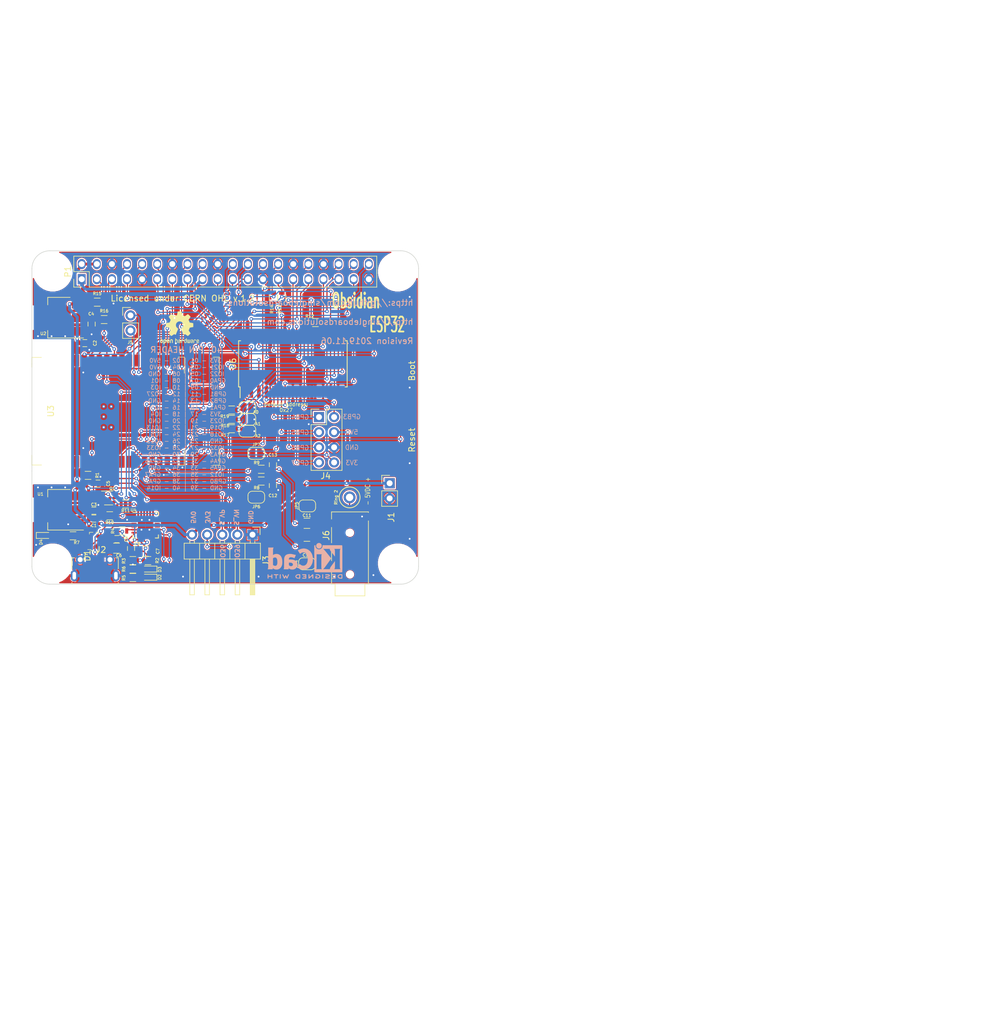
<source format=kicad_pcb>
(kicad_pcb (version 20171130) (host pcbnew "(5.1.0)-1")
  (title_block (title "Obsidian ESP32") (date 2019-11-06) (rev 1.0) (company "Single Board Solutions LLC") (comment 2 "This document describes Open Hardware and is licensed under the CERN OHL v. 1.2") (comment 3 "Copyright Thomas McKahan 2019"))
  (layers (0 F.Cu signal) (31 B.Cu signal) (34 B.Paste user) (35 F.Paste user) (36 B.SilkS user) (37 F.SilkS user) (38 B.Mask user) (39 F.Mask user) (44 Edge.Cuts user))
  (net 0 "")
  (net 1 +3V3)
  (net 2 +5V)
  (net 3 GND)
  (net 4 /ID_SD)
  (net 5 /ID_SC)
  (net 6 /GPIO5)
  (net 7 /GPIO6)
  (net 8 /GPIO26)
  (net 9 "/GPIO4(GCLK)")
  (net 10 "/GPIO22(GEN3)")
  (net 11 "/GPIO25(GEN6)")
  (net 12 "/GPIO12(PWM0)")
  (net 13 "/GPIO13(PWM1)")
  (net 14 /GPIO16)
  (net 15 +3.3VP)
  (net 16 "Net-(J2-Pad4)")
  (net 17 "Net-(U3-Pad19)")
  (net 18 "Net-(U3-Pad20)")
  (net 19 "Net-(U3-Pad32)")
  (net 20 /SDA)
  (net 21 /SCL)
  (net 22 /VSPI_MOSI)
  (net 23 /VSPI_MISO)
  (net 24 /VSPI_SCK)
  (net 25 /VSPI_SS)
  (net 26 /left)
  (net 27 /right)
  (net 28 /BCLK)
  (net 29 /HSPI_SS)
  (net 30 /HSPI_MISO)
  (net 31 /HSPI_MOSI)
  (net 32 /HSPI_SCK)
  (net 33 /IO2)
  (net 34 /IO4)
  (net 35 /TXD)
  (net 36 /RXD)
  (net 37 VDD)
  (net 38 "Net-(D2-Pad2)")
  (net 39 "Net-(D2-Pad1)")
  (net 40 "Net-(D3-Pad1)")
  (net 41 "Net-(D3-Pad2)")
  (net 42 /USBD-)
  (net 43 /USBD+)
  (net 44 "Net-(R2-Pad2)")
  (net 45 "Net-(R4-Pad2)")
  (net 46 "Net-(R4-Pad1)")
  (net 47 "Net-(U4-Pad24)")
  (net 48 "Net-(U4-Pad22)")
  (net 49 "Net-(U4-Pad18)")
  (net 50 "Net-(U4-Pad17)")
  (net 51 "Net-(U4-Pad16)")
  (net 52 "Net-(U4-Pad15)")
  (net 53 "Net-(U4-Pad12)")
  (net 54 "Net-(U4-Pad11)")
  (net 55 "Net-(U4-Pad10)")
  (net 56 "Net-(U4-Pad1)")
  (net 57 "Net-(D4-Pad2)")
  (net 58 "Net-(C10-Pad1)")
  (net 59 "Net-(C11-Pad2)")
  (net 60 /I34)
  (net 61 /I35)
  (net 62 /S_VP)
  (net 63 /S_VN)
  (net 64 /RESET)
  (net 65 "Net-(Q1-Pad2)")
  (net 66 /RTS_PROG)
  (net 67 /DTR_PROG)
  (net 68 "Net-(Q1-Pad5)")
  (net 69 /BOOT)
  (net 70 /Exp_A2)
  (net 71 /Exp_A1)
  (net 72 /Exp_A0)
  (net 73 "Net-(R12-Pad2)")
  (net 74 "Net-(U6-Pad14)")
  (net 75 "Net-(U6-Pad11)")
  (net 76 /R_FILT)
  (net 77 /L_FILT)
  (net 78 "Net-(J4-Pad7)")
  (net 79 "Net-(J4-Pad5)")
  (net 80 "Net-(J4-Pad3)")
  (net 81 "Net-(J4-Pad2)")
  (net 82 "Net-(J4-Pad1)")
  (net 83 "Net-(J5-Pad2)")
  (net 84 "Net-(J5-Pad1)")
  (net 85 /GPIO17)
  (net 86 /GPIO27)
  (net 87 "Net-(J6-PadR2)")
  (module Measurement_Points:Test_Point_Keystone_5010-5014_Multipurpose (layer F.Cu) (at 173.1395 97.0029)
    (fp_text reference "Ring 2" (at -2.286 0 90) (layer F.SilkS) (effects (font (size 0.5 0.5) (thickness 0.1))))
    (fp_text value Test_Point_Keystone_5010-5014_Multipurpose)
    (pad 1 thru_hole circle (at 0 0) (size 2 2) (drill 1.25) (layers *.Cu *.Mask) (net 87 "Net-(J6-PadR2)"))
  )
  (module Connectors:PJ320D_3.5mm_Jack (layer F.Cu) (at 173.203 105.169 90)
    (fp_text reference J6 (at 1.778 -4.0005 90) (layer F.SilkS))
    (fp_text value PJ320D)
    (pad "" np_thru_hole circle (at 2.225 0 90) (size 1 1) (drill 1) (layers *.Cu *.Mask))
    (pad "" np_thru_hole circle (at -4.775 0 90) (size 1 1) (drill 1) (layers *.Cu *.Mask))
    (pad R2 smd rect (at -3.175 -3.25 90) (size 1.2 2.5) (layers F.Cu F.Paste F.Mask) (net 87 "Net-(J6-PadR2)"))
    (pad R1 smd rect (at -0.175 -3.25 90) (size 1.2 2.5) (layers F.Cu F.Paste F.Mask) (net 58 "Net-(C10-Pad1)"))
    (pad T smd rect (at 3.825 -3.25 90) (size 1.2 2.5) (layers F.Cu F.Paste F.Mask) (net 59 "Net-(C11-Pad2)"))
    (pad S smd rect (at 4.925 3.25 90) (size 1.2 2.5) (layers F.Cu F.Paste F.Mask) (net 3 GND))
  )
  (module Symbols:KiCad-Logo2_6mm_SilkScreen (layer B.Cu) (at 165.6465 107.6455 180)
    (fp_text reference REF*** hide)
    (fp_text value KiCad-Logo2_6mm_SilkScreen hide)
  )
  (module Symbols:OSHW-Logo2_7.3x6mm_SilkScreen (layer F.Cu) (at 144.5645 68.5295)
    (fp_text reference REF*** hide)
    (fp_text value OSHW-Logo2_7.3x6mm_SilkScreen hide)
  )
  (module solder_bridges:SW_FSM_JSM (layer F.Cu) (at 179.4895 75.6415 180)
    (fp_text reference SW1)
    (fp_text value 2-1437565-7)
    (pad 1 smd rect (at 2.23 -4.55 180) (size 1.4 2.1) (layers F.Cu F.Paste F.Mask) (net 69 /BOOT))
    (pad 1 smd rect (at 2.23 4.55 180) (size 1.4 2.1) (layers F.Cu F.Paste F.Mask) (net 69 /BOOT))
    (pad 2 smd rect (at -2.23 4.55 180) (size 1.4 2.1) (layers F.Cu F.Paste F.Mask) (net 3 GND))
    (pad 2 smd rect (at -2.23 -4.55 180) (size 1.4 2.1) (layers F.Cu F.Paste F.Mask) (net 3 GND))
  )
  (module solder_bridges:SW_FSM_JSM (layer F.Cu) (at 179.4895 87.389 180)
    (fp_text reference SW2)
    (fp_text value 2-1437565-7)
    (pad 2 smd rect (at -2.23 -4.55 180) (size 1.4 2.1) (layers F.Cu F.Paste F.Mask) (net 64 /RESET))
    (pad 2 smd rect (at -2.23 4.55 180) (size 1.4 2.1) (layers F.Cu F.Paste F.Mask) (net 64 /RESET))
    (pad 1 smd rect (at 2.23 4.55 180) (size 1.4 2.1) (layers F.Cu F.Paste F.Mask) (net 3 GND))
    (pad 1 smd rect (at 2.23 -4.55 180) (size 1.4 2.1) (layers F.Cu F.Paste F.Mask) (net 3 GND))
  )
  (module ESP32-Pi:ESP32-WROOMVER-32D (layer F.Cu) (at 135.5094 82.5249 90)
    (fp_text reference U3 (at 0.01 -12.5984 90) (layer F.SilkS))
    (fp_text value ESP32-WROOM-32)
    (pad 24 smd rect (at 8.5 9.525 90) (size 2 0.9) (layers F.Cu F.Paste F.Mask) (net 33 /IO2))
    (pad 23 smd rect (at 8.5 10.795 90) (size 2 0.9) (layers F.Cu F.Paste F.Mask) (net 29 /HSPI_SS))
    (pad 20 smd rect (at 8.5 14.605 90) (size 2 0.9) (layers F.Cu F.Paste F.Mask) (net 18 "Net-(U3-Pad20)"))
    (pad 16 smd rect (at -8.5 10.795 90) (size 2 0.9) (layers F.Cu F.Paste F.Mask) (net 31 /HSPI_MOSI))
    (pad 15 smd rect (at -8.5 9.525 90) (size 2 0.9) (layers F.Cu F.Paste F.Mask) (net 3 GND))
    (pad 19 smd rect (at -8.5 14.605 90) (size 2 0.9) (layers F.Cu F.Paste F.Mask) (net 17 "Net-(U3-Pad19)"))
    (pad 39 smd rect (at -1 -1.255 90) (size 5 6) (layers F.Cu F.Mask))
    (pad 25 smd rect (at 8.5 8.255 90) (size 2 0.9) (layers F.Cu F.Paste F.Mask) (net 69 /BOOT))
    (pad 26 smd rect (at 8.5 6.985 90) (size 2 0.9) (layers F.Cu F.Paste F.Mask) (net 34 /IO4))
    (pad 27 smd rect (at 8.5 5.715 90) (size 2 0.9) (layers F.Cu F.Paste F.Mask) (net 83 "Net-(J5-Pad2)"))
    (pad 28 smd rect (at 8.5 4.445 90) (size 2 0.9) (layers F.Cu F.Paste F.Mask) (net 84 "Net-(J5-Pad1)"))
    (pad 29 smd rect (at 8.5 3.175 90) (size 2 0.9) (layers F.Cu F.Paste F.Mask) (net 25 /VSPI_SS))
    (pad 30 smd rect (at 8.5 1.905 90) (size 2 0.9) (layers F.Cu F.Paste F.Mask) (net 24 /VSPI_SCK))
    (pad 31 smd rect (at 8.5 0.635 90) (size 2 0.9) (layers F.Cu F.Paste F.Mask) (net 23 /VSPI_MISO))
    (pad 32 smd rect (at 8.5 -0.635 90) (size 2 0.9) (layers F.Cu F.Paste F.Mask) (net 19 "Net-(U3-Pad32)"))
    (pad 33 smd rect (at 8.5 -1.905 90) (size 2 0.9) (layers F.Cu F.Paste F.Mask) (net 20 /SDA))
    (pad 34 smd rect (at 8.5 -3.175 90) (size 2 0.9) (layers F.Cu F.Paste F.Mask) (net 36 /RXD))
    (pad 35 smd rect (at 8.5 -4.445 90) (size 2 0.9) (layers F.Cu F.Paste F.Mask) (net 35 /TXD))
    (pad 36 smd rect (at 8.5 -5.715 90) (size 2 0.9) (layers F.Cu F.Paste F.Mask) (net 21 /SCL))
    (pad 37 smd rect (at 8.5 -6.985 90) (size 2 0.9) (layers F.Cu F.Paste F.Mask) (net 22 /VSPI_MOSI))
    (pad 38 smd rect (at 8.5 -8.255 90) (size 2 0.9) (layers F.Cu F.Paste F.Mask) (net 3 GND))
    (pad 14 smd rect (at -8.5 8.255 90) (size 2 0.9) (layers F.Cu F.Paste F.Mask) (net 30 /HSPI_MISO))
    (pad 13 smd rect (at -8.5 6.985 90) (size 2 0.9) (layers F.Cu F.Paste F.Mask) (net 32 /HSPI_SCK))
    (pad 12 smd rect (at -8.5 5.715 90) (size 2 0.9) (layers F.Cu F.Paste F.Mask) (net 28 /BCLK))
    (pad 11 smd rect (at -8.5 4.445 90) (size 2 0.9) (layers F.Cu F.Paste F.Mask) (net 26 /left))
    (pad 10 smd rect (at -8.5 3.175 90) (size 2 0.9) (layers F.Cu F.Paste F.Mask) (net 27 /right))
    (pad 9 smd rect (at -8.5 1.905 90) (size 2 0.9) (layers F.Cu F.Paste F.Mask) (net 5 /ID_SC))
    (pad 8 smd rect (at -8.5 0.635 90) (size 2 0.9) (layers F.Cu F.Paste F.Mask) (net 4 /ID_SD))
    (pad 7 smd rect (at -8.5 -0.635 90) (size 2 0.9) (layers F.Cu F.Paste F.Mask) (net 61 /I35))
    (pad 6 smd rect (at -8.5 -1.905 90) (size 2 0.9) (layers F.Cu F.Paste F.Mask) (net 60 /I34))
    (pad 5 smd rect (at -8.5 -3.175 90) (size 2 0.9) (layers F.Cu F.Paste F.Mask) (net 63 /S_VN))
    (pad 4 smd rect (at -8.5 -4.445 90) (size 2 0.9) (layers F.Cu F.Paste F.Mask) (net 62 /S_VP))
    (pad 3 smd rect (at -8.5 -5.715 90) (size 2 0.9) (layers F.Cu F.Paste F.Mask) (net 64 /RESET))
    (pad 2 smd rect (at -8.5 -6.985 90) (size 2 0.9) (layers F.Cu F.Paste F.Mask) (net 1 +3V3))
    (pad 24 smd rect (at 5.715 9.255 180) (size 2 0.9) (layers F.Cu F.Paste F.Mask) (net 33 /IO2))
    (pad 23 smd rect (at 4.445 9.255 180) (size 2 0.9) (layers F.Cu F.Paste F.Mask) (net 29 /HSPI_SS))
    (pad 16 smd rect (at -4.445 9.255 180) (size 2 0.9) (layers F.Cu F.Paste F.Mask) (net 31 /HSPI_MOSI))
    (pad 15 smd rect (at -5.715 9.255 180) (size 2 0.9) (layers F.Cu F.Paste F.Mask) (net 3 GND))
    (pad 1 smd rect (at -8.5 -8.255 90) (size 2 0.9) (layers F.Cu F.Paste F.Mask) (net 3 GND))
  )
  (module Resistors_SMD:R_0603 (layer F.Cu) (at 160.3252 63.4749 90)
    (fp_text reference R14 (at -1.9304 -0.254 90) (layer F.SilkS) (effects (font (size 0.5 0.5) (thickness 0.1))))
    (fp_text value 1.8k)
    (pad 1 smd rect (at -0.75 0 90) (size 0.5 0.9) (layers F.Cu F.Paste F.Mask) (net 1 +3V3))
    (pad 2 smd rect (at 0.75 0 90) (size 0.5 0.9) (layers F.Cu F.Paste F.Mask) (net 5 /ID_SC))
  )
  (module Resistors_SMD:R_0603 (layer F.Cu) (at 161.7476 63.4749 90)
    (fp_text reference R13 (at -1.9304 -0.3556 90) (layer F.SilkS) (effects (font (size 0.5 0.5) (thickness 0.1))))
    (fp_text value 1.8k)
    (pad 1 smd rect (at -0.75 0 90) (size 0.5 0.9) (layers F.Cu F.Paste F.Mask) (net 1 +3V3))
    (pad 2 smd rect (at 0.75 0 90) (size 0.5 0.9) (layers F.Cu F.Paste F.Mask) (net 4 /ID_SD))
  )
  (module Connectors_USB:USB_Micro-B_Molex-105017-0001 (layer F.Cu) (at 130.3532 109.8045)
    (fp_text reference J2 (at 1.0033 -4) (layer F.SilkS))
    (fp_text value USB_B_Micro)
    (pad 6 smd rect (at 1 0.35) (size 1.5 1.9) (layers F.Cu F.Paste F.Mask) (net 3 GND))
    (pad 6 thru_hole circle (at -2.5 -2.35) (size 1.45 1.45) (drill 0.85) (layers *.Cu *.Mask) (net 3 GND))
    (pad 2 smd rect (at -0.65 -2.35) (size 0.4 1.35) (layers F.Cu F.Paste F.Mask) (net 42 /USBD-))
    (pad 1 smd rect (at -1.3 -2.35) (size 0.4 1.35) (layers F.Cu F.Paste F.Mask) (net 2 +5V))
    (pad 5 smd rect (at 1.3 -2.35) (size 0.4 1.35) (layers F.Cu F.Paste F.Mask) (net 3 GND))
    (pad 4 smd rect (at 0.65 -2.35) (size 0.4 1.35) (layers F.Cu F.Paste F.Mask) (net 16 "Net-(J2-Pad4)"))
    (pad 3 smd rect (at 0 -2.35) (size 0.4 1.35) (layers F.Cu F.Paste F.Mask) (net 43 /USBD+))
    (pad 6 thru_hole circle (at 2.5 -2.35) (size 1.45 1.45) (drill 0.85) (layers *.Cu *.Mask) (net 3 GND))
    (pad 6 smd rect (at -1 0.35) (size 1.5 1.9) (layers F.Cu F.Paste F.Mask) (net 3 GND))
    (pad 6 thru_hole oval (at -3.5 0.35 180) (size 1.2 1.9) (drill oval 0.6 1.3) (layers *.Cu *.Mask) (net 3 GND))
    (pad 6 thru_hole oval (at 3.5 0.35) (size 1.2 1.9) (drill oval 0.6 1.3) (layers *.Cu *.Mask) (net 3 GND))
    (pad 6 smd rect (at 2.9 0.35) (size 1.2 1.9) (layers F.Cu F.Mask) (net 3 GND))
    (pad 6 smd rect (at -2.9 0.35) (size 1.2 1.9) (layers F.Cu F.Mask) (net 3 GND))
  )
  (module MountingHole:MountingHole_2.7mm_M2.5 (layer F.Cu) (at 181.236 108.0825)
    (fp_text reference MK4 hide)
    (fp_text value M2.5)
    (pad "" np_thru_hole circle (at 0 0) (size 2.7 2.7) (drill 2.7) (layers *.Cu *.Mask) (clearance 2))
  )
  (module MountingHole:MountingHole_2.7mm_M2.5 (layer F.Cu) (at 123.236 108.0825)
    (fp_text reference MK3 hide)
    (fp_text value M2.5)
    (pad "" np_thru_hole circle (at 0 0) (size 2.7 2.7) (drill 2.7) (layers *.Cu *.Mask) (clearance 2))
  )
  (module MountingHole:MountingHole_2.7mm_M2.5 (layer F.Cu) (at 181.236 59.0825 180)
    (fp_text reference MK2 hide)
    (fp_text value M2.5)
    (pad "" np_thru_hole circle (at 0 0 180) (size 2.7 2.7) (drill 2.7) (layers *.Cu *.Mask) (clearance 2))
  )
  (module MountingHole:MountingHole_2.7mm_M2.5 (layer F.Cu) (at 123.236 59.0825 180)
    (fp_text reference MK1 hide)
    (fp_text value M2.5)
    (pad "" np_thru_hole circle (at 0 0 180) (size 2.7 2.7) (drill 2.7) (layers *.Cu *.Mask) (clearance 2))
  )
  (module Capacitors_SMD:C_0603 (layer F.Cu) (at 130.15 100.5589)
    (fp_text reference C1 (at 0 1.1684 180) (layer F.SilkS) (effects (font (size 0.5 0.5) (thickness 0.1))))
    (fp_text value .22uF)
    (pad 1 smd rect (at -0.75 0) (size 0.8 0.75) (layers F.Cu F.Paste F.Mask) (net 2 +5V))
    (pad 2 smd rect (at 0.75 0) (size 0.8 0.75) (layers F.Cu F.Paste F.Mask) (net 3 GND))
  )
  (module Capacitors_SMD:C_0603 (layer F.Cu) (at 128.626 71.0949)
    (fp_text reference C2 (at 1.7145 0 90) (layer F.SilkS) (effects (font (size 0.5 0.5) (thickness 0.1))))
    (fp_text value .22uF)
    (pad 2 smd rect (at 0.75 0) (size 0.8 0.75) (layers F.Cu F.Paste F.Mask) (net 3 GND))
    (pad 1 smd rect (at -0.75 0) (size 0.8 0.75) (layers F.Cu F.Paste F.Mask) (net 2 +5V))
  )
  (module Capacitors_SMD:C_0603 (layer F.Cu) (at 130.15 99.2381)
    (fp_text reference C3 (at 0 -1.016) (layer F.SilkS) (effects (font (size 0.5 0.5) (thickness 0.1))))
    (fp_text value .1uF)
    (pad 2 smd rect (at 0.75 0) (size 0.8 0.75) (layers F.Cu F.Paste F.Mask) (net 3 GND))
    (pad 1 smd rect (at -0.75 0) (size 0.8 0.75) (layers F.Cu F.Paste F.Mask) (net 1 +3V3))
  )
  (module Capacitors_SMD:C_0603 (layer F.Cu) (at 129.769 67.8945 270)
    (fp_text reference C4 (at -1.7145 0.0635) (layer F.SilkS) (effects (font (size 0.5 0.5) (thickness 0.1))))
    (fp_text value .1uF)
    (pad 1 smd rect (at -0.75 0 270) (size 0.8 0.75) (layers F.Cu F.Paste F.Mask) (net 15 +3.3VP))
    (pad 2 smd rect (at 0.75 0 270) (size 0.8 0.75) (layers F.Cu F.Paste F.Mask) (net 3 GND))
  )
  (module Pin_Headers:Pin_Header_Straight_1x02_Pitch2.54mm (layer F.Cu) (at 179.8705 94.628)
    (fp_text reference J1 (at 0.254 5.715 -270) (layer F.SilkS))
    (fp_text value "PHX MPT 2.54mm 2pol")
    (pad 2 thru_hole oval (at 0 2.54) (size 1.7 1.7) (drill 1) (layers *.Cu *.Mask) (net 3 GND))
    (pad 1 thru_hole rect (at 0 0) (size 1.7 1.7) (drill 1) (layers *.Cu *.Mask) (net 2 +5V))
  )
  (module Capacitors_SMD:C_0603 (layer F.Cu) (at 130.8485 94.6915)
    (fp_text reference C5 (at 1.7145 0 90) (layer F.SilkS) (effects (font (size 0.5 0.5) (thickness 0.1))))
    (fp_text value .1uF)
    (pad 1 smd rect (at -0.75 0) (size 0.8 0.75) (layers F.Cu F.Paste F.Mask) (net 64 /RESET))
    (pad 2 smd rect (at 0.75 0) (size 0.8 0.75) (layers F.Cu F.Paste F.Mask) (net 3 GND))
  )
  (module Resistors_SMD:R_0603 (layer F.Cu) (at 129.167174 93.304463)
    (fp_text reference R1 (at 1.554326 -0.009963 90) (layer F.SilkS) (effects (font (size 0.5 0.5) (thickness 0.1))))
    (fp_text value 10k)
    (pad 2 smd rect (at 0.75 0) (size 0.5 0.9) (layers F.Cu F.Paste F.Mask) (net 64 /RESET))
    (pad 1 smd rect (at -0.75 0) (size 0.5 0.9) (layers F.Cu F.Paste F.Mask) (net 1 +3V3))
  )
  (module Capacitors_SMD:C_0805 (layer F.Cu) (at 133.96 105.5373 180)
    (fp_text reference C6 (at -0.4064 -1.2192) (layer F.SilkS) (effects (font (size 0.5 0.5) (thickness 0.1))))
    (fp_text value 4.7uF)
    (pad 2 smd rect (at 1 0 180) (size 1 1.25) (layers F.Cu F.Paste F.Mask) (net 3 GND))
    (pad 1 smd rect (at -1 0 180) (size 1 1.25) (layers F.Cu F.Paste F.Mask) (net 37 VDD))
  )
  (module Capacitors_SMD:C_0805 (layer F.Cu) (at 138.8368 106.0453)
    (fp_text reference C7 (at 2.0668 0 90) (layer F.SilkS) (effects (font (size 0.5 0.5) (thickness 0.1))))
    (fp_text value 4.7uF)
    (pad 1 smd rect (at -1 0) (size 1 1.25) (layers F.Cu F.Paste F.Mask) (net 2 +5V))
    (pad 2 smd rect (at 1 0) (size 1 1.25) (layers F.Cu F.Paste F.Mask) (net 3 GND))
  )
  (module Capacitors_SMD:C_0603 (layer F.Cu) (at 134.0108 104.0133 180)
    (fp_text reference C8 (at -1.5748 0 -90) (layer F.SilkS) (effects (font (size 0.5 0.5) (thickness 0.1))))
    (fp_text value 100nF)
    (pad 1 smd rect (at -0.75 0 180) (size 0.8 0.75) (layers F.Cu F.Paste F.Mask) (net 37 VDD))
    (pad 2 smd rect (at 0.75 0 180) (size 0.8 0.75) (layers F.Cu F.Paste F.Mask) (net 3 GND))
  )
  (module Capacitors_SMD:C_0603 (layer F.Cu) (at 136.3984 105.5881 270)
    (fp_text reference C9 (at -0.762 -1.0668) (layer F.SilkS) (effects (font (size 0.5 0.5) (thickness 0.1))))
    (fp_text value 100nF)
    (pad 2 smd rect (at 0.75 0 270) (size 0.8 0.75) (layers F.Cu F.Paste F.Mask) (net 3 GND))
    (pad 1 smd rect (at -0.75 0 270) (size 0.8 0.75) (layers F.Cu F.Paste F.Mask) (net 2 +5V))
  )
  (module LEDs:LED_0603 (layer F.Cu) (at 139.4464 110.4141 180)
    (fp_text reference D2 (at -1.778 0 270) (layer F.SilkS) (effects (font (size 0.5 0.5) (thickness 0.1))))
    (fp_text value LED_Green)
    (pad 2 smd rect (at 0.8 0) (size 0.8 0.8) (layers F.Cu F.Paste F.Mask) (net 38 "Net-(D2-Pad2)"))
    (pad 1 smd rect (at -0.8 0) (size 0.8 0.8) (layers F.Cu F.Paste F.Mask) (net 39 "Net-(D2-Pad1)"))
  )
  (module LEDs:LED_0603 (layer F.Cu) (at 139.4464 109.0425 180)
    (fp_text reference D3 (at -1.778 -0.0635 270) (layer F.SilkS) (effects (font (size 0.5 0.5) (thickness 0.1))))
    (fp_text value LED_Red)
    (pad 1 smd rect (at -0.8 0) (size 0.8 0.8) (layers F.Cu F.Paste F.Mask) (net 40 "Net-(D3-Pad1)"))
    (pad 2 smd rect (at 0.8 0) (size 0.8 0.8) (layers F.Cu F.Paste F.Mask) (net 41 "Net-(D3-Pad2)"))
  )
  (module Resistors_SMD:R_0603 (layer F.Cu) (at 139.2432 107.6201 180)
    (fp_text reference R2 (at -1.5748 0.0127 270) (layer F.SilkS) (effects (font (size 0.5 0.5) (thickness 0.1))))
    (fp_text value 22.1k)
    (pad 2 smd rect (at 0.75 0 180) (size 0.5 0.9) (layers F.Cu F.Paste F.Mask) (net 44 "Net-(R2-Pad2)"))
    (pad 1 smd rect (at -0.75 0 180) (size 0.5 0.9) (layers F.Cu F.Paste F.Mask) (net 2 +5V))
  )
  (module Resistors_SMD:R_0603 (layer F.Cu) (at 136.7032 107.6201 180)
    (fp_text reference R3 (at 1.524 -0.0635 270) (layer F.SilkS) (effects (font (size 0.5 0.5) (thickness 0.1))))
    (fp_text value 47.5k)
    (pad 1 smd rect (at -0.75 0 180) (size 0.5 0.9) (layers F.Cu F.Paste F.Mask) (net 44 "Net-(R2-Pad2)"))
    (pad 2 smd rect (at 0.75 0 180) (size 0.5 0.9) (layers F.Cu F.Paste F.Mask) (net 3 GND))
  )
  (module Resistors_SMD:R_0603 (layer F.Cu) (at 134.9252 102.6417 180)
    (fp_text reference R4 (at 1.5875 0 270) (layer F.SilkS) (effects (font (size 0.5 0.5) (thickness 0.1))))
    (fp_text value 10k)
    (pad 2 smd rect (at 0.75 0 180) (size 0.5 0.9) (layers F.Cu F.Paste F.Mask) (net 45 "Net-(R4-Pad2)"))
    (pad 1 smd rect (at -0.75 0 180) (size 0.5 0.9) (layers F.Cu F.Paste F.Mask) (net 46 "Net-(R4-Pad1)"))
  )
  (module Resistors_SMD:R_0603 (layer F.Cu) (at 136.7032 110.4649 180)
    (fp_text reference R5 (at 1.524 -0.0635 270) (layer F.SilkS) (effects (font (size 0.5 0.5) (thickness 0.1))))
    (fp_text value 1k)
    (pad 2 smd rect (at 0.75 0 180) (size 0.5 0.9) (layers F.Cu F.Paste F.Mask) (net 37 VDD))
    (pad 1 smd rect (at -0.75 0 180) (size 0.5 0.9) (layers F.Cu F.Paste F.Mask) (net 38 "Net-(D2-Pad2)"))
  )
  (module Resistors_SMD:R_0603 (layer F.Cu) (at 136.7032 109.0425 180)
    (fp_text reference R6 (at 1.524 0 270) (layer F.SilkS) (effects (font (size 0.5 0.5) (thickness 0.1))))
    (fp_text value 1k)
    (pad 1 smd rect (at -0.75 0 180) (size 0.5 0.9) (layers F.Cu F.Paste F.Mask) (net 41 "Net-(D3-Pad2)"))
    (pad 2 smd rect (at 0.75 0 180) (size 0.5 0.9) (layers F.Cu F.Paste F.Mask) (net 37 VDD))
  )
  (module Housings_DFN_QFN:QFN-24-1EP_4x4mm_Pitch0.5mm (layer F.Cu) (at 138.8495 101.6765)
    (fp_text reference U4 (at -2.032 -2.54) (layer F.SilkS) (effects (font (size 0.5 0.5) (thickness 0.1))))
    (fp_text value CP2102N-A01-GQFN24)
    (pad 25 smd rect (at -0.65 -0.65) (size 1.3 1.3) (layers F.Cu F.Paste F.Mask) (net 3 GND))
    (pad 25 smd rect (at -0.65 0.65) (size 1.3 1.3) (layers F.Cu F.Paste F.Mask) (net 3 GND))
    (pad 25 smd rect (at 0.65 -0.65) (size 1.3 1.3) (layers F.Cu F.Paste F.Mask) (net 3 GND))
    (pad 25 smd rect (at 0.65 0.65) (size 1.3 1.3) (layers F.Cu F.Paste F.Mask) (net 3 GND))
    (pad 24 smd rect (at -1.25 -1.95 90) (size 0.85 0.3) (layers F.Cu F.Paste F.Mask) (net 47 "Net-(U4-Pad24)"))
    (pad 23 smd rect (at -0.75 -1.95 90) (size 0.85 0.3) (layers F.Cu F.Paste F.Mask) (net 67 /DTR_PROG))
    (pad 22 smd rect (at -0.25 -1.95 90) (size 0.85 0.3) (layers F.Cu F.Paste F.Mask) (net 48 "Net-(U4-Pad22)"))
    (pad 21 smd rect (at 0.25 -1.95 90) (size 0.85 0.3) (layers F.Cu F.Paste F.Mask) (net 36 /RXD))
    (pad 20 smd rect (at 0.75 -1.95 90) (size 0.85 0.3) (layers F.Cu F.Paste F.Mask) (net 35 /TXD))
    (pad 19 smd rect (at 1.25 -1.95 90) (size 0.85 0.3) (layers F.Cu F.Paste F.Mask) (net 66 /RTS_PROG))
    (pad 18 smd rect (at 1.95 -1.25) (size 0.85 0.3) (layers F.Cu F.Paste F.Mask) (net 49 "Net-(U4-Pad18)"))
    (pad 17 smd rect (at 1.95 -0.75) (size 0.85 0.3) (layers F.Cu F.Paste F.Mask) (net 50 "Net-(U4-Pad17)"))
    (pad 16 smd rect (at 1.95 -0.25) (size 0.85 0.3) (layers F.Cu F.Paste F.Mask) (net 51 "Net-(U4-Pad16)"))
    (pad 15 smd rect (at 1.95 0.25) (size 0.85 0.3) (layers F.Cu F.Paste F.Mask) (net 52 "Net-(U4-Pad15)"))
    (pad 14 smd rect (at 1.95 0.75) (size 0.85 0.3) (layers F.Cu F.Paste F.Mask) (net 40 "Net-(D3-Pad1)"))
    (pad 13 smd rect (at 1.95 1.25) (size 0.85 0.3) (layers F.Cu F.Paste F.Mask) (net 39 "Net-(D2-Pad1)"))
    (pad 12 smd rect (at 1.25 1.95 90) (size 0.85 0.3) (layers F.Cu F.Paste F.Mask) (net 53 "Net-(U4-Pad12)"))
    (pad 11 smd rect (at 0.75 1.95 90) (size 0.85 0.3) (layers F.Cu F.Paste F.Mask) (net 54 "Net-(U4-Pad11)"))
    (pad 10 smd rect (at 0.25 1.95 90) (size 0.85 0.3) (layers F.Cu F.Paste F.Mask) (net 55 "Net-(U4-Pad10)"))
    (pad 9 smd rect (at -0.25 1.95 90) (size 0.85 0.3) (layers F.Cu F.Paste F.Mask) (net 45 "Net-(R4-Pad2)"))
    (pad 8 smd rect (at -0.75 1.95 90) (size 0.85 0.3) (layers F.Cu F.Paste F.Mask) (net 44 "Net-(R2-Pad2)"))
    (pad 7 smd rect (at -1.25 1.95 90) (size 0.85 0.3) (layers F.Cu F.Paste F.Mask) (net 2 +5V))
    (pad 6 smd rect (at -1.95 1.25) (size 0.85 0.3) (layers F.Cu F.Paste F.Mask) (net 37 VDD))
    (pad 5 smd rect (at -1.95 0.75) (size 0.85 0.3) (layers F.Cu F.Paste F.Mask) (net 46 "Net-(R4-Pad1)"))
    (pad 4 smd rect (at -1.95 0.25) (size 0.85 0.3) (layers F.Cu F.Paste F.Mask) (net 42 /USBD-))
    (pad 3 smd rect (at -1.95 -0.25) (size 0.85 0.3) (layers F.Cu F.Paste F.Mask) (net 43 /USBD+))
    (pad 2 smd rect (at -1.95 -0.75) (size 0.85 0.3) (layers F.Cu F.Paste F.Mask) (net 3 GND))
    (pad 1 smd rect (at -1.95 -1.25) (size 0.85 0.3) (layers F.Cu F.Paste F.Mask) (net 56 "Net-(U4-Pad1)"))
  )
  (module LEDs:LED_0603 (layer F.Cu) (at 121.768 103.4037)
    (fp_text reference D4 (at -0.508 1.1176 90) (layer F.SilkS) (effects (font (size 0.5 0.5) (thickness 0.1))))
    (fp_text value LED_yellow)
    (pad 1 smd rect (at -0.8 0 180) (size 0.8 0.8) (layers F.Cu F.Paste F.Mask) (net 3 GND))
    (pad 2 smd rect (at 0.8 0 180) (size 0.8 0.8) (layers F.Cu F.Paste F.Mask) (net 57 "Net-(D4-Pad2)"))
  )
  (module Resistors_SMD:R_0603 (layer F.Cu) (at 126.6448 103.4545)
    (fp_text reference R7 (at 0.6096 1.143 180) (layer F.SilkS) (effects (font (size 0.5 0.5) (thickness 0.1))))
    (fp_text value 1k)
    (pad 2 smd rect (at 0.75 0) (size 0.5 0.9) (layers F.Cu F.Paste F.Mask) (net 2 +5V))
    (pad 1 smd rect (at -0.75 0) (size 0.5 0.9) (layers F.Cu F.Paste F.Mask) (net 57 "Net-(D4-Pad2)"))
  )
  (module TO_SOT_Packages_SMD:SOT-223 (layer F.Cu) (at 124.3084 99.0857 180)
    (fp_text reference U1 (at 3.1369 2.6416 180) (layer F.SilkS) (effects (font (size 0.5 0.5) (thickness 0.1))))
    (fp_text value AP2114H-3.3)
    (pad 1 smd rect (at -3.15 -2.3 180) (size 2 1.5) (layers F.Cu F.Paste F.Mask) (net 3 GND))
    (pad 3 smd rect (at -3.15 2.3 180) (size 2 1.5) (layers F.Cu F.Paste F.Mask) (net 2 +5V))
    (pad 2 smd rect (at -3.15 0 180) (size 2 1.5) (layers F.Cu F.Paste F.Mask) (net 1 +3V3))
    (pad 4 smd rect (at 3.15 0 180) (size 2 3.8) (layers F.Cu F.Paste F.Mask))
  )
  (module TO_SOT_Packages_SMD:SOT-223 (layer F.Cu) (at 124.308 66.815 180)
    (fp_text reference U2 (at 2.667 -2.667 180) (layer F.SilkS) (effects (font (size 0.5 0.5) (thickness 0.1))))
    (fp_text value AP2114H-3.3)
    (pad 4 smd rect (at 3.15 0 180) (size 2 3.8) (layers F.Cu F.Paste F.Mask))
    (pad 2 smd rect (at -3.15 0 180) (size 2 1.5) (layers F.Cu F.Paste F.Mask) (net 15 +3.3VP))
    (pad 3 smd rect (at -3.15 2.3 180) (size 2 1.5) (layers F.Cu F.Paste F.Mask) (net 2 +5V))
    (pad 1 smd rect (at -3.15 -2.3 180) (size 2 1.5) (layers F.Cu F.Paste F.Mask) (net 3 GND))
  )
  (module Resistors_SMD:R_0603 (layer F.Cu) (at 132.817 100.089)
    (fp_text reference R10 (at -0.0254 1.1303) (layer F.SilkS) (effects (font (size 0.5 0.5) (thickness 0.1))))
    (fp_text value 10k)
    (pad 1 smd rect (at -0.75 0) (size 0.5 0.9) (layers F.Cu F.Paste F.Mask) (net 65 "Net-(Q1-Pad2)"))
    (pad 2 smd rect (at 0.75 0) (size 0.5 0.9) (layers F.Cu F.Paste F.Mask) (net 66 /RTS_PROG))
  )
  (module Resistors_SMD:R_0603 (layer F.Cu) (at 135.484 98.1205)
    (fp_text reference R11 (at 0 1.1176) (layer F.SilkS) (effects (font (size 0.5 0.5) (thickness 0.1))))
    (fp_text value 10k)
    (pad 2 smd rect (at 0.75 0) (size 0.5 0.9) (layers F.Cu F.Paste F.Mask) (net 67 /DTR_PROG))
    (pad 1 smd rect (at -0.75 0) (size 0.5 0.9) (layers F.Cu F.Paste F.Mask) (net 68 "Net-(Q1-Pad5)"))
  )
  (module TO_SOT_Packages_SMD:SOT-363_SC-70-6 (layer F.Cu) (at 132.6265 97.1045)
    (fp_text reference Q1 (at 0.635 -1.5875) (layer F.SilkS) (effects (font (size 0.5 0.5) (thickness 0.1))))
    (fp_text value MBT3904DW1)
    (pad 6 smd rect (at 0.95 -0.65) (size 0.65 0.4) (layers F.Cu F.Paste F.Mask) (net 69 /BOOT))
    (pad 4 smd rect (at 0.95 0.65) (size 0.65 0.4) (layers F.Cu F.Paste F.Mask) (net 66 /RTS_PROG))
    (pad 2 smd rect (at -0.95 0) (size 0.65 0.4) (layers F.Cu F.Paste F.Mask) (net 65 "Net-(Q1-Pad2)"))
    (pad 5 smd rect (at 0.95 0) (size 0.65 0.4) (layers F.Cu F.Paste F.Mask) (net 68 "Net-(Q1-Pad5)"))
    (pad 3 smd rect (at -0.95 0.65) (size 0.65 0.4) (layers F.Cu F.Paste F.Mask) (net 64 /RESET))
    (pad 1 smd rect (at -0.95 -0.65) (size 0.65 0.4) (layers F.Cu F.Paste F.Mask) (net 67 /DTR_PROG))
  )
  (module Resistors_SMD:R_0603 (layer F.Cu) (at 167.3984 67.6405)
    (fp_text reference R12 (at -0.9652 -1.0668) (layer F.SilkS) (effects (font (size 0.5 0.5) (thickness 0.1))))
    (fp_text value 10k)
    (pad 2 smd rect (at 0.75 0) (size 0.5 0.9) (layers F.Cu F.Paste F.Mask) (net 73 "Net-(R12-Pad2)"))
    (pad 1 smd rect (at -0.75 0) (size 0.5 0.9) (layers F.Cu F.Paste F.Mask) (net 1 +3V3))
  )
  (module Capacitors_SMD:C_0603 (layer F.Cu) (at 160.249 95.0217 270)
    (fp_text reference C12 (at 1.6764 0) (layer F.SilkS) (effects (font (size 0.5 0.5) (thickness 0.1))))
    (fp_text value 10n)
    (pad 1 smd rect (at -0.75 0 270) (size 0.8 0.75) (layers F.Cu F.Paste F.Mask) (net 76 /R_FILT))
    (pad 2 smd rect (at 0.75 0 270) (size 0.8 0.75) (layers F.Cu F.Paste F.Mask) (net 3 GND))
  )
  (module Capacitors_SMD:C_0603 (layer F.Cu) (at 160.249 91.5165 90)
    (fp_text reference C13 (at 1.651 0 180) (layer F.SilkS) (effects (font (size 0.5 0.5) (thickness 0.1))))
    (fp_text value 10n)
    (pad 2 smd rect (at 0.75 0 90) (size 0.8 0.75) (layers F.Cu F.Paste F.Mask) (net 3 GND))
    (pad 1 smd rect (at -0.75 0 90) (size 0.8 0.75) (layers F.Cu F.Paste F.Mask) (net 77 /L_FILT))
  )
  (module Resistors_SMD:R_0603 (layer F.Cu) (at 158.2932 94.2597 180)
    (fp_text reference R8 (at 0.7874 -1.143 180) (layer F.SilkS) (effects (font (size 0.5 0.5) (thickness 0.1))))
    (fp_text value 220)
    (pad 2 smd rect (at 0.75 0 180) (size 0.5 0.9) (layers F.Cu F.Paste F.Mask) (net 27 /right))
    (pad 1 smd rect (at -0.75 0 180) (size 0.5 0.9) (layers F.Cu F.Paste F.Mask) (net 76 /R_FILT))
  )
  (module Resistors_SMD:R_0603 (layer F.Cu) (at 158.2932 92.2785 180)
    (fp_text reference R9 (at 0.7874 1.0922 180) (layer F.SilkS) (effects (font (size 0.5 0.5) (thickness 0.1))))
    (fp_text value 220)
    (pad 1 smd rect (at -0.75 0 180) (size 0.5 0.9) (layers F.Cu F.Paste F.Mask) (net 77 /L_FILT))
    (pad 2 smd rect (at 0.75 0 180) (size 0.5 0.9) (layers F.Cu F.Paste F.Mask) (net 26 /left))
  )
  (module Pin_Headers:Pin_Header_Angled_1x05_Pitch2.54mm (layer F.Cu) (at 156.82 103.264 270)
    (fp_text reference J3 (at 4.385 -2.27 270) (layer F.SilkS))
    (fp_text value "2.54mm 1x05 right angle")
    (pad 5 thru_hole oval (at 0 10.16 270) (size 1.7 1.7) (drill 1) (layers *.Cu *.Mask) (net 2 +5V))
    (pad 4 thru_hole oval (at 0 7.62 270) (size 1.7 1.7) (drill 1) (layers *.Cu *.Mask) (net 1 +3V3))
    (pad 3 thru_hole oval (at 0 5.08 270) (size 1.7 1.7) (drill 1) (layers *.Cu *.Mask) (net 62 /S_VP))
    (pad 2 thru_hole oval (at 0 2.54 270) (size 1.7 1.7) (drill 1) (layers *.Cu *.Mask) (net 63 /S_VN))
    (pad 1 thru_hole rect (at 0 0 270) (size 1.7 1.7) (drill 1) (layers *.Cu *.Mask) (net 3 GND))
  )
  (module Pin_Headers:Pin_Header_Straight_2x04_Pitch2.54mm (layer F.Cu) (at 167.996 83.5155)
    (fp_text reference J4 (at 1.1176 9.8806) (layer F.SilkS))
    (fp_text value "2.54mm 2x04 straight")
    (pad 8 thru_hole oval (at 2.54 7.62) (size 1.7 1.7) (drill 1) (layers *.Cu *.Mask) (net 1 +3V3))
    (pad 7 thru_hole oval (at 0 7.62) (size 1.7 1.7) (drill 1) (layers *.Cu *.Mask) (net 78 "Net-(J4-Pad7)"))
    (pad 6 thru_hole oval (at 2.54 5.08) (size 1.7 1.7) (drill 1) (layers *.Cu *.Mask) (net 3 GND))
    (pad 5 thru_hole oval (at 0 5.08) (size 1.7 1.7) (drill 1) (layers *.Cu *.Mask) (net 79 "Net-(J4-Pad5)"))
    (pad 4 thru_hole oval (at 2.54 2.54) (size 1.7 1.7) (drill 1) (layers *.Cu *.Mask) (net 2 +5V))
    (pad 3 thru_hole oval (at 0 2.54) (size 1.7 1.7) (drill 1) (layers *.Cu *.Mask) (net 80 "Net-(J4-Pad3)"))
    (pad 2 thru_hole oval (at 2.54 0) (size 1.7 1.7) (drill 1) (layers *.Cu *.Mask) (net 81 "Net-(J4-Pad2)"))
    (pad 1 thru_hole rect (at 0 0) (size 1.7 1.7) (drill 1) (layers *.Cu *.Mask) (net 82 "Net-(J4-Pad1)"))
  )
  (module Digikey:SOT-143-4 (layer F.Cu) (at 130.2008 104.4705 90)
    (fp_text reference D1 (at -2.3147 -1.145 90) (layer F.SilkS))
    (fp_text value SP0503BAHTG)
    (pad 4 smd rect (at -0.96 -1 90) (size 0.55 1.31) (layers F.Cu F.Paste F.Mask) (net 42 /USBD-))
    (pad 1 smd rect (at -0.76 1 90) (size 0.94 1.31) (layers F.Cu F.Paste F.Mask) (net 3 GND))
    (pad 2 smd rect (at 0.96 1 90) (size 0.55 1.31) (layers F.Cu F.Paste F.Mask) (net 43 /USBD+))
    (pad 3 smd rect (at 0.96 -1 90) (size 0.55 1.31) (layers F.Cu F.Paste F.Mask) (net 2 +5V))
  )
  (module Pin_Headers:Pin_Header_Straight_1x02_Pitch2.54mm (layer F.Cu) (at 136.3095 66.434)
    (fp_text reference J5 (at -0.0635 4.5085) (layer F.SilkS) (effects (font (size 0.5 0.5) (thickness 0.1))))
    (fp_text value IO16/17)
    (pad 2 thru_hole oval (at 0 2.54) (size 1.7 1.7) (drill 1) (layers *.Cu *.Mask) (net 83 "Net-(J5-Pad2)"))
    (pad 1 thru_hole circle (at 0 0) (size 1.7 1.7) (drill 1) (layers *.Cu *.Mask) (net 84 "Net-(J5-Pad1)"))
  )
  (module solder_bridges:SolderJumper-2_P1.3mm_Open_RoundedPad1.0x1.5mm (layer F.Cu) (at 165.964 108.1535)
    (fp_text reference JP4 (at -1.778 0.0635 90) (layer F.SilkS) (effects (font (size 0.5 0.5) (thickness 0.1))))
    (fp_text value Bypass)
    (pad 2 smd custom (at 0.65 0) (size 1 0.5) (layers F.Cu F.Mask) (net 58 "Net-(C10-Pad1)") (options (clearance outline) (anchor rect)) (primitives (gr_circle (center 0 0.25) (end 0.5 0.25) (width 0)) (gr_circle (center 0 -0.25) (end 0.5 -0.25) (width 0)) (gr_poly (pts (xy 0 -0.75) (xy -0.5 -0.75) (xy -0.5 0.75) (xy 0 0.75)) (width 0))))
    (pad 1 smd custom (at -0.65 0) (size 1 0.5) (layers F.Cu F.Mask) (net 76 /R_FILT) (options (clearance outline) (anchor rect)) (primitives (gr_circle (center 0 0.25) (end 0.5 0.25) (width 0)) (gr_circle (center 0 -0.25) (end 0.5 -0.25) (width 0)) (gr_poly (pts (xy 0 -0.75) (xy 0.5 -0.75) (xy 0.5 0.75) (xy 0 0.75)) (width 0))))
  )
  (module solder_bridges:SolderJumper-2_P1.3mm_Open_RoundedPad1.0x1.5mm (layer F.Cu) (at 166.0275 98.438)
    (fp_text reference JP5 (at -1.778 0 90) (layer F.SilkS) (effects (font (size 0.5 0.5) (thickness 0.1))))
    (fp_text value Bypass)
    (pad 2 smd custom (at 0.65 0) (size 1 0.5) (layers F.Cu F.Mask) (net 59 "Net-(C11-Pad2)") (options (clearance outline) (anchor rect)) (primitives (gr_circle (center 0 0.25) (end 0.5 0.25) (width 0)) (gr_circle (center 0 -0.25) (end 0.5 -0.25) (width 0)) (gr_poly (pts (xy 0 -0.75) (xy -0.5 -0.75) (xy -0.5 0.75) (xy 0 0.75)) (width 0))))
    (pad 1 smd custom (at -0.65 0) (size 1 0.5) (layers F.Cu F.Mask) (net 77 /L_FILT) (options (clearance outline) (anchor rect)) (primitives (gr_circle (center 0 0.25) (end 0.5 0.25) (width 0)) (gr_circle (center 0 -0.25) (end 0.5 -0.25) (width 0)) (gr_poly (pts (xy 0 -0.75) (xy 0.5 -0.75) (xy 0.5 0.75) (xy 0 0.75)) (width 0))))
  )
  (module solder_bridges:SolderJumper-2_P1.3mm_Open_RoundedPad1.0x1.5mm (layer F.Cu) (at 157.455 96.9775)
    (fp_text reference JP6 (at 0 1.5875) (layer F.SilkS) (effects (font (size 0.5 0.5) (thickness 0.1))))
    (fp_text value Bypass)
    (pad 1 smd custom (at -0.65 0) (size 1 0.5) (layers F.Cu F.Mask) (net 27 /right) (options (clearance outline) (anchor rect)) (primitives (gr_circle (center 0 0.25) (end 0.5 0.25) (width 0)) (gr_circle (center 0 -0.25) (end 0.5 -0.25) (width 0)) (gr_poly (pts (xy 0 -0.75) (xy 0.5 -0.75) (xy 0.5 0.75) (xy 0 0.75)) (width 0))))
    (pad 2 smd custom (at 0.65 0) (size 1 0.5) (layers F.Cu F.Mask) (net 76 /R_FILT) (options (clearance outline) (anchor rect)) (primitives (gr_circle (center 0 0.25) (end 0.5 0.25) (width 0)) (gr_circle (center 0 -0.25) (end 0.5 -0.25) (width 0)) (gr_poly (pts (xy 0 -0.75) (xy -0.5 -0.75) (xy -0.5 0.75) (xy 0 0.75)) (width 0))))
  )
  (module solder_bridges:SolderJumper-2_P1.3mm_Open_RoundedPad1.0x1.5mm (layer F.Cu) (at 157.44 89.6115)
    (fp_text reference JP7 (at 0.015 -1.4605) (layer F.SilkS) (effects (font (size 0.5 0.5) (thickness 0.1))))
    (fp_text value Bypass)
    (pad 1 smd custom (at -0.65 0) (size 1 0.5) (layers F.Cu F.Mask) (net 26 /left) (options (clearance outline) (anchor rect)) (primitives (gr_circle (center 0 0.25) (end 0.5 0.25) (width 0)) (gr_circle (center 0 -0.25) (end 0.5 -0.25) (width 0)) (gr_poly (pts (xy 0 -0.75) (xy 0.5 -0.75) (xy 0.5 0.75) (xy 0 0.75)) (width 0))))
    (pad 2 smd custom (at 0.65 0) (size 1 0.5) (layers F.Cu F.Mask) (net 77 /L_FILT) (options (clearance outline) (anchor rect)) (primitives (gr_circle (center 0 0.25) (end 0.5 0.25) (width 0)) (gr_circle (center 0 -0.25) (end 0.5 -0.25) (width 0)) (gr_poly (pts (xy 0 -0.75) (xy -0.5 -0.75) (xy -0.5 0.75) (xy 0 0.75)) (width 0))))
  )
  (module Capacitors_SMD:C_0805 (layer F.Cu) (at 165.964 105.2325 180)
    (fp_text reference C10 (at 0 -1.4605 180) (layer F.SilkS) (effects (font (size 0.5 0.5) (thickness 0.1))))
    (fp_text value "10 uF")
    (pad 2 smd rect (at 1 0 180) (size 1 1.25) (layers F.Cu F.Paste F.Mask) (net 76 /R_FILT))
    (pad 1 smd rect (at -1 0 180) (size 1 1.25) (layers F.Cu F.Paste F.Mask) (net 58 "Net-(C10-Pad1)"))
  )
  (module Capacitors_SMD:C_0805 (layer F.Cu) (at 165.964 101.359)
    (fp_text reference C11 (at 0 -1.3335) (layer F.SilkS) (effects (font (size 0.5 0.5) (thickness 0.1))))
    (fp_text value "10 uF")
    (pad 1 smd rect (at -1 0) (size 1 1.25) (layers F.Cu F.Paste F.Mask) (net 77 /L_FILT))
    (pad 2 smd rect (at 1 0) (size 1 1.25) (layers F.Cu F.Paste F.Mask) (net 59 "Net-(C11-Pad2)"))
  )
  (module Resistors_SMD:R_0603 (layer F.Cu) (at 130.7095 64.2115)
    (fp_text reference R15 (at 0 -1.45) (layer F.SilkS) (effects (font (size 0.5 0.5) (thickness 0.1))))
    (fp_text value 1.8k)
    (pad 1 smd rect (at -0.75 0) (size 0.5 0.9) (layers F.Cu F.Paste F.Mask) (net 15 +3.3VP))
    (pad 2 smd rect (at 0.75 0) (size 0.5 0.9) (layers F.Cu F.Paste F.Mask) (net 20 /SDA))
  )
  (module Resistors_SMD:R_0603 (layer F.Cu) (at 131.8765 67.1325)
    (fp_text reference R16 (at 0 -1.45) (layer F.SilkS) (effects (font (size 0.5 0.5) (thickness 0.1))))
    (fp_text value 1.8k)
    (pad 2 smd rect (at 0.75 0) (size 0.5 0.9) (layers F.Cu F.Paste F.Mask) (net 21 /SCL))
    (pad 1 smd rect (at -0.75 0) (size 0.5 0.9) (layers F.Cu F.Paste F.Mask) (net 15 +3.3VP))
  )
  (module solder_bridges:SolderJumper-2_P1.3mm_Open_RoundedPad1.0x1.5mm (layer F.Cu) (at 155.9564 85.8777)
    (fp_text reference JP1 hide)
    (fp_text value A2)
    (pad 1 smd custom (at -0.65 0) (size 1 0.5) (layers F.Cu F.Mask) (net 70 /Exp_A2) (options (clearance outline) (anchor rect)) (primitives (gr_circle (center 0 0.25) (end 0.5 0.25) (width 0)) (gr_circle (center 0 -0.25) (end 0.5 -0.25) (width 0)) (gr_poly (pts (xy 0 -0.75) (xy 0.5 -0.75) (xy 0.5 0.75) (xy 0 0.75)) (width 0))))
    (pad 2 smd custom (at 0.65 0) (size 1 0.5) (layers F.Cu F.Mask) (net 3 GND) (options (clearance outline) (anchor rect)) (primitives (gr_circle (center 0 0.25) (end 0.5 0.25) (width 0)) (gr_circle (center 0 -0.25) (end 0.5 -0.25) (width 0)) (gr_poly (pts (xy 0 -0.75) (xy -0.5 -0.75) (xy -0.5 0.75) (xy 0 0.75)) (width 0))))
  )
  (module solder_bridges:SolderJumper-2_P1.3mm_Open_RoundedPad1.0x1.5mm (layer F.Cu) (at 155.9564 83.8965)
    (fp_text reference JP2 hide)
    (fp_text value A1)
    (pad 2 smd custom (at 0.65 0) (size 1 0.5) (layers F.Cu F.Mask) (net 3 GND) (options (clearance outline) (anchor rect)) (primitives (gr_circle (center 0 0.25) (end 0.5 0.25) (width 0)) (gr_circle (center 0 -0.25) (end 0.5 -0.25) (width 0)) (gr_poly (pts (xy 0 -0.75) (xy -0.5 -0.75) (xy -0.5 0.75) (xy 0 0.75)) (width 0))))
    (pad 1 smd custom (at -0.65 0) (size 1 0.5) (layers F.Cu F.Mask) (net 71 /Exp_A1) (options (clearance outline) (anchor rect)) (primitives (gr_circle (center 0 0.25) (end 0.5 0.25) (width 0)) (gr_circle (center 0 -0.25) (end 0.5 -0.25) (width 0)) (gr_poly (pts (xy 0 -0.75) (xy 0.5 -0.75) (xy 0.5 0.75) (xy 0 0.75)) (width 0))))
  )
  (module solder_bridges:SolderJumper-2_P1.3mm_Open_RoundedPad1.0x1.5mm (layer F.Cu) (at 155.9564 81.9153)
    (fp_text reference JP3 hide)
    (fp_text value A0)
    (pad 1 smd custom (at -0.65 0) (size 1 0.5) (layers F.Cu F.Mask) (net 72 /Exp_A0) (options (clearance outline) (anchor rect)) (primitives (gr_circle (center 0 0.25) (end 0.5 0.25) (width 0)) (gr_circle (center 0 -0.25) (end 0.5 -0.25) (width 0)) (gr_poly (pts (xy 0 -0.75) (xy 0.5 -0.75) (xy 0.5 0.75) (xy 0 0.75)) (width 0))))
    (pad 2 smd custom (at 0.65 0) (size 1 0.5) (layers F.Cu F.Mask) (net 3 GND) (options (clearance outline) (anchor rect)) (primitives (gr_circle (center 0 0.25) (end 0.5 0.25) (width 0)) (gr_circle (center 0 -0.25) (end 0.5 -0.25) (width 0)) (gr_poly (pts (xy 0 -0.75) (xy -0.5 -0.75) (xy -0.5 0.75) (xy 0 0.75)) (width 0))))
  )
  (module Resistors_SMD:R_0603 (layer F.Cu) (at 153.3148 85.4713 180)
    (fp_text reference R17 (at 1.1176 -1.0668 180) (layer F.SilkS) (effects (font (size 0.5 0.5) (thickness 0.1))))
    (fp_text value 10k)
    (pad 2 smd rect (at 0.75 0 180) (size 0.5 0.9) (layers F.Cu F.Paste F.Mask) (net 1 +3V3))
    (pad 1 smd rect (at -0.75 0 180) (size 0.5 0.9) (layers F.Cu F.Paste F.Mask) (net 70 /Exp_A2))
  )
  (module Resistors_SMD:R_0603 (layer F.Cu) (at 153.3148 83.8965 180)
    (fp_text reference R18 (at 1.1176 -1.0541 180) (layer F.SilkS) (effects (font (size 0.5 0.5) (thickness 0.1))))
    (fp_text value 10k)
    (pad 1 smd rect (at -0.75 0 180) (size 0.5 0.9) (layers F.Cu F.Paste F.Mask) (net 71 /Exp_A1))
    (pad 2 smd rect (at 0.75 0 180) (size 0.5 0.9) (layers F.Cu F.Paste F.Mask) (net 1 +3V3))
  )
  (module Resistors_SMD:R_0603 (layer F.Cu) (at 153.3148 82.3217 180)
    (fp_text reference R19 (at 1.1684 -1.0668 180) (layer F.SilkS) (effects (font (size 0.5 0.5) (thickness 0.1))))
    (fp_text value 10k)
    (pad 2 smd rect (at 0.75 0 180) (size 0.5 0.9) (layers F.Cu F.Paste F.Mask) (net 1 +3V3))
    (pad 1 smd rect (at -0.75 0 180) (size 0.5 0.9) (layers F.Cu F.Paste F.Mask) (net 72 /Exp_A0))
  )
  (module Housings_SOIC:SOIC-28W_7.5x17.9mm_Pitch1.27mm (layer F.Cu) (at 163.6018 74.5737 90)
    (fp_text reference U6 (at 0 -10.05 90) (layer F.SilkS))
    (fp_text value MCP23017_SO)
    (pad 28 smd rect (at 4.7 -8.255 90) (size 2 0.6) (layers F.Cu F.Paste F.Mask) (net 14 /GPIO16))
    (pad 27 smd rect (at 4.7 -6.985 90) (size 2 0.6) (layers F.Cu F.Paste F.Mask) (net 12 "/GPIO12(PWM0)"))
    (pad 26 smd rect (at 4.7 -5.715 90) (size 2 0.6) (layers F.Cu F.Paste F.Mask) (net 13 "/GPIO13(PWM1)"))
    (pad 25 smd rect (at 4.7 -4.445 90) (size 2 0.6) (layers F.Cu F.Paste F.Mask) (net 7 /GPIO6))
    (pad 24 smd rect (at 4.7 -3.175 90) (size 2 0.6) (layers F.Cu F.Paste F.Mask) (net 6 /GPIO5))
    (pad 23 smd rect (at 4.7 -1.905 90) (size 2 0.6) (layers F.Cu F.Paste F.Mask) (net 11 "/GPIO25(GEN6)"))
    (pad 22 smd rect (at 4.7 -0.635 90) (size 2 0.6) (layers F.Cu F.Paste F.Mask) (net 10 "/GPIO22(GEN3)"))
    (pad 21 smd rect (at 4.7 0.635 90) (size 2 0.6) (layers F.Cu F.Paste F.Mask) (net 9 "/GPIO4(GCLK)"))
    (pad 20 smd rect (at 4.7 1.905 90) (size 2 0.6) (layers F.Cu F.Paste F.Mask) (net 61 /I35))
    (pad 19 smd rect (at 4.7 3.175 90) (size 2 0.6) (layers F.Cu F.Paste F.Mask) (net 60 /I34))
    (pad 18 smd rect (at 4.7 4.445 90) (size 2 0.6) (layers F.Cu F.Paste F.Mask) (net 73 "Net-(R12-Pad2)"))
    (pad 17 smd rect (at 4.7 5.715 90) (size 2 0.6) (layers F.Cu F.Paste F.Mask) (net 70 /Exp_A2))
    (pad 16 smd rect (at 4.7 6.985 90) (size 2 0.6) (layers F.Cu F.Paste F.Mask) (net 71 /Exp_A1))
    (pad 15 smd rect (at 4.7 8.255 90) (size 2 0.6) (layers F.Cu F.Paste F.Mask) (net 72 /Exp_A0))
    (pad 14 smd rect (at -4.7 8.255 90) (size 2 0.6) (layers F.Cu F.Paste F.Mask) (net 74 "Net-(U6-Pad14)"))
    (pad 13 smd rect (at -4.7 6.985 90) (size 2 0.6) (layers F.Cu F.Paste F.Mask) (net 4 /ID_SD))
    (pad 12 smd rect (at -4.7 5.715 90) (size 2 0.6) (layers F.Cu F.Paste F.Mask) (net 5 /ID_SC))
    (pad 11 smd rect (at -4.7 4.445 90) (size 2 0.6) (layers F.Cu F.Paste F.Mask) (net 75 "Net-(U6-Pad11)"))
    (pad 10 smd rect (at -4.7 3.175 90) (size 2 0.6) (layers F.Cu F.Paste F.Mask) (net 3 GND))
    (pad 9 smd rect (at -4.7 1.905 90) (size 2 0.6) (layers F.Cu F.Paste F.Mask) (net 1 +3V3))
    (pad 8 smd rect (at -4.7 0.635 90) (size 2 0.6) (layers F.Cu F.Paste F.Mask) (net 78 "Net-(J4-Pad7)"))
    (pad 7 smd rect (at -4.7 -0.635 90) (size 2 0.6) (layers F.Cu F.Paste F.Mask) (net 79 "Net-(J4-Pad5)"))
    (pad 6 smd rect (at -4.7 -1.905 90) (size 2 0.6) (layers F.Cu F.Paste F.Mask) (net 80 "Net-(J4-Pad3)"))
    (pad 5 smd rect (at -4.7 -3.175 90) (size 2 0.6) (layers F.Cu F.Paste F.Mask) (net 82 "Net-(J4-Pad1)"))
    (pad 4 smd rect (at -4.7 -4.445 90) (size 2 0.6) (layers F.Cu F.Paste F.Mask) (net 81 "Net-(J4-Pad2)"))
    (pad 3 smd rect (at -4.7 -5.715 90) (size 2 0.6) (layers F.Cu F.Paste F.Mask) (net 86 /GPIO27))
    (pad 2 smd rect (at -4.7 -6.985 90) (size 2 0.6) (layers F.Cu F.Paste F.Mask) (net 85 /GPIO17))
    (pad 1 smd rect (at -4.7 -8.255 90) (size 2 0.6) (layers F.Cu F.Paste F.Mask) (net 8 /GPIO26))
  )
  (module Connector_PinHeader_2.54mm:PinHeader_2x20_P2.54mm_Vertical (layer F.Cu) (at 128.106 60.3525 90)
    (fp_text reference P1 (at 1.27 -2.33 90) (layer F.SilkS))
    (fp_text value "2.54mm 2x20 straight")
    (pad 1 thru_hole rect (at 0 0 90) (size 1.7 1.3) (drill 1) (layers *.Cu *.Mask) (net 15 +3.3VP))
    (pad 2 thru_hole oval (at 2.54 0 90) (size 1.7 1.3) (drill 1) (layers *.Cu *.Mask) (net 2 +5V))
    (pad 3 thru_hole oval (at 0 2.54 90) (size 1.7 1.3) (drill 1) (layers *.Cu *.Mask) (net 20 /SDA))
    (pad 4 thru_hole oval (at 2.54 2.54 90) (size 1.7 1.3) (drill 1) (layers *.Cu *.Mask) (net 2 +5V))
    (pad 5 thru_hole oval (at 0 5.08 90) (size 1.7 1.3) (drill 1) (layers *.Cu *.Mask) (net 21 /SCL))
    (pad 6 thru_hole oval (at 2.54 5.08 90) (size 1.7 1.3) (drill 1) (layers *.Cu *.Mask) (net 3 GND))
    (pad 7 thru_hole oval (at 0 7.62 90) (size 1.7 1.3) (drill 1) (layers *.Cu *.Mask) (net 9 "/GPIO4(GCLK)"))
    (pad 8 thru_hole oval (at 2.54 7.62 90) (size 1.7 1.3) (drill 1) (layers *.Cu *.Mask) (net 35 /TXD))
    (pad 9 thru_hole oval (at 0 10.16 90) (size 1.7 1.3) (drill 1) (layers *.Cu *.Mask) (net 3 GND))
    (pad 10 thru_hole oval (at 2.54 10.16 90) (size 1.7 1.3) (drill 1) (layers *.Cu *.Mask) (net 36 /RXD))
    (pad 11 thru_hole oval (at 0 12.7 90) (size 1.7 1.3) (drill 1) (layers *.Cu *.Mask) (net 85 /GPIO17))
    (pad 12 thru_hole oval (at 2.54 12.7 90) (size 1.7 1.3) (drill 1) (layers *.Cu *.Mask) (net 28 /BCLK))
    (pad 13 thru_hole oval (at 0 15.24 90) (size 1.7 1.3) (drill 1) (layers *.Cu *.Mask) (net 86 /GPIO27))
    (pad 14 thru_hole oval (at 2.54 15.24 90) (size 1.7 1.3) (drill 1) (layers *.Cu *.Mask) (net 3 GND))
    (pad 15 thru_hole oval (at 0 17.78 90) (size 1.7 1.3) (drill 1) (layers *.Cu *.Mask) (net 10 "/GPIO22(GEN3)"))
    (pad 16 thru_hole oval (at 2.54 17.78 90) (size 1.7 1.3) (drill 1) (layers *.Cu *.Mask) (net 33 /IO2))
    (pad 17 thru_hole oval (at 0 20.32 90) (size 1.7 1.3) (drill 1) (layers *.Cu *.Mask) (net 15 +3.3VP))
    (pad 18 thru_hole oval (at 2.54 20.32 90) (size 1.7 1.3) (drill 1) (layers *.Cu *.Mask) (net 34 /IO4))
    (pad 19 thru_hole oval (at 0 22.86 90) (size 1.7 1.3) (drill 1) (layers *.Cu *.Mask) (net 22 /VSPI_MOSI))
    (pad 20 thru_hole oval (at 2.54 22.86 90) (size 1.7 1.3) (drill 1) (layers *.Cu *.Mask) (net 3 GND))
    (pad 21 thru_hole oval (at 0 25.4 90) (size 1.7 1.3) (drill 1) (layers *.Cu *.Mask) (net 23 /VSPI_MISO))
    (pad 22 thru_hole oval (at 2.54 25.4 90) (size 1.7 1.3) (drill 1) (layers *.Cu *.Mask) (net 31 /HSPI_MOSI))
    (pad 23 thru_hole oval (at 0 27.94 90) (size 1.7 1.3) (drill 1) (layers *.Cu *.Mask) (net 24 /VSPI_SCK))
    (pad 24 thru_hole oval (at 2.54 27.94 90) (size 1.7 1.3) (drill 1) (layers *.Cu *.Mask) (net 25 /VSPI_SS))
    (pad 25 thru_hole oval (at 0 30.48 90) (size 1.7 1.3) (drill 1) (layers *.Cu *.Mask) (net 3 GND))
    (pad 26 thru_hole oval (at 2.54 30.48 90) (size 1.7 1.3) (drill 1) (layers *.Cu *.Mask) (net 29 /HSPI_SS))
    (pad 27 thru_hole oval (at 0 33.02 90) (size 1.7 1.3) (drill 1) (layers *.Cu *.Mask) (net 4 /ID_SD))
    (pad 28 thru_hole oval (at 2.54 33.02 90) (size 1.7 1.3) (drill 1) (layers *.Cu *.Mask) (net 5 /ID_SC))
    (pad 29 thru_hole oval (at 0 35.56 90) (size 1.7 1.3) (drill 1) (layers *.Cu *.Mask) (net 6 /GPIO5))
    (pad 30 thru_hole oval (at 2.54 35.56 90) (size 1.7 1.3) (drill 1) (layers *.Cu *.Mask) (net 3 GND))
    (pad 31 thru_hole oval (at 0 38.1 90) (size 1.7 1.3) (drill 1) (layers *.Cu *.Mask) (net 7 /GPIO6))
    (pad 32 thru_hole oval (at 2.54 38.1 90) (size 1.7 1.3) (drill 1) (layers *.Cu *.Mask) (net 12 "/GPIO12(PWM0)"))
    (pad 33 thru_hole oval (at 0 40.64 90) (size 1.7 1.3) (drill 1) (layers *.Cu *.Mask) (net 13 "/GPIO13(PWM1)"))
    (pad 34 thru_hole oval (at 2.54 40.64 90) (size 1.7 1.3) (drill 1) (layers *.Cu *.Mask) (net 3 GND))
    (pad 35 thru_hole oval (at 0 43.18 90) (size 1.7 1.3) (drill 1) (layers *.Cu *.Mask) (net 30 /HSPI_MISO))
    (pad 36 thru_hole oval (at 2.54 43.18 90) (size 1.7 1.3) (drill 1) (layers *.Cu *.Mask) (net 14 /GPIO16))
    (pad 37 thru_hole oval (at 0 45.72 90) (size 1.7 1.3) (drill 1) (layers *.Cu *.Mask) (net 8 /GPIO26))
    (pad 38 thru_hole oval (at 2.54 45.72 90) (size 1.7 1.3) (drill 1) (layers *.Cu *.Mask) (net 11 "/GPIO25(GEN6)"))
    (pad 39 thru_hole oval (at 0 48.26 90) (size 1.7 1.3) (drill 1) (layers *.Cu *.Mask) (net 3 GND))
    (pad 40 thru_hole oval (at 2.54 48.26 90) (size 1.7 1.3) (drill 1) (layers *.Cu *.Mask) (net 32 /HSPI_SCK))
  )
  (gr_text "https://github.com/singleboardsolutions\n\nhttp://singleboardsolutions.com\n\nRevision 2019.11.06" (at 183.9345 67.5135) (layer B.SilkS) (effects (font (size 1 1)) (justify left mirror)))
  (gr_text "Default Address:\n0x27" (at 162.4588 81.8645) (layer F.SilkS) (effects (font (size 0.6 0.6) (thickness 0.1))))
  (gr_text A2 (at 157.7344 86.6905) (layer F.SilkS) (effects (font (size 0.5 0.5) (thickness 0.1))))
  (gr_text A1 (at 157.7344 84.6585) (layer F.SilkS) (effects (font (size 0.5 0.5) (thickness 0.1))))
  (gr_text A0 (at 157.3788 82.6773) (layer F.SilkS) (effects (font (size 0.5 0.5) (thickness 0.1))))
  (gr_text "IO39\n\nIO36" (at 153.01 106.185 270) (layer B.SilkS) (effects (font (size 0.75 0.75)) (justify mirror)))
  (gr_text "40-PIN HEADER" (at 145.7075 72.2125) (layer B.SilkS) (effects (font (size 1 1)) (justify mirror)))
  (gr_text "02 - 5V0\n04 - 5V0\n06 - GND\n08 - IO1\n10 - IO3\n12 - IO27\n14 - GND\n16 - IO2\n18 - IO4\n20 - GND\n22 - IO13\n24 - IO5\n26 - IO15\n28 - IO33\n30 - GND\n32 - GPA6\n34 - GND\n36 - GPA7\n38 - GPA2 \n40 - IO14" (at 144.755 84.722) (layer B.SilkS) (effects (font (size 0.7 0.7) (thickness 0.1)) (justify left mirror)))
  (gr_text "3V3 - 01 |\nIO21 - 03 |\nIO22 - 05 |\nGPA0 - 07 |\nGND - 09 |\nGPB1 - 11 |\nGPB2 - 13 |\nGPA1 - 15 |\n3V3 - 17 |\nIO23 - 19 |\nIO19 - 21 |\nIO18 - 23 |\nGND - 25 |\nIO32 - 27 |\nGPA3 - 29 |\nGPA4 - 31 |\nGPA5 - 33 |\nIO12 - 35 |\nGPB0 - 37 |\nGND - 39 |" (at 145.136 84.722) (layer B.SilkS) (effects (font (size 0.7 0.7) (thickness 0.1)) (justify right mirror)))
  (gr_text "GND\n\nS_VN\n\nS_VP\n\n3V3\n\n5V0" (at 151.6765 100.343 270) (layer B.SilkS) (effects (font (size 0.75 0.75)) (justify mirror)))
  (gr_text "GPB4\n\nGPB5\n\nGPB6\n\nGPB7" (at 164.821 87.389) (layer B.SilkS) (effects (font (size 0.8 0.75) (thickness 0.1)) (justify mirror)))
  (gr_text "GPB3\n\n5V0\n\nGND\n\n3V3" (at 173.5205 87.3255) (layer B.SilkS) (effects (font (size 0.8 0.75) (thickness 0.1)) (justify mirror)))
  (gr_text "Obsidian\n           ESP32" (at 174.219 65.9895) (layer F.SilkS) (effects (font (size 2.5 1.25) (thickness 0.3))))
  (gr_text Reset (at 183.617 87.389 90) (layer F.SilkS) (effects (font (size 1 1))))
  (gr_text Boot (at 183.617 75.7685 90) (layer F.SilkS) (effects (font (size 1 1))))
  (gr_text "Licensed under CERN OHL v.1.2" (at 145.0725 63.5765) (layer F.SilkS) (effects (font (size 1 1))))
  (gr_text "- 5VDC +\n" (at 176.1875 95.9615 90) (layer F.SilkS) (effects (font (size 0.8 0.6) (thickness 0.1))))
  (gr_line (start 119.736 74.5825) (end 119.736 92.5825) (layer Edge.Cuts) (width 0.1))
  (gr_line (start 119.736 58.5825) (end 119.736 74.5825) (layer Edge.Cuts) (width 0.1))
  (gr_arc (start 181.736 58.5825) (end 181.736 55.5825) (angle 90) (layer Edge.Cuts) (width 0.1))
  (gr_arc (start 181.736 108.5825) (end 184.736 108.5825) (angle 90) (layer Edge.Cuts) (width 0.1))
  (gr_arc (start 122.736 108.5825) (end 122.736 111.5825) (angle 90) (layer Edge.Cuts) (width 0.1))
  (gr_arc (start 122.736 58.5825) (end 119.736 58.5825) (angle 90) (layer Edge.Cuts) (width 0.1))
  (gr_line (start 181.736 55.5825) (end 122.736 55.5825) (layer Edge.Cuts) (width 0.1))
  (gr_line (start 184.736 108.5825) (end 184.736 58.5825) (layer Edge.Cuts) (width 0.1))
  (gr_line (start 122.736 111.5825) (end 181.736 111.5825) (layer Edge.Cuts) (width 0.1))
  (gr_line (start 119.736 92.5825) (end 119.736 108.5825) (layer Edge.Cuts) (width 0.1))
  (via (at 131.801 81.7375) (size 0.6) (drill 0.3) (layers F.Cu B.Cu) (net 0))
  (via (at 131.801 85.23) (size 0.6) (drill 0.3) (layers F.Cu B.Cu) (net 0))
  (via (at 133.071 85.23) (size 0.6) (drill 0.3) (layers F.Cu B.Cu) (net 0))
  (via (at 133.071 81.7375) (size 0.6) (drill 0.3) (layers F.Cu B.Cu) (net 0))
  (via (at 131.801 83.452) (size 0.6) (drill 0.3) (layers F.Cu B.Cu) (net 0))
  (segment (start 120.8656 66.1586) (end 120.8696 66.1546) (width 0.2) (layer F.Cu) (net 0))
  (segment (start 128.405174 93.316463) (end 128.417174 93.304463) (width 0.2) (layer F.Cu) (net 1))
  (segment (start 128.417174 91.132126) (end 128.5244 91.0249) (width 0.2) (layer F.Cu) (net 1))
  (segment (start 128.417174 93.304463) (end 128.417174 91.132126) (width 0.5) (layer F.Cu) (net 1))
  (segment (start 133.8965 95.4535) (end 133.8965 95.4535) (width 0.2) (layer F.Cu) (net 1))
  (segment (start 133.8965 95.4535) (end 129.261 95.4535) (width 0.2) (layer B.Cu) (net 1))
  (segment (start 129.261 95.4535) (end 129.261 95.4535) (width 0.2) (layer B.Cu) (net 1))
  (via (at 129.261 95.4535) (size 0.6) (drill 0.3) (layers F.Cu B.Cu) (net 1))
  (via (at 133.8965 95.4535) (size 0.6) (drill 0.3) (layers F.Cu B.Cu) (net 1))
  (segment (start 129.261 95.4535) (end 129.261 99.2127) (width 0.5) (layer F.Cu) (net 1))
  (segment (start 129.268249 95.446251) (end 129.261 95.4535) (width 0.5) (layer F.Cu) (net 1))
  (segment (start 128.417174 93.304463) (end 128.417174 94.595176) (width 0.5) (layer F.Cu) (net 1))
  (segment (start 128.417174 94.595176) (end 129.268249 95.446251) (width 0.5) (layer F.Cu) (net 1))
  (segment (start 152.5528 85.4713) (end 152.5528 83.8965) (width 0.2) (layer F.Cu) (net 1))
  (segment (start 152.5528 82.3217) (end 152.5528 83.8965) (width 0.2) (layer F.Cu) (net 1))
  (segment (start 161.7476 64.2249) (end 160.376 64.2249) (width 0.2) (layer F.Cu) (net 1))
  (segment (start 165.5068 79.2737) (end 165.5068 79.9737) (width 0.2) (layer F.Cu) (net 1))
  (via (at 169.266015 89.865485) (size 0.6) (drill 0.3) (layers F.Cu B.Cu) (net 1))
  (via (at 162.8652 63.8717) (size 0.6) (drill 0.3) (layers F.Cu B.Cu) (net 1))
  (segment (start 161.7476 64.2249) (end 162.512 64.2249) (width 0.2) (layer F.Cu) (net 1))
  (segment (start 162.512 64.2249) (end 162.8652 63.8717) (width 0.2) (layer F.Cu) (net 1))
  (via (at 166.6752 63.8813) (size 0.6) (drill 0.3) (layers F.Cu B.Cu) (net 1))
  (segment (start 162.8652 63.8717) (end 166.6656 63.8717) (width 0.2) (layer B.Cu) (net 1))
  (segment (start 166.6656 63.8717) (end 166.6752 63.8813) (width 0.2) (layer B.Cu) (net 1))
  (segment (start 166.6752 67.6137) (end 166.6484 67.6405) (width 0.2) (layer F.Cu) (net 1))
  (segment (start 166.6752 63.8813) (end 166.6752 67.6137) (width 0.2) (layer F.Cu) (net 1))
  (segment (start 166.6484 67.8405) (end 166.6484 67.6405) (width 0.2) (layer F.Cu) (net 1))
  (segment (start 166.157602 68.331298) (end 166.6484 67.8405) (width 0.2) (layer F.Cu) (net 1))
  (segment (start 166.157602 74.735702) (end 166.157602 68.331298) (width 0.2) (layer F.Cu) (net 1))
  (segment (start 165.5068 79.2737) (end 165.5068 75.386504) (width 0.2) (layer F.Cu) (net 1))
  (segment (start 165.5068 75.386504) (end 166.157602 74.735702) (width 0.2) (layer F.Cu) (net 1))
  (segment (start 127.5854 99.2127) (end 127.4584 99.0857) (width 0.5) (layer F.Cu) (net 1))
  (segment (start 129.261 99.2127) (end 127.5854 99.2127) (width 0.5) (layer F.Cu) (net 1))
  (segment (start 137.1604 95.4281) (end 139.0908 97.3585) (width 0.2) (layer F.Cu) (net 1))
  (segment (start 133.8965 95.4535) (end 133.9219 95.4281) (width 0.2) (layer F.Cu) (net 1))
  (segment (start 133.9219 95.4281) (end 137.1604 95.4281) (width 0.2) (layer F.Cu) (net 1))
  (segment (start 139.0908 97.3585) (end 139.0908 97.3585) (width 0.2) (layer F.Cu) (net 1))
  (via (at 139.0908 97.3585) (size 0.6) (drill 0.3) (layers F.Cu B.Cu) (net 1))
  (via (at 152.9592 97.3585) (size 0.6) (drill 0.3) (layers F.Cu B.Cu) (net 1))
  (segment (start 139.0908 97.3585) (end 152.9592 97.3585) (width 0.2) (layer B.Cu) (net 1))
  (via (at 149.2 105.2833) (size 0.6) (drill 0.3) (layers F.Cu B.Cu) (net 1))
  (segment (start 149.2 103.264) (end 149.2 105.2833) (width 0.2) (layer F.Cu) (net 1))
  (via (at 152.9592 105.2833) (size 0.6) (drill 0.3) (layers F.Cu B.Cu) (net 1))
  (segment (start 149.2 105.2833) (end 152.9592 105.2833) (width 0.2) (layer B.Cu) (net 1))
  (segment (start 152.9592 104.859036) (end 152.9592 97.3585) (width 0.2) (layer F.Cu) (net 1))
  (segment (start 152.9592 105.2833) (end 152.9592 104.859036) (width 0.2) (layer F.Cu) (net 1))
  (via (at 152.95921 89.9417) (size 0.6) (drill 0.3) (layers F.Cu B.Cu) (net 1))
  (segment (start 153.035425 89.865485) (end 152.95921 89.9417) (width 0.2) (layer B.Cu) (net 1))
  (segment (start 169.266015 89.865485) (end 153.035425 89.865485) (width 0.2) (layer B.Cu) (net 1))
  (segment (start 152.9592 89.94171) (end 152.95921 89.9417) (width 0.2) (layer F.Cu) (net 1))
  (segment (start 152.9592 97.3585) (end 152.9592 89.94171) (width 0.2) (layer F.Cu) (net 1))
  (segment (start 152.9592 89.94169) (end 152.95921 89.9417) (width 0.2) (layer F.Cu) (net 1))
  (segment (start 152.9592 86.0301) (end 152.9592 89.94169) (width 0.2) (layer F.Cu) (net 1))
  (segment (start 152.5648 85.4713) (end 152.5648 85.6357) (width 0.2) (layer F.Cu) (net 1))
  (segment (start 152.5648 85.6357) (end 152.9592 86.0301) (width 0.2) (layer F.Cu) (net 1))
  (via (at 165.5068 81.9153) (size 0.6) (drill 0.3) (layers F.Cu B.Cu) (net 1))
  (segment (start 165.931064 81.9153) (end 165.5068 81.9153) (width 0.2) (layer B.Cu) (net 1))
  (segment (start 169.3168 81.9153) (end 169.3168 81.9153) (width 0.2) (layer B.Cu) (net 1))
  (segment (start 165.5068 79.2737) (end 165.5068 81.9153) (width 0.2) (layer F.Cu) (net 1))
  (segment (start 169.3168 81.9153) (end 165.931064 81.9153) (width 0.2) (layer B.Cu) (net 1))
  (via (at 169.3168 81.9153) (size 0.6) (drill 0.3) (layers F.Cu B.Cu) (net 1))
  (segment (start 169.3168 89.8147) (end 169.266015 89.865485) (width 0.2) (layer F.Cu) (net 1))
  (segment (start 169.3168 81.9153) (end 169.3168 89.8147) (width 0.2) (layer F.Cu) (net 1))
  (segment (start 169.266015 89.865515) (end 170.536 91.1355) (width 0.2) (layer F.Cu) (net 1))
  (segment (start 169.266015 89.865485) (end 169.266015 89.865515) (width 0.2) (layer F.Cu) (net 1))
  (segment (start 128.106 57.8125) (end 130.646 57.8125) (width 0.5) (layer F.Cu) (net 2))
  (segment (start 128.106 58.112498) (end 128.106 57.8125) (width 0.2) (layer F.Cu) (net 2))
  (via (at 137.008 104.1149) (size 0.6) (drill 0.3) (layers F.Cu B.Cu) (net 2))
  (via (at 129.3245 101.4225) (size 0.6) (drill 0.3) (layers F.Cu B.Cu) (net 2))
  (segment (start 126.955999 64.012999) (end 127.458 64.515) (width 0.5) (layer F.Cu) (net 2))
  (segment (start 128.106 58.112498) (end 126.955999 59.262499) (width 0.5) (layer F.Cu) (net 2))
  (segment (start 126.955999 59.262499) (end 126.955999 64.012999) (width 0.5) (layer F.Cu) (net 2))
  (via (at 126.061892 64.515) (size 0.6) (drill 0.3) (layers F.Cu B.Cu) (net 2))
  (segment (start 126.061892 64.515) (end 127.458 64.515) (width 0.5) (layer F.Cu) (net 2))
  (segment (start 128.1688 103.8355) (end 128.1688 104.0133) (width 0.2) (layer F.Cu) (net 2))
  (segment (start 129.3024 101.4446) (end 129.3245 101.4225) (width 0.5) (layer F.Cu) (net 2))
  (segment (start 129.3024 103.5105) (end 129.3024 101.4446) (width 0.5) (layer F.Cu) (net 2))
  (segment (start 127.0004 99.0857) (end 127.0004 95.7837) (width 0.5) (layer B.Cu) (net 2))
  (segment (start 129.3245 101.4225) (end 129.3245 101.4098) (width 0.5) (layer B.Cu) (net 2))
  (segment (start 129.3245 101.4098) (end 127.0004 99.0857) (width 0.5) (layer B.Cu) (net 2))
  (segment (start 137.5995 104.0314) (end 137.5995 103.6265) (width 0.2) (layer F.Cu) (net 2))
  (segment (start 137.008 104.1149) (end 137.516 104.1149) (width 0.2) (layer F.Cu) (net 2))
  (segment (start 137.516 104.1149) (end 137.5995 104.0314) (width 0.2) (layer F.Cu) (net 2))
  (segment (start 137.008 103.690636) (end 137.008 101.6765) (width 0.2) (layer B.Cu) (net 2))
  (segment (start 137.008 104.1149) (end 137.008 103.690636) (width 0.2) (layer B.Cu) (net 2))
  (segment (start 142.9008 101.6765) (end 142.9008 101.6765) (width 0.5) (layer B.Cu) (net 2))
  (segment (start 131.674 101.6765) (end 131.42 101.4225) (width 0.5) (layer B.Cu) (net 2))
  (segment (start 137.008 101.6765) (end 131.674 101.6765) (width 0.5) (layer B.Cu) (net 2))
  (segment (start 131.42 101.4225) (end 131.42 101.4225) (width 0.5) (layer B.Cu) (net 2))
  (via (at 131.42 101.4225) (size 0.6) (drill 0.3) (layers F.Cu B.Cu) (net 2))
  (segment (start 129.3245 101.4225) (end 131.42 101.4225) (width 0.5) (layer F.Cu) (net 2))
  (segment (start 129.3245 100.5328) (end 129.4 100.4573) (width 0.2) (layer F.Cu) (net 2))
  (segment (start 142.9008 101.6765) (end 137.008 101.6765) (width 0.5) (layer B.Cu) (net 2))
  (via (at 150.3176 101.6765) (size 0.6) (drill 0.3) (layers F.Cu B.Cu) (net 2))
  (segment (start 137.008 104.2285) (end 136.3984 104.8381) (width 0.2) (layer F.Cu) (net 2))
  (segment (start 137.008 104.1149) (end 137.008 104.2285) (width 0.2) (layer F.Cu) (net 2))
  (via (at 158.851998 101.6765) (size 0.6) (drill 0.3) (layers F.Cu B.Cu) (net 2))
  (segment (start 150.3176 101.6765) (end 158.851998 101.6765) (width 0.5) (layer B.Cu) (net 2))
  (segment (start 127.336736 95.447364) (end 127.336736 93.923364) (width 0.5) (layer F.Cu) (net 2))
  (segment (start 127.0004 95.7837) (end 127.336736 95.447364) (width 0.5) (layer F.Cu) (net 2))
  (segment (start 127.336736 93.923364) (end 127.336736 93.923364) (width 0.5) (layer F.Cu) (net 2))
  (via (at 127.336736 93.923364) (size 0.6) (drill 0.3) (layers F.Cu B.Cu) (net 2))
  (via (at 127.356 70.3837) (size 0.6) (drill 0.3) (layers F.Cu B.Cu) (net 2))
  (segment (start 127.0004 95.7837) (end 127.0004 95.7837) (width 0.5) (layer F.Cu) (net 2))
  (via (at 127.0004 95.7837) (size 0.6) (drill 0.3) (layers F.Cu B.Cu) (net 2))
  (segment (start 126.061892 65.431992) (end 126.061892 64.515) (width 0.5) (layer B.Cu) (net 2))
  (segment (start 127.356 66.7261) (end 126.061892 65.431992) (width 0.5) (layer B.Cu) (net 2))
  (segment (start 127.356 70.3837) (end 127.356 66.7261) (width 0.5) (layer B.Cu) (net 2))
  (segment (start 127.336736 93.821764) (end 127.3052 93.8533) (width 0.5) (layer B.Cu) (net 2))
  (segment (start 127.356 70.2821) (end 127.336736 70.301364) (width 0.5) (layer B.Cu) (net 2))
  (segment (start 127.336736 70.301364) (end 127.336736 93.821764) (width 0.5) (layer B.Cu) (net 2))
  (segment (start 127.356 70.5749) (end 127.356 70.3837) (width 0.5) (layer F.Cu) (net 2))
  (segment (start 127.876 71.0949) (end 127.356 70.5749) (width 0.5) (layer F.Cu) (net 2))
  (segment (start 127.0004 96.3277) (end 127.0004 95.7837) (width 0.5) (layer F.Cu) (net 2))
  (segment (start 127.4584 96.7857) (end 127.0004 96.3277) (width 0.5) (layer F.Cu) (net 2))
  (segment (start 129.2464 103.4545) (end 129.3024 103.5105) (width 0.2) (layer F.Cu) (net 2))
  (segment (start 127.3948 103.4545) (end 129.2464 103.4545) (width 0.2) (layer F.Cu) (net 2))
  (segment (start 129.3245 100.6344) (end 129.4 100.5589) (width 0.5) (layer F.Cu) (net 2))
  (segment (start 129.3245 101.4225) (end 129.3245 100.6344) (width 0.5) (layer F.Cu) (net 2))
  (segment (start 128.316 103.5105) (end 129.3024 103.5105) (width 0.5) (layer F.Cu) (net 2))
  (segment (start 128.1688 104.0133) (end 128.1688 103.6577) (width 0.5) (layer F.Cu) (net 2))
  (segment (start 128.1688 103.6577) (end 128.316 103.5105) (width 0.5) (layer F.Cu) (net 2))
  (segment (start 128.095799 104.086301) (end 128.1688 104.0133) (width 0.5) (layer F.Cu) (net 2))
  (segment (start 128.095799 105.958097) (end 128.095799 104.086301) (width 0.5) (layer F.Cu) (net 2))
  (segment (start 129.028201 107.4545) (end 129.028201 106.890499) (width 0.5) (layer F.Cu) (net 2))
  (segment (start 129.028201 106.890499) (end 128.095799 105.958097) (width 0.5) (layer F.Cu) (net 2))
  (segment (start 137.7004 106.0453) (end 138.1764 106.0453) (width 0.2) (layer F.Cu) (net 2))
  (segment (start 137.5995 103.6265) (end 137.5995 105.9444) (width 0.2) (layer F.Cu) (net 2))
  (segment (start 137.5995 105.9444) (end 137.7004 106.0453) (width 0.2) (layer F.Cu) (net 2))
  (segment (start 139.7131 107.582) (end 139.9424 107.582) (width 0.2) (layer F.Cu) (net 2))
  (segment (start 139.5607 107.582) (end 139.7131 107.582) (width 0.2) (layer F.Cu) (net 2))
  (segment (start 139.036799 107.058099) (end 139.5607 107.582) (width 0.2) (layer F.Cu) (net 2))
  (segment (start 139.036799 106.600899) (end 139.036799 107.058099) (width 0.2) (layer F.Cu) (net 2))
  (segment (start 137.8368 106.0453) (end 138.4812 106.0453) (width 0.2) (layer F.Cu) (net 2))
  (segment (start 138.4812 106.0453) (end 139.036799 106.600899) (width 0.2) (layer F.Cu) (net 2))
  (segment (start 169.2025 94.628) (end 166.324774 94.628) (width 0.4) (layer B.Cu) (net 2))
  (segment (start 165.900498 94.628) (end 165.90051 94.628) (width 0.5) (layer F.Cu) (net 2))
  (segment (start 166.324774 94.628) (end 165.90051 94.628) (width 0.4) (layer B.Cu) (net 2))
  (segment (start 169.266 94.5645) (end 169.2025 94.628) (width 0.4) (layer B.Cu) (net 2))
  (via (at 165.90051 94.628) (size 0.6) (drill 0.3) (layers F.Cu B.Cu) (net 2))
  (segment (start 158.851998 101.6765) (end 165.900498 94.628) (width 0.5) (layer F.Cu) (net 2))
  (via (at 172.6315 94.628) (size 0.6) (drill 0.3) (layers F.Cu B.Cu) (net 2))
  (segment (start 172.6188 94.6153) (end 172.6315 94.628) (width 0.2) (layer F.Cu) (net 2))
  (segment (start 179.8705 94.628) (end 172.6315 94.628) (width 0.5) (layer B.Cu) (net 2))
  (segment (start 172.6315 94.628) (end 165.90051 94.628) (width 0.5) (layer B.Cu) (net 2))
  (segment (start 148.2475 101.6765) (end 150.3176 101.6765) (width 0.5) (layer F.Cu) (net 2))
  (segment (start 146.66 103.264) (end 148.2475 101.6765) (width 0.5) (layer F.Cu) (net 2))
  (segment (start 143.870419 101.6765) (end 142.9008 101.6765) (width 0.5) (layer B.Cu) (net 2))
  (segment (start 145.457919 103.264) (end 143.870419 101.6765) (width 0.5) (layer B.Cu) (net 2))
  (segment (start 146.66 103.264) (end 145.457919 103.264) (width 0.5) (layer B.Cu) (net 2))
  (via (at 172.822 86.0301) (size 0.6) (drill 0.3) (layers F.Cu B.Cu) (net 2))
  (segment (start 172.7966 86.0555) (end 172.822 86.0301) (width 0.4) (layer B.Cu) (net 2))
  (segment (start 170.536 86.0555) (end 172.7966 86.0555) (width 0.4) (layer B.Cu) (net 2))
  (segment (start 172.822 86.454364) (end 172.822 86.0301) (width 0.5) (layer F.Cu) (net 2))
  (segment (start 172.822 94.4121) (end 172.822 86.454364) (width 0.5) (layer F.Cu) (net 2))
  (segment (start 172.6188 94.6153) (end 172.822 94.4121) (width 0.5) (layer F.Cu) (net 2))
  (via (at 145.0344 91.9737) (size 0.6) (drill 0.3) (layers F.Cu B.Cu) (net 3))
  (via (at 143.7644 88.2653) (size 0.6) (drill 0.3) (layers F.Cu B.Cu) (net 3))
  (via (at 175.235 100.216) (size 0.6) (drill 0.3) (layers F.Cu B.Cu) (net 3))
  (via (at 138.2145 100.7875) (size 0.6) (drill 0.3) (layers F.Cu B.Cu) (net 3))
  (via (at 139.4845 100.7875) (size 0.6) (drill 0.3) (layers F.Cu B.Cu) (net 3))
  (via (at 138.151 102.4385) (size 0.6) (drill 0.3) (layers F.Cu B.Cu) (net 3))
  (via (at 139.4845 102.4385) (size 0.6) (drill 0.3) (layers F.Cu B.Cu) (net 3))
  (via (at 143.9295 71.133) (size 0.6) (drill 0.3) (layers F.Cu B.Cu) (net 3))
  (via (at 133.452 64.4401) (size 0.6) (drill 0.3) (layers F.Cu B.Cu) (net 3))
  (via (at 128.372 76.0225) (size 0.6) (drill 0.3) (layers F.Cu B.Cu) (net 3))
  (via (at 128.372 88.7225) (size 0.6) (drill 0.3) (layers F.Cu B.Cu) (net 3))
  (via (at 136.7032 108.2805) (size 0.6) (drill 0.3) (layers F.Cu B.Cu) (net 3))
  (via (at 125.832 101.5241) (size 0.6) (drill 0.3) (layers F.Cu B.Cu) (net 3))
  (via (at 120.752 95.3265) (size 0.6) (drill 0.3) (layers F.Cu B.Cu) (net 3))
  (via (at 129.769 69.609) (size 0.6) (drill 0.3) (layers F.Cu B.Cu) (net 3))
  (via (at 183.236 63.3225) (size 0.6) (drill 0.3) (layers F.Cu B.Cu) (net 3))
  (via (at 183.236 103.9625) (size 0.6) (drill 0.3) (layers F.Cu B.Cu) (net 3))
  (via (at 141.8975 93.231) (size 0.6) (drill 0.3) (layers F.Cu B.Cu) (net 3))
  (via (at 120.4472 104.9785) (size 0.6) (drill 0.3) (layers F.Cu B.Cu) (net 3))
  (via (at 157.1248 83.8965) (size 0.6) (drill 0.3) (layers F.Cu B.Cu) (net 3))
  (via (at 157.1248 85.8777) (size 0.6) (drill 0.3) (layers F.Cu B.Cu) (net 3))
  (via (at 161.138 95.771) (size 0.6) (drill 0.3) (layers F.Cu B.Cu) (net 3))
  (via (at 161.2015 90.7545) (size 0.6) (drill 0.3) (layers F.Cu B.Cu) (net 3))
  (via (at 120.752 69.9265) (size 0.6) (drill 0.3) (layers F.Cu B.Cu) (net 3))
  (via (at 125.324 69.9265) (size 0.6) (drill 0.3) (layers F.Cu B.Cu) (net 3))
  (via (at 123.038 69.9265) (size 0.6) (drill 0.3) (layers F.Cu B.Cu) (net 3))
  (via (at 123.038 95.3265) (size 0.6) (drill 0.3) (layers F.Cu B.Cu) (net 3))
  (via (at 125.324 95.3265) (size 0.6) (drill 0.3) (layers F.Cu B.Cu) (net 3))
  (via (at 131.2676 93.5485) (size 0.6) (drill 0.3) (layers F.Cu B.Cu) (net 3))
  (via (at 135.738 100.7621) (size 0.6) (drill 0.3) (layers F.Cu B.Cu) (net 3))
  (segment (start 136.8995 100.9265) (end 135.9024 100.9265) (width 0.2) (layer F.Cu) (net 3))
  (segment (start 135.9024 100.9265) (end 135.738 100.7621) (width 0.2) (layer F.Cu) (net 3))
  (via (at 129.388 72.2125) (size 0.6) (drill 0.3) (layers F.Cu B.Cu) (net 3))
  (via (at 166.2688 84.7093) (size 0.6) (drill 0.3) (layers F.Cu B.Cu) (net 3))
  (via (at 157.1248 81.9153) (size 0.6) (drill 0.3) (layers F.Cu B.Cu) (net 3))
  (segment (start 130.9 99.2381) (end 130.9 100.5589) (width 0.2) (layer F.Cu) (net 3))
  (segment (start 130.9 98.284882) (end 130.912 98.272882) (width 0.2) (layer F.Cu) (net 3))
  (segment (start 130.9 99.2381) (end 130.9 98.284882) (width 0.2) (layer F.Cu) (net 3))
  (via (at 130.912 98.272882) (size 0.6) (drill 0.3) (layers F.Cu B.Cu) (net 3))
  (segment (start 156.7692 81.9153) (end 156.2508 81.9153) (width 0.2) (layer F.Cu) (net 3))
  (segment (start 156.7692 83.8965) (end 156.2508 83.8965) (width 0.2) (layer F.Cu) (net 3))
  (segment (start 157.1248 85.8777) (end 156.6064 85.8777) (width 0.2) (layer F.Cu) (net 3))
  (segment (start 157.1248 83.8965) (end 156.6064 83.8965) (width 0.2) (layer F.Cu) (net 3))
  (segment (start 157.1248 81.9153) (end 156.6064 81.9153) (width 0.2) (layer F.Cu) (net 3))
  (via (at 177.14 110.0585) (size 0.6) (drill 0.3) (layers F.Cu B.Cu) (net 3))
  (via (at 145.136 110.3125) (size 0.6) (drill 0.3) (layers F.Cu B.Cu) (net 3))
  (via (at 157.836 110.3125) (size 0.6) (drill 0.3) (layers F.Cu B.Cu) (net 3))
  (via (at 170.536 110.3125) (size 0.6) (drill 0.3) (layers F.Cu B.Cu) (net 3))
  (via (at 183.236 91.2625) (size 0.6) (drill 0.3) (layers F.Cu B.Cu) (net 3))
  (via (at 183.236 78.5625) (size 0.6) (drill 0.3) (layers F.Cu B.Cu) (net 3))
  (via (at 149.581 81.3565) (size 0.6) (drill 0.3) (layers F.Cu B.Cu) (net 4))
  (segment (start 149.581 81.3565) (end 139.8655 81.3565) (width 0.2) (layer F.Cu) (net 4))
  (via (at 139.04 81.3565) (size 0.6) (drill 0.3) (layers F.Cu B.Cu) (net 4))
  (segment (start 139.8655 81.3565) (end 139.04 81.3565) (width 0.2) (layer F.Cu) (net 4))
  (via (at 139.04 87.1985) (size 0.6) (drill 0.3) (layers F.Cu B.Cu) (net 4))
  (segment (start 139.04 81.3565) (end 139.04 87.1985) (width 0.2) (layer B.Cu) (net 4))
  (segment (start 136.1444 90.3481) (end 136.1444 91.0249) (width 0.2) (layer F.Cu) (net 4))
  (segment (start 139.04 87.1985) (end 139.04 87.4525) (width 0.2) (layer F.Cu) (net 4))
  (segment (start 139.04 87.4525) (end 136.1444 90.3481) (width 0.2) (layer F.Cu) (net 4))
  (segment (start 161.126 61.4025) (end 161.126 60.3525) (width 0.2) (layer F.Cu) (net 4))
  (segment (start 161.7476 62.0241) (end 161.7476 62.7249) (width 0.2) (layer F.Cu) (net 4))
  (segment (start 161.126 61.4025) (end 161.7476 62.0241) (width 0.2) (layer F.Cu) (net 4))
  (via (at 161.7476 63.2717) (size 0.6) (drill 0.3) (layers F.Cu B.Cu) (net 4))
  (segment (start 161.7476 62.7249) (end 161.7476 63.2717) (width 0.2) (layer F.Cu) (net 4))
  (segment (start 161.126 60.3525) (end 161.126 60.5025) (width 0.2) (layer B.Cu) (net 4))
  (via (at 149.6064 71.450502) (size 0.6) (drill 0.3) (layers F.Cu B.Cu) (net 4))
  (segment (start 149.581 81.3565) (end 149.581 71.475902) (width 0.2) (layer B.Cu) (net 4))
  (segment (start 149.581 71.475902) (end 149.6064 71.450502) (width 0.2) (layer B.Cu) (net 4))
  (via (at 170.8408 63.3733) (size 0.6) (drill 0.3) (layers F.Cu B.Cu) (net 4))
  (segment (start 161.7476 63.2717) (end 170.7392 63.2717) (width 0.2) (layer B.Cu) (net 4))
  (segment (start 170.7392 63.2717) (end 170.8408 63.3733) (width 0.2) (layer B.Cu) (net 4))
  (segment (start 149.6064 71.450502) (end 156.761672 64.29523) (width 0.2) (layer F.Cu) (net 4))
  (segment (start 156.761672 64.29523) (end 156.761672 64.127772) (width 0.2) (layer F.Cu) (net 4))
  (segment (start 157.185936 64.127772) (end 156.761672 64.127772) (width 0.2) (layer B.Cu) (net 4))
  (segment (start 160.891528 64.127772) (end 157.185936 64.127772) (width 0.2) (layer B.Cu) (net 4))
  (segment (start 161.7476 63.2717) (end 160.891528 64.127772) (width 0.2) (layer B.Cu) (net 4))
  (via (at 156.761672 64.127772) (size 0.6) (drill 0.3) (layers F.Cu B.Cu) (net 4))
  (segment (start 171.140799 63.673299) (end 170.8408 63.3733) (width 0.2) (layer F.Cu) (net 4))
  (segment (start 171.237602 63.770102) (end 171.140799 63.673299) (width 0.2) (layer F.Cu) (net 4))
  (segment (start 171.237602 76.767702) (end 171.237602 63.770102) (width 0.2) (layer F.Cu) (net 4))
  (segment (start 170.5868 79.2737) (end 170.5868 77.418504) (width 0.2) (layer F.Cu) (net 4))
  (segment (start 170.5868 77.418504) (end 171.237602 76.767702) (width 0.2) (layer F.Cu) (net 4))
  (via (at 148.565 81.9565) (size 0.6) (drill 0.3) (layers F.Cu B.Cu) (net 5))
  (segment (start 140.218 81.9565) (end 140.183 81.9915) (width 0.2) (layer F.Cu) (net 5))
  (segment (start 148.565 81.9565) (end 140.218 81.9565) (width 0.2) (layer F.Cu) (net 5))
  (segment (start 137.4144 89.8249) (end 137.4144 91.0249) (width 0.2) (layer F.Cu) (net 5))
  (segment (start 140.056768 87.199268) (end 140.040032 87.199268) (width 0.2) (layer F.Cu) (net 5))
  (segment (start 140.040032 87.199268) (end 137.4144 89.8249) (width 0.2) (layer F.Cu) (net 5))
  (via (at 140.1195 82.055) (size 0.6) (drill 0.3) (layers F.Cu B.Cu) (net 5))
  (segment (start 140.218 81.9565) (end 140.1195 82.055) (width 0.2) (layer F.Cu) (net 5))
  (via (at 140.056768 87.199268) (size 0.6) (drill 0.3) (layers F.Cu B.Cu) (net 5))
  (segment (start 140.1195 82.055) (end 140.1195 87.136536) (width 0.2) (layer B.Cu) (net 5))
  (segment (start 140.1195 87.136536) (end 140.056768 87.199268) (width 0.2) (layer B.Cu) (net 5))
  (segment (start 161.126 57.9625) (end 161.126 57.8125) (width 0.2) (layer F.Cu) (net 5))
  (segment (start 160.122 58.9665) (end 161.126 57.9625) (width 0.2) (layer F.Cu) (net 5))
  (segment (start 160.099988 62.843288) (end 160.122 62.821276) (width 0.2) (layer F.Cu) (net 5))
  (segment (start 160.122 62.821276) (end 160.122 58.9665) (width 0.2) (layer F.Cu) (net 5))
  (via (at 160.376 63.2717) (size 0.6) (drill 0.3) (layers F.Cu B.Cu) (net 5))
  (segment (start 160.376 62.7249) (end 160.376 63.2717) (width 0.2) (layer F.Cu) (net 5))
  (segment (start 161.126 57.8125) (end 161.126 57.9625) (width 0.2) (layer B.Cu) (net 5))
  (via (at 148.5904 71.450502) (size 0.6) (drill 0.3) (layers F.Cu B.Cu) (net 5))
  (segment (start 148.565 81.9565) (end 148.565 71.475902) (width 0.2) (layer B.Cu) (net 5))
  (segment (start 148.565 71.475902) (end 148.5904 71.450502) (width 0.2) (layer B.Cu) (net 5))
  (segment (start 161.2396 62.4081) (end 169.552936 62.4081) (width 0.2) (layer B.Cu) (net 5))
  (segment (start 160.376 63.2717) (end 161.2396 62.4081) (width 0.2) (layer B.Cu) (net 5))
  (segment (start 169.552936 62.4081) (end 169.9772 62.4081) (width 0.2) (layer B.Cu) (net 5))
  (via (at 169.9772 62.4081) (size 0.6) (drill 0.3) (layers F.Cu B.Cu) (net 5))
  (segment (start 155.2198 64.8211) (end 155.300801 64.740099) (width 0.2) (layer F.Cu) (net 5))
  (segment (start 148.890399 71.150501) (end 155.300801 64.740099) (width 0.2) (layer F.Cu) (net 5))
  (segment (start 160.376 63.2717) (end 156.769198 63.2717) (width 0.2) (layer B.Cu) (net 5))
  (via (at 156.769198 63.2717) (size 0.6) (drill 0.3) (layers F.Cu B.Cu) (net 5))
  (segment (start 148.5904 71.450502) (end 148.890399 71.150501) (width 0.2) (layer F.Cu) (net 5))
  (segment (start 156.769198 63.271702) (end 156.769198 63.2717) (width 0.2) (layer F.Cu) (net 5))
  (segment (start 155.300801 64.740099) (end 156.769198 63.271702) (width 0.2) (layer F.Cu) (net 5))
  (segment (start 169.935998 62.873566) (end 169.9772 62.832364) (width 0.2) (layer F.Cu) (net 5))
  (segment (start 169.935998 77.454502) (end 169.935998 62.873566) (width 0.2) (layer F.Cu) (net 5))
  (segment (start 169.3168 79.2737) (end 169.3168 78.0737) (width 0.2) (layer F.Cu) (net 5))
  (segment (start 169.9772 62.832364) (end 169.9772 62.4081) (width 0.2) (layer F.Cu) (net 5))
  (segment (start 169.3168 78.0737) (end 169.935998 77.454502) (width 0.2) (layer F.Cu) (net 5))
  (via (at 160.4268 72.2537) (size 0.6) (drill 0.3) (layers F.Cu B.Cu) (net 6))
  (segment (start 160.4268 69.8737) (end 160.4268 72.2537) (width 0.2) (layer F.Cu) (net 6))
  (via (at 163.6272 72.2633) (size 0.6) (drill 0.3) (layers F.Cu B.Cu) (net 6))
  (segment (start 160.4268 72.2537) (end 163.6176 72.2537) (width 0.2) (layer B.Cu) (net 6))
  (segment (start 163.6176 72.2537) (end 163.6272 72.2633) (width 0.2) (layer B.Cu) (net 6))
  (segment (start 163.6272 60.3913) (end 163.666 60.3525) (width 0.2) (layer F.Cu) (net 6))
  (segment (start 163.6272 72.2633) (end 163.6272 60.3913) (width 0.2) (layer F.Cu) (net 6))
  (via (at 159.1568 73.4729) (size 0.6) (drill 0.3) (layers F.Cu B.Cu) (net 7))
  (segment (start 159.1568 69.8737) (end 159.1568 73.4729) (width 0.2) (layer F.Cu) (net 7))
  (via (at 164.643186 73.4825) (size 0.6) (drill 0.3) (layers F.Cu B.Cu) (net 7))
  (segment (start 164.633586 73.4729) (end 164.643186 73.4825) (width 0.2) (layer B.Cu) (net 7))
  (segment (start 159.1568 73.4729) (end 164.633586 73.4729) (width 0.2) (layer B.Cu) (net 7))
  (segment (start 164.906799 73.218887) (end 164.643186 73.4825) (width 0.2) (layer F.Cu) (net 7))
  (segment (start 164.906799 62.701701) (end 164.906799 73.218887) (width 0.2) (layer F.Cu) (net 7))
  (segment (start 166.206 60.3525) (end 166.206 61.4025) (width 0.2) (layer F.Cu) (net 7))
  (segment (start 166.206 61.4025) (end 164.906799 62.701701) (width 0.2) (layer F.Cu) (net 7))
  (via (at 173.838 77.4957) (size 0.6) (drill 0.3) (layers F.Cu B.Cu) (net 8))
  (segment (start 173.826 60.3525) (end 173.826 77.4837) (width 0.2) (layer F.Cu) (net 8))
  (segment (start 173.826 77.4837) (end 173.838 77.4957) (width 0.2) (layer F.Cu) (net 8))
  (via (at 162.2968 81.5089) (size 0.6) (drill 0.3) (layers F.Cu B.Cu) (net 8))
  (via (at 162.2968 77.860896) (size 0.6) (drill 0.3) (layers F.Cu B.Cu) (net 8))
  (segment (start 162.2968 81.5089) (end 162.2968 77.860896) (width 0.2) (layer F.Cu) (net 8))
  (segment (start 173.838 77.4957) (end 173.472804 77.860896) (width 0.2) (layer B.Cu) (net 8))
  (segment (start 173.472804 77.860896) (end 162.721064 77.860896) (width 0.2) (layer B.Cu) (net 8))
  (segment (start 162.721064 77.860896) (end 162.2968 77.860896) (width 0.2) (layer B.Cu) (net 8))
  (segment (start 155.3468 79.2737) (end 155.3468 79.9737) (width 0.2) (layer F.Cu) (net 8))
  (segment (start 155.3468 79.9737) (end 155.946801 80.573701) (width 0.2) (layer F.Cu) (net 8))
  (segment (start 157.256389 80.573701) (end 157.789989 81.107301) (width 0.2) (layer F.Cu) (net 8))
  (segment (start 157.789989 81.107301) (end 158.089988 81.4073) (width 0.2) (layer F.Cu) (net 8))
  (segment (start 155.946801 80.573701) (end 157.256389 80.573701) (width 0.2) (layer F.Cu) (net 8))
  (segment (start 158.191588 81.5089) (end 158.089988 81.4073) (width 0.2) (layer B.Cu) (net 8))
  (segment (start 162.2968 81.5089) (end 158.191588 81.5089) (width 0.2) (layer B.Cu) (net 8))
  (via (at 158.089988 81.4073) (size 0.6) (drill 0.3) (layers F.Cu B.Cu) (net 8))
  (segment (start 135.7888 63.5765) (end 135.7888 60.4153) (width 0.2) (layer F.Cu) (net 9))
  (segment (start 135.7888 60.4153) (end 135.726 60.3525) (width 0.2) (layer F.Cu) (net 9))
  (via (at 135.7888 63.5765) (size 0.6) (drill 0.3) (layers F.Cu B.Cu) (net 9))
  (via (at 164.2368 68.3009) (size 0.6) (drill 0.3) (layers F.Cu B.Cu) (net 9))
  (segment (start 164.2368 69.8737) (end 164.2368 68.3009) (width 0.2) (layer F.Cu) (net 9))
  (segment (start 146.9648 63.5765) (end 135.7888 63.5765) (width 0.2) (layer B.Cu) (net 9))
  (segment (start 151.0796 67.6913) (end 146.9648 63.5765) (width 0.2) (layer B.Cu) (net 9))
  (segment (start 164.0336 67.6913) (end 151.0796 67.6913) (width 0.2) (layer B.Cu) (net 9))
  (segment (start 164.2368 68.3009) (end 164.2368 67.8945) (width 0.2) (layer B.Cu) (net 9))
  (segment (start 164.2368 67.8945) (end 164.0336 67.6913) (width 0.2) (layer B.Cu) (net 9))
  (segment (start 145.886 64.5029) (end 145.8472 64.5417) (width 0.2) (layer F.Cu) (net 10))
  (segment (start 145.886 60.3525) (end 145.886 64.5029) (width 0.2) (layer F.Cu) (net 10))
  (via (at 145.8472 64.5417) (size 0.6) (drill 0.3) (layers F.Cu B.Cu) (net 10))
  (segment (start 162.9668 68.3009) (end 162.9668 68.3009) (width 0.2) (layer B.Cu) (net 10))
  (via (at 162.9668 68.3009) (size 0.6) (drill 0.3) (layers F.Cu B.Cu) (net 10))
  (segment (start 162.9668 68.3009) (end 162.9668 69.8737) (width 0.2) (layer F.Cu) (net 10))
  (segment (start 151.0796 68.3009) (end 162.9668 68.3009) (width 0.2) (layer B.Cu) (net 10))
  (segment (start 145.8472 64.5417) (end 147.3204 64.5417) (width 0.2) (layer B.Cu) (net 10))
  (segment (start 147.3204 64.5417) (end 151.0796 68.3009) (width 0.2) (layer B.Cu) (net 10))
  (segment (start 161.6968 69.8737) (end 161.6968 67.0817) (width 0.2) (layer F.Cu) (net 11))
  (segment (start 172.771214 59.017286) (end 172.771214 65.692222) (width 0.2) (layer F.Cu) (net 11))
  (segment (start 172.771214 65.692222) (end 172.771214 66.116486) (width 0.2) (layer F.Cu) (net 11))
  (segment (start 173.826 57.9625) (end 172.771214 59.017286) (width 0.2) (layer F.Cu) (net 11))
  (segment (start 173.826 57.8125) (end 173.826 57.9625) (width 0.2) (layer F.Cu) (net 11))
  (via (at 172.771214 66.116486) (size 0.6) (drill 0.3) (layers F.Cu B.Cu) (net 11))
  (via (at 161.6968 66.4309) (size 0.6) (drill 0.3) (layers F.Cu B.Cu) (net 11))
  (segment (start 161.6968 67.0817) (end 161.6968 66.4309) (width 0.2) (layer F.Cu) (net 11))
  (segment (start 172.4568 66.4309) (end 172.771214 66.116486) (width 0.2) (layer B.Cu) (net 11))
  (segment (start 161.6968 66.4309) (end 172.4568 66.4309) (width 0.2) (layer B.Cu) (net 11))
  (segment (start 165.20599 61.23571) (end 164.2876 62.1541) (width 0.2) (layer F.Cu) (net 12))
  (segment (start 166.206 57.9625) (end 165.20599 58.96251) (width 0.2) (layer F.Cu) (net 12))
  (segment (start 166.206 57.8125) (end 166.206 57.9625) (width 0.2) (layer F.Cu) (net 12))
  (segment (start 164.2876 65.997036) (end 164.2876 66.4213) (width 0.2) (layer F.Cu) (net 12))
  (segment (start 164.2876 62.1541) (end 164.2876 65.997036) (width 0.2) (layer F.Cu) (net 12))
  (segment (start 165.20599 58.96251) (end 165.20599 61.23571) (width 0.2) (layer F.Cu) (net 12))
  (segment (start 156.6168 69.8737) (end 156.6168 67.2341) (width 0.2) (layer F.Cu) (net 12))
  (segment (start 156.6168 67.2341) (end 156.6168 67.0309) (width 0.2) (layer F.Cu) (net 12))
  (via (at 156.6168 67.0309) (size 0.6) (drill 0.3) (layers F.Cu B.Cu) (net 12))
  (via (at 164.2876 67.0309) (size 0.6) (drill 0.3) (layers F.Cu B.Cu) (net 12))
  (segment (start 164.2876 66.4213) (end 164.2876 67.0309) (width 0.2) (layer F.Cu) (net 12))
  (segment (start 164.2876 67.0309) (end 156.6168 67.0309) (width 0.2) (layer B.Cu) (net 12))
  (via (at 157.8868 71.6537) (size 0.6) (drill 0.3) (layers F.Cu B.Cu) (net 13))
  (segment (start 157.8868 69.8737) (end 157.8868 71.6537) (width 0.2) (layer F.Cu) (net 13))
  (via (at 168.6564 71.6537) (size 0.6) (drill 0.3) (layers F.Cu B.Cu) (net 13))
  (segment (start 157.8868 71.6537) (end 168.6564 71.6537) (width 0.2) (layer B.Cu) (net 13))
  (segment (start 168.735986 65.472898) (end 168.746 65.462884) (width 0.2) (layer F.Cu) (net 13))
  (segment (start 168.746 68.282902) (end 168.746 66.058916) (width 0.2) (layer F.Cu) (net 13))
  (segment (start 168.746 61.4025) (end 168.746 60.3525) (width 0.2) (layer F.Cu) (net 13))
  (segment (start 168.746 66.058916) (end 168.735986 66.048902) (width 0.2) (layer F.Cu) (net 13))
  (segment (start 168.735986 66.048902) (end 168.735986 65.472898) (width 0.2) (layer F.Cu) (net 13))
  (segment (start 168.746 65.462884) (end 168.746 61.4025) (width 0.2) (layer F.Cu) (net 13))
  (segment (start 168.6564 68.372502) (end 168.746 68.282902) (width 0.2) (layer F.Cu) (net 13))
  (segment (start 168.6564 71.6537) (end 168.6564 68.372502) (width 0.2) (layer F.Cu) (net 13))
  (via (at 157.1248 65.7609) (size 0.6) (drill 0.3) (layers F.Cu B.Cu) (net 14))
  (segment (start 156.998798 65.7609) (end 157.1248 65.7609) (width 0.2) (layer F.Cu) (net 14))
  (segment (start 155.3468 69.8737) (end 155.3468 67.412898) (width 0.2) (layer F.Cu) (net 14))
  (segment (start 155.3468 67.412898) (end 156.998798 65.7609) (width 0.2) (layer F.Cu) (net 14))
  (segment (start 169.335988 61.326739) (end 169.335988 65.336636) (width 0.2) (layer F.Cu) (net 14))
  (via (at 169.335988 65.7609) (size 0.6) (drill 0.3) (layers F.Cu B.Cu) (net 14))
  (segment (start 169.335988 65.336636) (end 169.335988 65.7609) (width 0.2) (layer F.Cu) (net 14))
  (segment (start 170.28599 58.96251) (end 170.28599 60.376737) (width 0.2) (layer F.Cu) (net 14))
  (segment (start 171.286 57.9625) (end 170.28599 58.96251) (width 0.2) (layer F.Cu) (net 14))
  (segment (start 170.28599 60.376737) (end 169.335988 61.326739) (width 0.2) (layer F.Cu) (net 14))
  (segment (start 171.286 57.8125) (end 171.286 57.9625) (width 0.2) (layer F.Cu) (net 14))
  (segment (start 157.1248 65.7609) (end 169.335988 65.7609) (width 0.2) (layer B.Cu) (net 14))
  (segment (start 127.737 60.7215) (end 128.106 60.3525) (width 0.2) (layer F.Cu) (net 15))
  (segment (start 128.2196 60.4661) (end 128.106 60.3525) (width 0.2) (layer F.Cu) (net 15))
  (segment (start 146.7514 62.0271) (end 148.426 60.3525) (width 0.5) (layer B.Cu) (net 15))
  (segment (start 128.7306 62.0271) (end 146.7514 62.0271) (width 0.5) (layer B.Cu) (net 15))
  (segment (start 128.106 60.3525) (end 128.106 61.4025) (width 0.5) (layer B.Cu) (net 15))
  (segment (start 128.106 61.4025) (end 128.7306 62.0271) (width 0.5) (layer B.Cu) (net 15))
  (segment (start 128.2196 62.2931) (end 128.2196 60.4661) (width 0.5) (layer F.Cu) (net 15))
  (segment (start 129.769 67.1445) (end 129.769 63.8425) (width 0.5) (layer F.Cu) (net 15))
  (segment (start 129.769 63.8425) (end 128.2196 62.2931) (width 0.5) (layer F.Cu) (net 15))
  (segment (start 127.7875 67.1445) (end 127.458 66.815) (width 0.2) (layer F.Cu) (net 15))
  (segment (start 129.769 67.1445) (end 127.7875 67.1445) (width 0.5) (layer F.Cu) (net 15))
  (segment (start 129.781 67.1325) (end 129.769 67.1445) (width 0.2) (layer F.Cu) (net 15))
  (segment (start 131.1265 67.1325) (end 129.781 67.1325) (width 0.2) (layer F.Cu) (net 15))
  (segment (start 130.646 60.3525) (end 131.6486 61.3551) (width 0.2) (layer F.Cu) (net 20))
  (via (at 133.579 72.0855) (size 0.6) (drill 0.3) (layers F.Cu B.Cu) (net 20))
  (segment (start 133.6044 72.1109) (end 133.579 72.0855) (width 0.2) (layer F.Cu) (net 20))
  (segment (start 133.6044 74.0249) (end 133.6044 72.1109) (width 0.2) (layer F.Cu) (net 20))
  (segment (start 131.5597 64.2115) (end 131.6486 64.1226) (width 0.2) (layer F.Cu) (net 20))
  (segment (start 131.4595 64.2115) (end 131.5597 64.2115) (width 0.2) (layer F.Cu) (net 20))
  (segment (start 131.6486 61.3551) (end 131.6486 64.1226) (width 0.2) (layer F.Cu) (net 20))
  (segment (start 131.8772 69.842764) (end 131.8772 69.4185) (width 0.2) (layer B.Cu) (net 20))
  (segment (start 131.8772 70.3837) (end 131.8772 69.842764) (width 0.2) (layer B.Cu) (net 20))
  (via (at 131.8772 69.4185) (size 0.6) (drill 0.3) (layers F.Cu B.Cu) (net 20))
  (segment (start 133.579 72.0855) (end 131.8772 70.3837) (width 0.2) (layer B.Cu) (net 20))
  (segment (start 131.8772 68.994236) (end 131.8772 69.4185) (width 0.2) (layer F.Cu) (net 20))
  (segment (start 131.8772 65.5069) (end 131.8772 68.994236) (width 0.2) (layer F.Cu) (net 20))
  (segment (start 131.6486 64.1226) (end 131.6486 65.2783) (width 0.2) (layer F.Cu) (net 20))
  (segment (start 131.6486 65.2783) (end 131.8772 65.5069) (width 0.2) (layer F.Cu) (net 20))
  (segment (start 132.6265 60.912) (end 132.6265 67.1325) (width 0.2) (layer F.Cu) (net 21))
  (segment (start 133.186 60.3525) (end 132.6265 60.912) (width 0.2) (layer F.Cu) (net 21))
  (segment (start 130.580296 71.620057) (end 130.610559 71.605483) (width 0.2) (layer F.Cu) (net 21))
  (segment (start 130.483323 71.71171) (end 130.554034 71.641) (width 0.2) (layer F.Cu) (net 21))
  (segment (start 130.46238 71.737971) (end 130.483323 71.71171) (width 0.2) (layer F.Cu) (net 21))
  (segment (start 130.447806 71.768234) (end 130.46238 71.737971) (width 0.2) (layer F.Cu) (net 21))
  (segment (start 130.952038 71.661942) (end 130.9783 71.641) (width 0.2) (layer F.Cu) (net 21))
  (segment (start 130.440332 71.800982) (end 130.447806 71.768234) (width 0.2) (layer F.Cu) (net 21))
  (segment (start 130.440332 71.834571) (end 130.440332 71.800982) (width 0.2) (layer F.Cu) (net 21))
  (segment (start 130.447806 71.867318) (end 130.440332 71.834571) (width 0.2) (layer F.Cu) (net 21))
  (segment (start 130.46238 71.897581) (end 130.447806 71.867318) (width 0.2) (layer F.Cu) (net 21))
  (segment (start 130.483323 71.923842) (end 130.46238 71.897581) (width 0.2) (layer F.Cu) (net 21))
  (segment (start 130.695458 72.135976) (end 130.483323 71.923842) (width 0.2) (layer F.Cu) (net 21))
  (segment (start 130.554034 71.641) (end 130.580296 71.620057) (width 0.2) (layer F.Cu) (net 21))
  (segment (start 130.716401 72.162236) (end 130.695458 72.135976) (width 0.2) (layer F.Cu) (net 21))
  (segment (start 130.730974 72.1925) (end 130.716401 72.162236) (width 0.2) (layer F.Cu) (net 21))
  (segment (start 130.738449 72.225246) (end 130.730974 72.1925) (width 0.2) (layer F.Cu) (net 21))
  (segment (start 130.738448 72.258836) (end 130.738449 72.225246) (width 0.2) (layer F.Cu) (net 21))
  (segment (start 130.730975 72.291582) (end 130.738448 72.258836) (width 0.2) (layer F.Cu) (net 21))
  (segment (start 130.7164 72.321846) (end 130.730975 72.291582) (width 0.2) (layer F.Cu) (net 21))
  (segment (start 130.695458 72.348108) (end 130.7164 72.321846) (width 0.2) (layer F.Cu) (net 21))
  (segment (start 130.624749 72.418818) (end 130.695458 72.348108) (width 0.2) (layer F.Cu) (net 21))
  (segment (start 130.289757 72.375828) (end 130.323345 72.375829) (width 0.2) (layer F.Cu) (net 21))
  (segment (start 129.7944 74.0249) (end 129.7944 72.8249) (width 0.2) (layer F.Cu) (net 21))
  (segment (start 130.386355 72.397877) (end 130.412617 72.418818) (width 0.2) (layer F.Cu) (net 21))
  (segment (start 130.257009 72.383303) (end 130.289757 72.375828) (width 0.2) (layer F.Cu) (net 21))
  (segment (start 130.598488 72.439761) (end 130.624749 72.418818) (width 0.2) (layer F.Cu) (net 21))
  (segment (start 130.610559 71.605483) (end 130.643306 71.598009) (width 0.2) (layer F.Cu) (net 21))
  (segment (start 130.226747 72.397876) (end 130.257009 72.383303) (width 0.2) (layer F.Cu) (net 21))
  (segment (start 130.568224 72.454336) (end 130.598488 72.439761) (width 0.2) (layer F.Cu) (net 21))
  (segment (start 130.200485 72.418818) (end 130.226747 72.397876) (width 0.2) (layer F.Cu) (net 21))
  (segment (start 129.7944 72.8249) (end 130.200485 72.418818) (width 0.2) (layer F.Cu) (net 21))
  (segment (start 130.412617 72.418818) (end 130.438878 72.439761) (width 0.2) (layer F.Cu) (net 21))
  (segment (start 130.356093 72.383302) (end 130.386355 72.397877) (width 0.2) (layer F.Cu) (net 21))
  (segment (start 130.438878 72.439761) (end 130.46914 72.454336) (width 0.2) (layer F.Cu) (net 21))
  (segment (start 130.46914 72.454336) (end 130.501888 72.461809) (width 0.2) (layer F.Cu) (net 21))
  (segment (start 130.501888 72.461809) (end 130.535476 72.46181) (width 0.2) (layer F.Cu) (net 21))
  (segment (start 130.323345 72.375829) (end 130.356093 72.383302) (width 0.2) (layer F.Cu) (net 21))
  (segment (start 130.535476 72.46181) (end 130.568224 72.454336) (width 0.2) (layer F.Cu) (net 21))
  (segment (start 130.643306 71.598009) (end 130.676895 71.598009) (width 0.2) (layer F.Cu) (net 21))
  (segment (start 130.676895 71.598009) (end 130.709642 71.605483) (width 0.2) (layer F.Cu) (net 21))
  (segment (start 130.709642 71.605483) (end 130.739905 71.620057) (width 0.2) (layer F.Cu) (net 21))
  (segment (start 130.739905 71.620057) (end 130.792429 71.661942) (width 0.2) (layer F.Cu) (net 21))
  (segment (start 130.792429 71.661942) (end 130.822692 71.676516) (width 0.2) (layer F.Cu) (net 21))
  (segment (start 130.822692 71.676516) (end 130.855439 71.68399) (width 0.2) (layer F.Cu) (net 21))
  (segment (start 130.855439 71.68399) (end 130.889028 71.68399) (width 0.2) (layer F.Cu) (net 21))
  (segment (start 130.889028 71.68399) (end 130.921775 71.676516) (width 0.2) (layer F.Cu) (net 21))
  (segment (start 130.921775 71.676516) (end 130.952038 71.661942) (width 0.2) (layer F.Cu) (net 21))
  (segment (start 130.9783 71.641) (end 132.6265 69.9928) (width 0.2) (layer F.Cu) (net 21))
  (segment (start 132.6265 69.9928) (end 132.6265 67.1325) (width 0.2) (layer F.Cu) (net 21))
  (segment (start 150.9526 60.3659) (end 150.966 60.3525) (width 0.2) (layer F.Cu) (net 22))
  (via (at 136.144402 72.0347) (size 0.6) (drill 0.3) (layers F.Cu B.Cu) (net 22))
  (segment (start 128.986764 72.9745) (end 128.5625 72.9745) (width 0.2) (layer B.Cu) (net 22))
  (segment (start 135.204602 72.9745) (end 128.986764 72.9745) (width 0.2) (layer B.Cu) (net 22))
  (segment (start 128.5625 73.398764) (end 128.5625 72.9745) (width 0.2) (layer F.Cu) (net 22))
  (segment (start 128.5625 73.9868) (end 128.5625 73.398764) (width 0.2) (layer F.Cu) (net 22))
  (segment (start 136.144402 72.0347) (end 135.204602 72.9745) (width 0.2) (layer B.Cu) (net 22))
  (segment (start 128.5244 74.0249) (end 128.5625 73.9868) (width 0.2) (layer F.Cu) (net 22))
  (via (at 128.5625 72.9745) (size 0.6) (drill 0.3) (layers F.Cu B.Cu) (net 22))
  (segment (start 136.444401 71.734701) (end 136.144402 72.0347) (width 0.2) (layer F.Cu) (net 22))
  (segment (start 138.944635 69.234467) (end 136.444401 71.734701) (width 0.2) (layer F.Cu) (net 22))
  (segment (start 145.256533 69.234467) (end 138.944635 69.234467) (width 0.2) (layer F.Cu) (net 22))
  (segment (start 150.966 60.3525) (end 150.966 63.525) (width 0.2) (layer F.Cu) (net 22))
  (segment (start 150.966 63.525) (end 145.256533 69.234467) (width 0.2) (layer F.Cu) (net 22))
  (segment (start 153.518 60.3645) (end 153.506 60.3525) (width 0.2) (layer F.Cu) (net 23))
  (segment (start 153.4418 60.4167) (end 153.506 60.3525) (width 0.2) (layer F.Cu) (net 23))
  (segment (start 153.4418 62.3573) (end 153.4418 60.4167) (width 0.2) (layer F.Cu) (net 23))
  (segment (start 153.406785 62.385223) (end 153.4418 62.3573) (width 0.2) (layer F.Cu) (net 23))
  (segment (start 153.366434 62.404655) (end 153.406785 62.385223) (width 0.2) (layer F.Cu) (net 23))
  (segment (start 153.322771 62.414621) (end 153.366434 62.404655) (width 0.2) (layer F.Cu) (net 23))
  (segment (start 153.277985 62.414621) (end 153.322771 62.414621) (width 0.2) (layer F.Cu) (net 23))
  (segment (start 153.234322 62.404655) (end 153.277985 62.414621) (width 0.2) (layer F.Cu) (net 23))
  (segment (start 153.193972 62.385223) (end 153.234322 62.404655) (width 0.2) (layer F.Cu) (net 23))
  (segment (start 153.158957 62.3573) (end 153.193972 62.385223) (width 0.2) (layer F.Cu) (net 23))
  (segment (start 153.05289 62.251233) (end 153.158957 62.3573) (width 0.2) (layer F.Cu) (net 23))
  (segment (start 153.017876 62.22331) (end 153.05289 62.251233) (width 0.2) (layer F.Cu) (net 23))
  (segment (start 152.977525 62.203878) (end 153.017876 62.22331) (width 0.2) (layer F.Cu) (net 23))
  (segment (start 152.933862 62.193912) (end 152.977525 62.203878) (width 0.2) (layer F.Cu) (net 23))
  (segment (start 152.889076 62.193912) (end 152.933862 62.193912) (width 0.2) (layer F.Cu) (net 23))
  (segment (start 152.845413 62.203878) (end 152.889076 62.193912) (width 0.2) (layer F.Cu) (net 23))
  (segment (start 152.805063 62.22331) (end 152.845413 62.203878) (width 0.2) (layer F.Cu) (net 23))
  (segment (start 152.770048 62.251233) (end 152.805063 62.22331) (width 0.2) (layer F.Cu) (net 23))
  (segment (start 152.742124 62.286247) (end 152.770048 62.251233) (width 0.2) (layer F.Cu) (net 23))
  (segment (start 152.722692 62.326598) (end 152.742124 62.286247) (width 0.2) (layer F.Cu) (net 23))
  (segment (start 152.712726 62.370261) (end 152.722692 62.326598) (width 0.2) (layer F.Cu) (net 23))
  (segment (start 152.712726 62.415047) (end 152.712726 62.370261) (width 0.2) (layer F.Cu) (net 23))
  (segment (start 152.722692 62.45871) (end 152.712726 62.415047) (width 0.2) (layer F.Cu) (net 23))
  (segment (start 152.742124 62.49906) (end 152.722692 62.45871) (width 0.2) (layer F.Cu) (net 23))
  (segment (start 152.770048 62.534075) (end 152.742124 62.49906) (width 0.2) (layer F.Cu) (net 23))
  (segment (start 152.876114 62.640141) (end 152.770048 62.534075) (width 0.2) (layer F.Cu) (net 23))
  (segment (start 152.904037 62.675155) (end 152.876114 62.640141) (width 0.2) (layer F.Cu) (net 23))
  (segment (start 152.923469 62.715506) (end 152.904037 62.675155) (width 0.2) (layer F.Cu) (net 23))
  (segment (start 152.933435 62.759169) (end 152.923469 62.715506) (width 0.2) (layer F.Cu) (net 23))
  (segment (start 152.933435 62.803955) (end 152.933435 62.759169) (width 0.2) (layer F.Cu) (net 23))
  (segment (start 152.923469 62.847618) (end 152.933435 62.803955) (width 0.2) (layer F.Cu) (net 23))
  (segment (start 152.904037 62.887968) (end 152.923469 62.847618) (width 0.2) (layer F.Cu) (net 23))
  (segment (start 152.876114 62.922985) (end 152.904037 62.887968) (width 0.2) (layer F.Cu) (net 23))
  (segment (start 152.8411 62.950908) (end 152.876114 62.922985) (width 0.2) (layer F.Cu) (net 23))
  (segment (start 152.800749 62.97034) (end 152.8411 62.950908) (width 0.2) (layer F.Cu) (net 23))
  (segment (start 152.757086 62.980306) (end 152.800749 62.97034) (width 0.2) (layer F.Cu) (net 23))
  (segment (start 152.7123 62.980306) (end 152.757086 62.980306) (width 0.2) (layer F.Cu) (net 23))
  (segment (start 152.668637 62.97034) (end 152.7123 62.980306) (width 0.2) (layer F.Cu) (net 23))
  (segment (start 152.628287 62.950908) (end 152.668637 62.97034) (width 0.2) (layer F.Cu) (net 23))
  (segment (start 152.593272 62.922985) (end 152.628287 62.950908) (width 0.2) (layer F.Cu) (net 23))
  (segment (start 152.487205 62.816918) (end 152.593272 62.922985) (width 0.2) (layer F.Cu) (net 23))
  (segment (start 152.452191 62.788995) (end 152.487205 62.816918) (width 0.2) (layer F.Cu) (net 23))
  (segment (start 152.41184 62.769563) (end 152.452191 62.788995) (width 0.2) (layer F.Cu) (net 23))
  (segment (start 152.368177 62.759597) (end 152.41184 62.769563) (width 0.2) (layer F.Cu) (net 23))
  (segment (start 152.323391 62.759597) (end 152.368177 62.759597) (width 0.2) (layer F.Cu) (net 23))
  (segment (start 152.279728 62.769563) (end 152.323391 62.759597) (width 0.2) (layer F.Cu) (net 23))
  (segment (start 152.239378 62.788995) (end 152.279728 62.769563) (width 0.2) (layer F.Cu) (net 23))
  (segment (start 152.204363 62.816918) (end 152.239378 62.788995) (width 0.2) (layer F.Cu) (net 23))
  (segment (start 152.176439 62.851932) (end 152.204363 62.816918) (width 0.2) (layer F.Cu) (net 23))
  (segment (start 152.157007 62.892283) (end 152.176439 62.851932) (width 0.2) (layer F.Cu) (net 23))
  (segment (start 152.147041 62.935946) (end 152.157007 62.892283) (width 0.2) (layer F.Cu) (net 23))
  (segment (start 152.147041 62.980732) (end 152.147041 62.935946) (width 0.2) (layer F.Cu) (net 23))
  (segment (start 152.157007 63.024395) (end 152.147041 62.980732) (width 0.2) (layer F.Cu) (net 23))
  (segment (start 152.176439 63.064745) (end 152.157007 63.024395) (width 0.2) (layer F.Cu) (net 23))
  (segment (start 152.204363 63.09976) (end 152.176439 63.064745) (width 0.2) (layer F.Cu) (net 23))
  (segment (start 152.310429 63.205826) (end 152.204363 63.09976) (width 0.2) (layer F.Cu) (net 23))
  (segment (start 152.338352 63.24084) (end 152.310429 63.205826) (width 0.2) (layer F.Cu) (net 23))
  (segment (start 152.357784 63.281191) (end 152.338352 63.24084) (width 0.2) (layer F.Cu) (net 23))
  (segment (start 152.36775 63.324854) (end 152.357784 63.281191) (width 0.2) (layer F.Cu) (net 23))
  (segment (start 152.36775 63.36964) (end 152.36775 63.324854) (width 0.2) (layer F.Cu) (net 23))
  (segment (start 152.357784 63.413303) (end 152.36775 63.36964) (width 0.2) (layer F.Cu) (net 23))
  (segment (start 152.338352 63.453653) (end 152.357784 63.413303) (width 0.2) (layer F.Cu) (net 23))
  (segment (start 152.310429 63.48867) (end 152.338352 63.453653) (width 0.2) (layer F.Cu) (net 23))
  (segment (start 150.215715 65.583384) (end 152.310429 63.48867) (width 0.2) (layer F.Cu) (net 23))
  (segment (start 150.109651 65.689449) (end 150.215715 65.583384) (width 0.2) (layer F.Cu) (net 23))
  (segment (start 150.074638 65.717375) (end 150.109651 65.689449) (width 0.2) (layer F.Cu) (net 23))
  (segment (start 150.034287 65.736806) (end 150.074638 65.717375) (width 0.2) (layer F.Cu) (net 23))
  (segment (start 149.990623 65.746771) (end 150.034287 65.736806) (width 0.2) (layer F.Cu) (net 23))
  (segment (start 149.945839 65.746772) (end 149.990623 65.746771) (width 0.2) (layer F.Cu) (net 23))
  (segment (start 149.902175 65.736805) (end 149.945839 65.746772) (width 0.2) (layer F.Cu) (net 23))
  (segment (start 149.861824 65.717374) (end 149.902175 65.736805) (width 0.2) (layer F.Cu) (net 23))
  (segment (start 149.82681 65.689451) (end 149.861824 65.717374) (width 0.2) (layer F.Cu) (net 23))
  (segment (start 149.756099 65.61874) (end 149.82681 65.689451) (width 0.2) (layer F.Cu) (net 23))
  (segment (start 149.721084 65.590817) (end 149.756099 65.61874) (width 0.2) (layer F.Cu) (net 23))
  (segment (start 149.680734 65.571385) (end 149.721084 65.590817) (width 0.2) (layer F.Cu) (net 23))
  (segment (start 149.63707 65.561418) (end 149.680734 65.571385) (width 0.2) (layer F.Cu) (net 23))
  (segment (start 149.592284 65.561418) (end 149.63707 65.561418) (width 0.2) (layer F.Cu) (net 23))
  (segment (start 149.548622 65.571385) (end 149.592284 65.561418) (width 0.2) (layer F.Cu) (net 23))
  (segment (start 149.50827 65.590816) (end 149.548622 65.571385) (width 0.2) (layer F.Cu) (net 23))
  (segment (start 149.473255 65.618739) (end 149.50827 65.590816) (width 0.2) (layer F.Cu) (net 23))
  (segment (start 149.445332 65.653753) (end 149.473255 65.618739) (width 0.2) (layer F.Cu) (net 23))
  (segment (start 149.425899 65.694105) (end 149.445332 65.653753) (width 0.2) (layer F.Cu) (net 23))
  (segment (start 149.415934 65.737768) (end 149.425899 65.694105) (width 0.2) (layer F.Cu) (net 23))
  (segment (start 149.415935 65.782552) (end 149.415934 65.737768) (width 0.2) (layer F.Cu) (net 23))
  (segment (start 149.4259 65.826215) (end 149.415935 65.782552) (width 0.2) (layer F.Cu) (net 23))
  (segment (start 149.445331 65.866567) (end 149.4259 65.826215) (width 0.2) (layer F.Cu) (net 23))
  (segment (start 149.473256 65.901581) (end 149.445331 65.866567) (width 0.2) (layer F.Cu) (net 23))
  (segment (start 138.973805 70.614564) (end 139.009111 70.597561) (width 0.2) (layer F.Cu) (net 23))
  (segment (start 138.9356 70.623284) (end 138.973805 70.614564) (width 0.2) (layer F.Cu) (net 23))
  (segment (start 138.896412 70.623284) (end 138.9356 70.623284) (width 0.2) (layer F.Cu) (net 23))
  (segment (start 138.858207 70.614564) (end 138.896412 70.623284) (width 0.2) (layer F.Cu) (net 23))
  (segment (start 138.792262 70.573128) (end 138.8229 70.597561) (width 0.2) (layer F.Cu) (net 23))
  (segment (start 138.580131 70.360997) (end 138.792262 70.573128) (width 0.2) (layer F.Cu) (net 23))
  (segment (start 138.505738 70.325172) (end 138.533028 70.3314) (width 0.2) (layer F.Cu) (net 23))
  (segment (start 138.450458 70.3314) (end 138.477746 70.325173) (width 0.2) (layer F.Cu) (net 23))
  (segment (start 138.403355 70.360997) (end 138.425239 70.343545) (width 0.2) (layer F.Cu) (net 23))
  (segment (start 138.279836 70.488948) (end 138.297287 70.467064) (width 0.2) (layer F.Cu) (net 23))
  (segment (start 138.267691 70.596737) (end 138.261461 70.569448) (width 0.2) (layer F.Cu) (net 23))
  (segment (start 138.279836 70.621956) (end 138.267691 70.596737) (width 0.2) (layer F.Cu) (net 23))
  (segment (start 138.509419 70.855971) (end 138.297288 70.64384) (width 0.2) (layer F.Cu) (net 23))
  (segment (start 138.533852 70.886609) (end 138.509419 70.855971) (width 0.2) (layer F.Cu) (net 23))
  (segment (start 138.550855 70.921916) (end 138.533852 70.886609) (width 0.2) (layer F.Cu) (net 23))
  (segment (start 138.559575 70.960121) (end 138.550855 70.921916) (width 0.2) (layer F.Cu) (net 23))
  (segment (start 138.559575 70.999308) (end 138.559575 70.960121) (width 0.2) (layer F.Cu) (net 23))
  (segment (start 138.550855 71.037513) (end 138.559575 70.999308) (width 0.2) (layer F.Cu) (net 23))
  (segment (start 138.533852 71.07282) (end 138.550855 71.037513) (width 0.2) (layer F.Cu) (net 23))
  (segment (start 138.408119 71.18025) (end 138.443425 71.163247) (width 0.2) (layer F.Cu) (net 23))
  (segment (start 138.369914 71.18897) (end 138.408119 71.18025) (width 0.2) (layer F.Cu) (net 23))
  (segment (start 138.330726 71.18897) (end 138.369914 71.18897) (width 0.2) (layer F.Cu) (net 23))
  (segment (start 138.226576 71.138814) (end 138.257214 71.163247) (width 0.2) (layer F.Cu) (net 23))
  (segment (start 138.297287 70.467064) (end 138.403355 70.360997) (width 0.2) (layer F.Cu) (net 23))
  (segment (start 137.992561 70.909231) (end 138.014445 70.926683) (width 0.2) (layer F.Cu) (net 23))
  (segment (start 137.967342 70.897086) (end 137.992561 70.909231) (width 0.2) (layer F.Cu) (net 23))
  (segment (start 137.940052 70.890858) (end 137.967342 70.897086) (width 0.2) (layer F.Cu) (net 23))
  (segment (start 137.908378 71.7045) (end 137.943733 71.669144) (width 0.2) (layer F.Cu) (net 23))
  (segment (start 137.837669 70.926683) (end 137.859553 70.909231) (width 0.2) (layer F.Cu) (net 23))
  (segment (start 148.341887 66.750107) (end 148.376902 66.722184) (width 0.2) (layer F.Cu) (net 23))
  (segment (start 137.804228 71.754655) (end 137.842433 71.745935) (width 0.2) (layer F.Cu) (net 23))
  (segment (start 148.907572 66.467265) (end 148.879647 66.432251) (width 0.2) (layer F.Cu) (net 23))
  (segment (start 137.76504 71.754655) (end 137.804228 71.754655) (width 0.2) (layer F.Cu) (net 23))
  (segment (start 137.726835 71.745935) (end 137.76504 71.754655) (width 0.2) (layer F.Cu) (net 23))
  (segment (start 148.460916 66.692786) (end 148.505702 66.692786) (width 0.2) (layer F.Cu) (net 23))
  (segment (start 137.985169 71.487602) (end 137.968166 71.452295) (width 0.2) (layer F.Cu) (net 23))
  (segment (start 137.630253 71.680066) (end 137.691529 71.728933) (width 0.2) (layer F.Cu) (net 23))
  (segment (start 138.8229 70.597561) (end 138.858207 70.614564) (width 0.2) (layer F.Cu) (net 23))
  (segment (start 137.731601 71.03275) (end 137.837669 70.926683) (width 0.2) (layer F.Cu) (net 23))
  (segment (start 149.035604 66.701791) (end 149.035604 66.657005) (width 0.2) (layer F.Cu) (net 23))
  (segment (start 137.594946 71.663064) (end 137.630253 71.680066) (width 0.2) (layer F.Cu) (net 23))
  (segment (start 137.87774 71.728933) (end 137.908378 71.7045) (width 0.2) (layer F.Cu) (net 23))
  (segment (start 149.035604 66.657005) (end 149.025637 66.613341) (width 0.2) (layer F.Cu) (net 23))
  (segment (start 138.261461 70.569448) (end 138.261462 70.541456) (width 0.2) (layer F.Cu) (net 23))
  (segment (start 137.842433 71.745935) (end 137.87774 71.728933) (width 0.2) (layer F.Cu) (net 23))
  (segment (start 148.417254 66.702753) (end 148.460916 66.692786) (width 0.2) (layer F.Cu) (net 23))
  (segment (start 137.968166 71.638506) (end 137.985169 71.603199) (width 0.2) (layer F.Cu) (net 23))
  (segment (start 137.556741 71.654344) (end 137.594946 71.663064) (width 0.2) (layer F.Cu) (net 23))
  (segment (start 138.477746 70.325173) (end 138.505738 70.325172) (width 0.2) (layer F.Cu) (net 23))
  (segment (start 137.702005 71.079853) (end 137.71415 71.054634) (width 0.2) (layer F.Cu) (net 23))
  (segment (start 148.860216 66.391899) (end 148.850251 66.348236) (width 0.2) (layer F.Cu) (net 23))
  (segment (start 138.292521 71.18025) (end 138.330726 71.18897) (width 0.2) (layer F.Cu) (net 23))
  (segment (start 137.691529 71.728933) (end 137.726835 71.745935) (width 0.2) (layer F.Cu) (net 23))
  (segment (start 136.1444 72.973504) (end 137.413404 71.7045) (width 0.2) (layer F.Cu) (net 23))
  (segment (start 138.261462 70.541456) (end 138.267691 70.514167) (width 0.2) (layer F.Cu) (net 23))
  (segment (start 136.1444 74.0249) (end 136.1444 72.973504) (width 0.2) (layer F.Cu) (net 23))
  (segment (start 149.071386 66.127102) (end 149.11505 66.137069) (width 0.2) (layer F.Cu) (net 23))
  (segment (start 137.413404 71.7045) (end 137.444042 71.680066) (width 0.2) (layer F.Cu) (net 23))
  (segment (start 138.558247 70.343545) (end 138.580131 70.360997) (width 0.2) (layer F.Cu) (net 23))
  (segment (start 137.943733 71.669144) (end 137.968166 71.638506) (width 0.2) (layer F.Cu) (net 23))
  (segment (start 149.336491 66.302489) (end 149.380155 66.312456) (width 0.2) (layer F.Cu) (net 23))
  (segment (start 138.425239 70.343545) (end 138.450458 70.3314) (width 0.2) (layer F.Cu) (net 23))
  (segment (start 137.444042 71.680066) (end 137.479348 71.663064) (width 0.2) (layer F.Cu) (net 23))
  (segment (start 137.479348 71.663064) (end 137.517553 71.654344) (width 0.2) (layer F.Cu) (net 23))
  (segment (start 138.257214 71.163247) (end 138.292521 71.18025) (width 0.2) (layer F.Cu) (net 23))
  (segment (start 137.993889 71.525807) (end 137.985169 71.487602) (width 0.2) (layer F.Cu) (net 23))
  (segment (start 148.695442 66.820819) (end 148.730456 66.848742) (width 0.2) (layer F.Cu) (net 23))
  (segment (start 137.517553 71.654344) (end 137.556741 71.654344) (width 0.2) (layer F.Cu) (net 23))
  (segment (start 137.695776 71.107142) (end 137.702005 71.079853) (width 0.2) (layer F.Cu) (net 23))
  (segment (start 148.978283 66.820817) (end 148.978282 66.820817) (width 0.2) (layer F.Cu) (net 23))
  (segment (start 137.985169 71.603199) (end 137.993889 71.564994) (width 0.2) (layer F.Cu) (net 23))
  (segment (start 138.474064 71.138814) (end 138.509419 71.103458) (width 0.2) (layer F.Cu) (net 23))
  (segment (start 137.943733 71.421657) (end 137.731602 71.209526) (width 0.2) (layer F.Cu) (net 23))
  (segment (start 149.380155 66.312456) (end 149.424939 66.312455) (width 0.2) (layer F.Cu) (net 23))
  (segment (start 138.443425 71.163247) (end 138.474064 71.138814) (width 0.2) (layer F.Cu) (net 23))
  (segment (start 137.993889 71.564994) (end 137.993889 71.525807) (width 0.2) (layer F.Cu) (net 23))
  (segment (start 148.770807 66.868173) (end 148.814471 66.87814) (width 0.2) (layer F.Cu) (net 23))
  (segment (start 137.968166 71.452295) (end 137.943733 71.421657) (width 0.2) (layer F.Cu) (net 23))
  (segment (start 138.014445 70.926683) (end 138.226576 71.138814) (width 0.2) (layer F.Cu) (net 23))
  (segment (start 137.731602 71.209526) (end 137.71415 71.187642) (width 0.2) (layer F.Cu) (net 23))
  (segment (start 138.509419 71.103458) (end 138.533852 71.07282) (width 0.2) (layer F.Cu) (net 23))
  (segment (start 137.71415 71.187642) (end 137.702005 71.162423) (width 0.2) (layer F.Cu) (net 23))
  (segment (start 148.94327 66.848743) (end 148.978283 66.820817) (width 0.2) (layer F.Cu) (net 23))
  (segment (start 138.297288 70.64384) (end 138.279836 70.621956) (width 0.2) (layer F.Cu) (net 23))
  (segment (start 137.702005 71.162423) (end 137.695775 71.135134) (width 0.2) (layer F.Cu) (net 23))
  (segment (start 149.006205 66.572991) (end 148.978282 66.537977) (width 0.2) (layer F.Cu) (net 23))
  (segment (start 137.695775 71.135134) (end 137.695776 71.107142) (width 0.2) (layer F.Cu) (net 23))
  (segment (start 137.71415 71.054634) (end 137.731601 71.03275) (width 0.2) (layer F.Cu) (net 23))
  (segment (start 137.859553 70.909231) (end 137.884772 70.897086) (width 0.2) (layer F.Cu) (net 23))
  (segment (start 138.267691 70.514167) (end 138.279836 70.488948) (width 0.2) (layer F.Cu) (net 23))
  (segment (start 137.884772 70.897086) (end 137.91206 70.890859) (width 0.2) (layer F.Cu) (net 23))
  (segment (start 149.543966 66.255133) (end 149.57189 66.220121) (width 0.2) (layer F.Cu) (net 23))
  (segment (start 138.533028 70.3314) (end 138.558247 70.343545) (width 0.2) (layer F.Cu) (net 23))
  (segment (start 137.91206 70.890859) (end 137.940052 70.890858) (width 0.2) (layer F.Cu) (net 23))
  (segment (start 139.009111 70.597561) (end 139.03975 70.573128) (width 0.2) (layer F.Cu) (net 23))
  (segment (start 139.03975 70.573128) (end 139.075105 70.537772) (width 0.2) (layer F.Cu) (net 23))
  (segment (start 139.075105 70.537772) (end 139.099538 70.507134) (width 0.2) (layer F.Cu) (net 23))
  (segment (start 139.099538 70.507134) (end 139.116541 70.471827) (width 0.2) (layer F.Cu) (net 23))
  (segment (start 139.116541 70.471827) (end 139.125261 70.433622) (width 0.2) (layer F.Cu) (net 23))
  (segment (start 139.125261 70.433622) (end 139.125261 70.394435) (width 0.2) (layer F.Cu) (net 23))
  (segment (start 139.125261 70.394435) (end 139.116541 70.35623) (width 0.2) (layer F.Cu) (net 23))
  (segment (start 139.116541 70.35623) (end 139.099538 70.320923) (width 0.2) (layer F.Cu) (net 23))
  (segment (start 139.099538 70.320923) (end 139.050671 70.259646) (width 0.2) (layer F.Cu) (net 23))
  (segment (start 139.050671 70.259646) (end 139.033669 70.22434) (width 0.2) (layer F.Cu) (net 23))
  (segment (start 139.033669 70.22434) (end 139.024949 70.186135) (width 0.2) (layer F.Cu) (net 23))
  (segment (start 139.024949 70.186135) (end 139.024949 70.146947) (width 0.2) (layer F.Cu) (net 23))
  (segment (start 139.024949 70.146947) (end 139.033669 70.108742) (width 0.2) (layer F.Cu) (net 23))
  (segment (start 139.033669 70.108742) (end 139.050671 70.073435) (width 0.2) (layer F.Cu) (net 23))
  (segment (start 139.050671 70.073435) (end 139.075105 70.042797) (width 0.2) (layer F.Cu) (net 23))
  (segment (start 139.075105 70.042797) (end 139.483426 69.634478) (width 0.2) (layer F.Cu) (net 23))
  (segment (start 139.483426 69.634478) (end 146.164622 69.634478) (width 0.2) (layer F.Cu) (net 23))
  (segment (start 146.164622 69.634478) (end 148.412598 67.386501) (width 0.2) (layer F.Cu) (net 23))
  (segment (start 148.412598 67.386501) (end 148.440522 67.351489) (width 0.2) (layer F.Cu) (net 23))
  (segment (start 148.440522 67.351489) (end 148.459953 67.311137) (width 0.2) (layer F.Cu) (net 23))
  (segment (start 148.459953 67.311137) (end 148.46992 67.267475) (width 0.2) (layer F.Cu) (net 23))
  (segment (start 148.46992 67.267475) (end 148.46992 67.222689) (width 0.2) (layer F.Cu) (net 23))
  (segment (start 148.46992 67.222689) (end 148.459953 67.179025) (width 0.2) (layer F.Cu) (net 23))
  (segment (start 148.459953 67.179025) (end 148.440521 67.138675) (width 0.2) (layer F.Cu) (net 23))
  (segment (start 148.440521 67.138675) (end 148.412598 67.103661) (width 0.2) (layer F.Cu) (net 23))
  (segment (start 148.412598 67.103661) (end 148.341888 67.032949) (width 0.2) (layer F.Cu) (net 23))
  (segment (start 148.341888 67.032949) (end 148.313963 66.997935) (width 0.2) (layer F.Cu) (net 23))
  (segment (start 148.313963 66.997935) (end 148.294532 66.957583) (width 0.2) (layer F.Cu) (net 23))
  (segment (start 148.294532 66.957583) (end 148.284567 66.91392) (width 0.2) (layer F.Cu) (net 23))
  (segment (start 148.284567 66.91392) (end 148.284566 66.869136) (width 0.2) (layer F.Cu) (net 23))
  (segment (start 148.284566 66.869136) (end 148.294531 66.825473) (width 0.2) (layer F.Cu) (net 23))
  (segment (start 148.294531 66.825473) (end 148.313964 66.785121) (width 0.2) (layer F.Cu) (net 23))
  (segment (start 148.313964 66.785121) (end 148.341887 66.750107) (width 0.2) (layer F.Cu) (net 23))
  (segment (start 148.376902 66.722184) (end 148.417254 66.702753) (width 0.2) (layer F.Cu) (net 23))
  (segment (start 148.505702 66.692786) (end 148.549366 66.702753) (width 0.2) (layer F.Cu) (net 23))
  (segment (start 148.549366 66.702753) (end 148.589716 66.722185) (width 0.2) (layer F.Cu) (net 23))
  (segment (start 148.589716 66.722185) (end 148.624731 66.750108) (width 0.2) (layer F.Cu) (net 23))
  (segment (start 148.624731 66.750108) (end 148.695442 66.820819) (width 0.2) (layer F.Cu) (net 23))
  (segment (start 148.730456 66.848742) (end 148.770807 66.868173) (width 0.2) (layer F.Cu) (net 23))
  (segment (start 148.814471 66.87814) (end 148.859255 66.878139) (width 0.2) (layer F.Cu) (net 23))
  (segment (start 148.859255 66.878139) (end 148.902919 66.868174) (width 0.2) (layer F.Cu) (net 23))
  (segment (start 148.902919 66.868174) (end 148.94327 66.848743) (width 0.2) (layer F.Cu) (net 23))
  (segment (start 148.978282 66.820817) (end 149.006206 66.785805) (width 0.2) (layer F.Cu) (net 23))
  (segment (start 149.006206 66.785805) (end 149.025637 66.745453) (width 0.2) (layer F.Cu) (net 23))
  (segment (start 149.025637 66.745453) (end 149.035604 66.701791) (width 0.2) (layer F.Cu) (net 23))
  (segment (start 149.025637 66.613341) (end 149.006205 66.572991) (width 0.2) (layer F.Cu) (net 23))
  (segment (start 148.978282 66.537977) (end 148.907572 66.467265) (width 0.2) (layer F.Cu) (net 23))
  (segment (start 148.879647 66.432251) (end 148.860216 66.391899) (width 0.2) (layer F.Cu) (net 23))
  (segment (start 148.850251 66.348236) (end 148.85025 66.303452) (width 0.2) (layer F.Cu) (net 23))
  (segment (start 148.85025 66.303452) (end 148.860215 66.259789) (width 0.2) (layer F.Cu) (net 23))
  (segment (start 148.860215 66.259789) (end 148.879648 66.219437) (width 0.2) (layer F.Cu) (net 23))
  (segment (start 148.879648 66.219437) (end 148.907571 66.184423) (width 0.2) (layer F.Cu) (net 23))
  (segment (start 148.907571 66.184423) (end 148.942586 66.1565) (width 0.2) (layer F.Cu) (net 23))
  (segment (start 148.942586 66.1565) (end 148.982938 66.137069) (width 0.2) (layer F.Cu) (net 23))
  (segment (start 148.982938 66.137069) (end 149.0266 66.127102) (width 0.2) (layer F.Cu) (net 23))
  (segment (start 149.0266 66.127102) (end 149.071386 66.127102) (width 0.2) (layer F.Cu) (net 23))
  (segment (start 149.11505 66.137069) (end 149.1554 66.156501) (width 0.2) (layer F.Cu) (net 23))
  (segment (start 149.1554 66.156501) (end 149.190415 66.184424) (width 0.2) (layer F.Cu) (net 23))
  (segment (start 149.190415 66.184424) (end 149.261126 66.255135) (width 0.2) (layer F.Cu) (net 23))
  (segment (start 149.261126 66.255135) (end 149.29614 66.283058) (width 0.2) (layer F.Cu) (net 23))
  (segment (start 149.29614 66.283058) (end 149.336491 66.302489) (width 0.2) (layer F.Cu) (net 23))
  (segment (start 149.424939 66.312455) (end 149.468603 66.30249) (width 0.2) (layer F.Cu) (net 23))
  (segment (start 149.468603 66.30249) (end 149.508954 66.283059) (width 0.2) (layer F.Cu) (net 23))
  (segment (start 149.508954 66.283059) (end 149.543967 66.255133) (width 0.2) (layer F.Cu) (net 23))
  (segment (start 149.543967 66.255133) (end 149.543966 66.255133) (width 0.2) (layer F.Cu) (net 23))
  (segment (start 149.57189 66.220121) (end 149.591321 66.179769) (width 0.2) (layer F.Cu) (net 23))
  (segment (start 149.591321 66.179769) (end 149.601288 66.136107) (width 0.2) (layer F.Cu) (net 23))
  (segment (start 149.601288 66.136107) (end 149.601288 66.091321) (width 0.2) (layer F.Cu) (net 23))
  (segment (start 149.601288 66.091321) (end 149.591321 66.047657) (width 0.2) (layer F.Cu) (net 23))
  (segment (start 149.591321 66.047657) (end 149.571889 66.007307) (width 0.2) (layer F.Cu) (net 23))
  (segment (start 149.571889 66.007307) (end 149.543966 65.972293) (width 0.2) (layer F.Cu) (net 23))
  (segment (start 149.543966 65.972293) (end 149.473256 65.901581) (width 0.2) (layer F.Cu) (net 23))
  (segment (start 155.146 60.3525) (end 156.046 60.3525) (width 0.2) (layer F.Cu) (net 24))
  (segment (start 153.8736 61.6249) (end 155.146 60.3525) (width 0.2) (layer F.Cu) (net 24))
  (segment (start 153.8736 63.0939) (end 153.8736 61.6249) (width 0.2) (layer F.Cu) (net 24))
  (segment (start 151.948986 65.018514) (end 153.8736 63.0939) (width 0.2) (layer F.Cu) (net 24))
  (segment (start 151.541362 65.426137) (end 151.948986 65.018514) (width 0.2) (layer F.Cu) (net 24))
  (segment (start 151.523909 65.448021) (end 151.541362 65.426137) (width 0.2) (layer F.Cu) (net 24))
  (segment (start 151.511764 65.47324) (end 151.523909 65.448021) (width 0.2) (layer F.Cu) (net 24))
  (segment (start 151.505536 65.50053) (end 151.511764 65.47324) (width 0.2) (layer F.Cu) (net 24))
  (segment (start 151.505536 65.528521) (end 151.505536 65.50053) (width 0.2) (layer F.Cu) (net 24))
  (segment (start 151.511764 65.55581) (end 151.505536 65.528521) (width 0.2) (layer F.Cu) (net 24))
  (segment (start 151.523909 65.581029) (end 151.511764 65.55581) (width 0.2) (layer F.Cu) (net 24))
  (segment (start 151.558814 65.624798) (end 151.523909 65.581029) (width 0.2) (layer F.Cu) (net 24))
  (segment (start 151.570959 65.650017) (end 151.558814 65.624798) (width 0.2) (layer F.Cu) (net 24))
  (segment (start 151.577187 65.677307) (end 151.570959 65.650017) (width 0.2) (layer F.Cu) (net 24))
  (segment (start 151.577187 65.705298) (end 151.577187 65.677307) (width 0.2) (layer F.Cu) (net 24))
  (segment (start 151.570959 65.732587) (end 151.577187 65.705298) (width 0.2) (layer F.Cu) (net 24))
  (segment (start 151.558814 65.757806) (end 151.570959 65.732587) (width 0.2) (layer F.Cu) (net 24))
  (segment (start 151.541362 65.77969) (end 151.558814 65.757806) (width 0.2) (layer F.Cu) (net 24))
  (segment (start 151.435296 65.885757) (end 151.541362 65.77969) (width 0.2) (layer F.Cu) (net 24))
  (segment (start 151.413411 65.903209) (end 151.435296 65.885757) (width 0.2) (layer F.Cu) (net 24))
  (segment (start 151.388192 65.915354) (end 151.413411 65.903209) (width 0.2) (layer F.Cu) (net 24))
  (segment (start 151.360903 65.921583) (end 151.388192 65.915354) (width 0.2) (layer F.Cu) (net 24))
  (segment (start 151.332912 65.921583) (end 151.360903 65.921583) (width 0.2) (layer F.Cu) (net 24))
  (segment (start 151.305622 65.915354) (end 151.332912 65.921583) (width 0.2) (layer F.Cu) (net 24))
  (segment (start 151.280403 65.903209) (end 151.305622 65.915354) (width 0.2) (layer F.Cu) (net 24))
  (segment (start 151.258519 65.885757) (end 151.280403 65.903209) (width 0.2) (layer F.Cu) (net 24))
  (segment (start 151.081743 65.708981) (end 151.258519 65.885757) (width 0.2) (layer F.Cu) (net 24))
  (segment (start 151.059859 65.691529) (end 151.081743 65.708981) (width 0.2) (layer F.Cu) (net 24))
  (segment (start 151.03464 65.679384) (end 151.059859 65.691529) (width 0.2) (layer F.Cu) (net 24))
  (segment (start 151.00735 65.673156) (end 151.03464 65.679384) (width 0.2) (layer F.Cu) (net 24))
  (segment (start 150.979358 65.673157) (end 151.00735 65.673156) (width 0.2) (layer F.Cu) (net 24))
  (segment (start 150.95207 65.679384) (end 150.979358 65.673157) (width 0.2) (layer F.Cu) (net 24))
  (segment (start 150.926851 65.691529) (end 150.95207 65.679384) (width 0.2) (layer F.Cu) (net 24))
  (segment (start 150.904967 65.708981) (end 150.926851 65.691529) (width 0.2) (layer F.Cu) (net 24))
  (segment (start 150.798899 65.815048) (end 150.904967 65.708981) (width 0.2) (layer F.Cu) (net 24))
  (segment (start 150.781448 65.836932) (end 150.798899 65.815048) (width 0.2) (layer F.Cu) (net 24))
  (segment (start 150.769303 65.862151) (end 150.781448 65.836932) (width 0.2) (layer F.Cu) (net 24))
  (segment (start 150.763074 65.88944) (end 150.769303 65.862151) (width 0.2) (layer F.Cu) (net 24))
  (segment (start 150.763073 65.917432) (end 150.763074 65.88944) (width 0.2) (layer F.Cu) (net 24))
  (segment (start 150.769303 65.944721) (end 150.763073 65.917432) (width 0.2) (layer F.Cu) (net 24))
  (segment (start 150.781448 65.96994) (end 150.769303 65.944721) (width 0.2) (layer F.Cu) (net 24))
  (segment (start 150.7989 65.991824) (end 150.781448 65.96994) (width 0.2) (layer F.Cu) (net 24))
  (segment (start 150.975676 66.1686) (end 150.7989 65.991824) (width 0.2) (layer F.Cu) (net 24))
  (segment (start 150.993128 66.190484) (end 150.975676 66.1686) (width 0.2) (layer F.Cu) (net 24))
  (segment (start 151.005273 66.215703) (end 150.993128 66.190484) (width 0.2) (layer F.Cu) (net 24))
  (segment (start 151.011501 66.242993) (end 151.005273 66.215703) (width 0.2) (layer F.Cu) (net 24))
  (segment (start 151.011501 66.270984) (end 151.011501 66.242993) (width 0.2) (layer F.Cu) (net 24))
  (segment (start 151.005273 66.298273) (end 151.011501 66.270984) (width 0.2) (layer F.Cu) (net 24))
  (segment (start 150.993128 66.323492) (end 151.005273 66.298273) (width 0.2) (layer F.Cu) (net 24))
  (segment (start 150.975676 66.345376) (end 150.993128 66.323492) (width 0.2) (layer F.Cu) (net 24))
  (segment (start 150.86961 66.451443) (end 150.975676 66.345376) (width 0.2) (layer F.Cu) (net 24))
  (segment (start 150.847725 66.468895) (end 150.86961 66.451443) (width 0.2) (layer F.Cu) (net 24))
  (segment (start 150.822506 66.48104) (end 150.847725 66.468895) (width 0.2) (layer F.Cu) (net 24))
  (segment (start 150.795217 66.487269) (end 150.822506 66.48104) (width 0.2) (layer F.Cu) (net 24))
  (segment (start 150.767226 66.487269) (end 150.795217 66.487269) (width 0.2) (layer F.Cu) (net 24))
  (segment (start 150.739936 66.48104) (end 150.767226 66.487269) (width 0.2) (layer F.Cu) (net 24))
  (segment (start 150.714717 66.468895) (end 150.739936 66.48104) (width 0.2) (layer F.Cu) (net 24))
  (segment (start 150.692833 66.451443) (end 150.714717 66.468895) (width 0.2) (layer F.Cu) (net 24))
  (segment (start 150.516057 66.274667) (end 150.692833 66.451443) (width 0.2) (layer F.Cu) (net 24))
  (segment (start 149.070168 68.184325) (end 149.098159 68.184325) (width 0.2) (layer F.Cu) (net 24))
  (segment (start 149.042879 68.178097) (end 149.070168 68.184325) (width 0.2) (layer F.Cu) (net 24))
  (segment (start 149.01766 68.165952) (end 149.042879 68.178097) (width 0.2) (layer F.Cu) (net 24))
  (segment (start 148.948673 68.118902) (end 148.973892 68.131047) (width 0.2) (layer F.Cu) (net 24))
  (segment (start 148.921383 68.112674) (end 148.948673 68.118902) (width 0.2) (layer F.Cu) (net 24))
  (segment (start 139.329577 70.916815) (end 139.3575 70.8818) (width 0.2) (layer F.Cu) (net 24))
  (segment (start 139.310146 70.957165) (end 139.329577 70.916815) (width 0.2) (layer F.Cu) (net 24))
  (segment (start 139.300179 71.000829) (end 139.310146 70.957165) (width 0.2) (layer F.Cu) (net 24))
  (segment (start 139.300179 71.045615) (end 139.300179 71.000829) (width 0.2) (layer F.Cu) (net 24))
  (segment (start 139.310146 71.089277) (end 139.300179 71.045615) (width 0.2) (layer F.Cu) (net 24))
  (segment (start 139.329578 71.129627) (end 139.310146 71.089277) (width 0.2) (layer F.Cu) (net 24))
  (segment (start 139.392857 71.199998) (end 139.357501 71.164642) (width 0.2) (layer F.Cu) (net 24))
  (segment (start 139.42078 71.235013) (end 139.392857 71.199998) (width 0.2) (layer F.Cu) (net 24))
  (segment (start 139.440212 71.275363) (end 139.42078 71.235013) (width 0.2) (layer F.Cu) (net 24))
  (segment (start 139.440212 71.407475) (end 139.450177 71.363813) (width 0.2) (layer F.Cu) (net 24))
  (segment (start 139.420779 71.447827) (end 139.440212 71.407475) (width 0.2) (layer F.Cu) (net 24))
  (segment (start 150.441664 66.238842) (end 150.468954 66.24507) (width 0.2) (layer F.Cu) (net 24))
  (segment (start 139.392856 71.482842) (end 139.420779 71.447827) (width 0.2) (layer F.Cu) (net 24))
  (segment (start 139.357842 71.510766) (end 139.392856 71.482842) (width 0.2) (layer F.Cu) (net 24))
  (segment (start 139.317492 71.530197) (end 139.357842 71.510766) (width 0.2) (layer F.Cu) (net 24))
  (segment (start 150.413672 66.238843) (end 150.441664 66.238842) (width 0.2) (layer F.Cu) (net 24))
  (segment (start 139.229042 71.540164) (end 139.273828 71.540164) (width 0.2) (layer F.Cu) (net 24))
  (segment (start 139.18538 71.530197) (end 139.229042 71.540164) (width 0.2) (layer F.Cu) (net 24))
  (segment (start 150.468954 66.24507) (end 150.494173 66.257215) (width 0.2) (layer F.Cu) (net 24))
  (segment (start 139.110014 71.482842) (end 139.14503 71.510765) (width 0.2) (layer F.Cu) (net 24))
  (segment (start 139.074659 71.447487) (end 139.110014 71.482842) (width 0.2) (layer F.Cu) (net 24))
  (segment (start 138.955632 71.390165) (end 138.999294 71.400132) (width 0.2) (layer F.Cu) (net 24))
  (segment (start 138.663358 72.105848) (end 138.708144 72.105848) (width 0.2) (layer F.Cu) (net 24))
  (segment (start 150.197387 66.483118) (end 150.197388 66.455126) (width 0.2) (layer F.Cu) (net 24))
  (segment (start 137.4144 72.8249) (end 138.226132 72.013169) (width 0.2) (layer F.Cu) (net 24))
  (segment (start 139.039644 71.419564) (end 139.074659 71.447487) (width 0.2) (layer F.Cu) (net 24))
  (segment (start 138.619696 72.095881) (end 138.663358 72.105848) (width 0.2) (layer F.Cu) (net 24))
  (segment (start 149.773595 66.840353) (end 149.795479 66.822901) (width 0.2) (layer F.Cu) (net 24))
  (segment (start 138.744462 71.522849) (end 138.763893 71.482499) (width 0.2) (layer F.Cu) (net 24))
  (segment (start 146.933011 70.034489) (end 148.819 68.1485) (width 0.2) (layer F.Cu) (net 24))
  (segment (start 138.708144 72.105848) (end 138.751808 72.095881) (width 0.2) (layer F.Cu) (net 24))
  (segment (start 138.579346 72.076449) (end 138.619696 72.095881) (width 0.2) (layer F.Cu) (net 24))
  (segment (start 139.450177 71.363813) (end 139.450177 71.319027) (width 0.2) (layer F.Cu) (net 24))
  (segment (start 138.855095 72.013511) (end 138.874528 71.973159) (width 0.2) (layer F.Cu) (net 24))
  (segment (start 149.903268 66.810756) (end 149.928487 66.822901) (width 0.2) (layer F.Cu) (net 24))
  (segment (start 139.357501 71.164642) (end 139.329578 71.129627) (width 0.2) (layer F.Cu) (net 24))
  (segment (start 138.508975 72.013171) (end 138.54433 72.048526) (width 0.2) (layer F.Cu) (net 24))
  (segment (start 138.874528 71.973159) (end 138.884493 71.929497) (width 0.2) (layer F.Cu) (net 24))
  (segment (start 150.386384 66.24507) (end 150.413672 66.238843) (width 0.2) (layer F.Cu) (net 24))
  (segment (start 138.47396 71.985248) (end 138.508975 72.013171) (width 0.2) (layer F.Cu) (net 24))
  (segment (start 149.125449 68.178097) (end 149.150668 68.165952) (width 0.2) (layer F.Cu) (net 24))
  (segment (start 138.43361 71.965816) (end 138.47396 71.985248) (width 0.2) (layer F.Cu) (net 24))
  (segment (start 150.439587 66.863959) (end 150.445815 66.83667) (width 0.2) (layer F.Cu) (net 24))
  (segment (start 148.840884 68.131047) (end 148.866103 68.118902) (width 0.2) (layer F.Cu) (net 24))
  (segment (start 137.4144 74.0249) (end 137.4144 72.8249) (width 0.2) (layer F.Cu) (net 24))
  (segment (start 138.226132 72.013169) (end 138.261148 71.985247) (width 0.2) (layer F.Cu) (net 24))
  (segment (start 138.301498 71.965816) (end 138.345162 71.955849) (width 0.2) (layer F.Cu) (net 24))
  (segment (start 149.875978 66.804528) (end 149.903268 66.810756) (width 0.2) (layer F.Cu) (net 24))
  (segment (start 138.867182 71.400132) (end 138.910846 71.390165) (width 0.2) (layer F.Cu) (net 24))
  (segment (start 148.819 68.1485) (end 148.840884 68.131047) (width 0.2) (layer F.Cu) (net 24))
  (segment (start 138.751808 72.095881) (end 138.792158 72.07645) (width 0.2) (layer F.Cu) (net 24))
  (segment (start 150.303924 67.017129) (end 150.40999 66.911062) (width 0.2) (layer F.Cu) (net 24))
  (segment (start 138.389948 71.955849) (end 138.43361 71.965816) (width 0.2) (layer F.Cu) (net 24))
  (segment (start 138.999294 71.400132) (end 139.039644 71.419564) (width 0.2) (layer F.Cu) (net 24))
  (segment (start 138.261148 71.985247) (end 138.301498 71.965816) (width 0.2) (layer F.Cu) (net 24))
  (segment (start 149.950371 66.840353) (end 150.127147 67.017129) (width 0.2) (layer F.Cu) (net 24))
  (segment (start 139.273828 71.540164) (end 139.317492 71.530197) (width 0.2) (layer F.Cu) (net 24))
  (segment (start 138.345162 71.955849) (end 138.389948 71.955849) (width 0.2) (layer F.Cu) (net 24))
  (segment (start 150.25682 67.046726) (end 150.282039 67.034581) (width 0.2) (layer F.Cu) (net 24))
  (segment (start 139.14503 71.510765) (end 139.18538 71.530197) (width 0.2) (layer F.Cu) (net 24))
  (segment (start 138.792158 72.07645) (end 138.827172 72.048526) (width 0.2) (layer F.Cu) (net 24))
  (segment (start 138.827172 72.048526) (end 138.855095 72.013511) (width 0.2) (layer F.Cu) (net 24))
  (segment (start 149.667527 66.94642) (end 149.773595 66.840353) (width 0.2) (layer F.Cu) (net 24))
  (segment (start 148.973892 68.131047) (end 149.01766 68.165952) (width 0.2) (layer F.Cu) (net 24))
  (segment (start 138.884493 71.929497) (end 138.884493 71.884711) (width 0.2) (layer F.Cu) (net 24))
  (segment (start 150.197388 66.455126) (end 150.203617 66.427837) (width 0.2) (layer F.Cu) (net 24))
  (segment (start 139.3575 70.8818) (end 140.204811 70.034489) (width 0.2) (layer F.Cu) (net 24))
  (segment (start 138.734495 71.611299) (end 138.734495 71.566513) (width 0.2) (layer F.Cu) (net 24))
  (segment (start 140.204811 70.034489) (end 146.933011 70.034489) (width 0.2) (layer F.Cu) (net 24))
  (segment (start 150.361165 66.257215) (end 150.386384 66.24507) (width 0.2) (layer F.Cu) (net 24))
  (segment (start 138.884493 71.884711) (end 138.874528 71.841047) (width 0.2) (layer F.Cu) (net 24))
  (segment (start 150.233214 66.55751) (end 150.215762 66.535626) (width 0.2) (layer F.Cu) (net 24))
  (segment (start 138.874528 71.841047) (end 138.855096 71.800697) (width 0.2) (layer F.Cu) (net 24))
  (segment (start 149.098159 68.184325) (end 149.125449 68.178097) (width 0.2) (layer F.Cu) (net 24))
  (segment (start 138.855096 71.800697) (end 138.827173 71.765682) (width 0.2) (layer F.Cu) (net 24))
  (segment (start 150.339281 66.274667) (end 150.361165 66.257215) (width 0.2) (layer F.Cu) (net 24))
  (segment (start 149.150668 68.165952) (end 149.172552 68.1485) (width 0.2) (layer F.Cu) (net 24))
  (segment (start 138.734495 71.566513) (end 138.744462 71.522849) (width 0.2) (layer F.Cu) (net 24))
  (segment (start 138.827173 71.765682) (end 138.791817 71.730326) (width 0.2) (layer F.Cu) (net 24))
  (segment (start 148.866103 68.118902) (end 148.893392 68.112674) (width 0.2) (layer F.Cu) (net 24))
  (segment (start 138.791817 71.730326) (end 138.763894 71.695311) (width 0.2) (layer F.Cu) (net 24))
  (segment (start 148.893392 68.112674) (end 148.921383 68.112674) (width 0.2) (layer F.Cu) (net 24))
  (segment (start 138.763894 71.695311) (end 138.744462 71.654961) (width 0.2) (layer F.Cu) (net 24))
  (segment (start 138.54433 72.048526) (end 138.579346 72.076449) (width 0.2) (layer F.Cu) (net 24))
  (segment (start 138.791816 71.447484) (end 138.826832 71.419563) (width 0.2) (layer F.Cu) (net 24))
  (segment (start 138.826832 71.419563) (end 138.867182 71.400132) (width 0.2) (layer F.Cu) (net 24))
  (segment (start 139.450177 71.319027) (end 139.440212 71.275363) (width 0.2) (layer F.Cu) (net 24))
  (segment (start 138.744462 71.654961) (end 138.734495 71.611299) (width 0.2) (layer F.Cu) (net 24))
  (segment (start 138.763893 71.482499) (end 138.791816 71.447484) (width 0.2) (layer F.Cu) (net 24))
  (segment (start 138.910846 71.390165) (end 138.955632 71.390165) (width 0.2) (layer F.Cu) (net 24))
  (segment (start 149.172552 68.1485) (end 149.278618 68.042433) (width 0.2) (layer F.Cu) (net 24))
  (segment (start 149.278618 68.042433) (end 149.29607 68.020549) (width 0.2) (layer F.Cu) (net 24))
  (segment (start 149.29607 68.020549) (end 149.308215 67.99533) (width 0.2) (layer F.Cu) (net 24))
  (segment (start 149.308215 67.99533) (end 149.314443 67.968041) (width 0.2) (layer F.Cu) (net 24))
  (segment (start 149.314443 67.968041) (end 149.314443 67.94005) (width 0.2) (layer F.Cu) (net 24))
  (segment (start 149.314443 67.94005) (end 149.308215 67.91276) (width 0.2) (layer F.Cu) (net 24))
  (segment (start 149.308215 67.91276) (end 149.29607 67.887541) (width 0.2) (layer F.Cu) (net 24))
  (segment (start 149.29607 67.887541) (end 149.278618 67.865657) (width 0.2) (layer F.Cu) (net 24))
  (segment (start 149.278618 67.865657) (end 149.101842 67.688882) (width 0.2) (layer F.Cu) (net 24))
  (segment (start 149.101842 67.688882) (end 149.08439 67.666998) (width 0.2) (layer F.Cu) (net 24))
  (segment (start 149.08439 67.666998) (end 149.072245 67.641779) (width 0.2) (layer F.Cu) (net 24))
  (segment (start 149.072245 67.641779) (end 149.066015 67.61449) (width 0.2) (layer F.Cu) (net 24))
  (segment (start 149.066015 67.61449) (end 149.066016 67.586498) (width 0.2) (layer F.Cu) (net 24))
  (segment (start 149.066016 67.586498) (end 149.072245 67.559209) (width 0.2) (layer F.Cu) (net 24))
  (segment (start 149.072245 67.559209) (end 149.08439 67.53399) (width 0.2) (layer F.Cu) (net 24))
  (segment (start 149.08439 67.53399) (end 149.101841 67.512106) (width 0.2) (layer F.Cu) (net 24))
  (segment (start 149.101841 67.512106) (end 149.207909 67.406039) (width 0.2) (layer F.Cu) (net 24))
  (segment (start 149.207909 67.406039) (end 149.229793 67.388587) (width 0.2) (layer F.Cu) (net 24))
  (segment (start 149.229793 67.388587) (end 149.255012 67.376442) (width 0.2) (layer F.Cu) (net 24))
  (segment (start 149.255012 67.376442) (end 149.2823 67.370215) (width 0.2) (layer F.Cu) (net 24))
  (segment (start 149.2823 67.370215) (end 149.310292 67.370214) (width 0.2) (layer F.Cu) (net 24))
  (segment (start 149.310292 67.370214) (end 149.337582 67.376442) (width 0.2) (layer F.Cu) (net 24))
  (segment (start 149.337582 67.376442) (end 149.362801 67.388587) (width 0.2) (layer F.Cu) (net 24))
  (segment (start 149.362801 67.388587) (end 149.384685 67.406039) (width 0.2) (layer F.Cu) (net 24))
  (segment (start 149.384685 67.406039) (end 149.561461 67.582815) (width 0.2) (layer F.Cu) (net 24))
  (segment (start 149.561461 67.582815) (end 149.583345 67.600267) (width 0.2) (layer F.Cu) (net 24))
  (segment (start 149.583345 67.600267) (end 149.608564 67.612412) (width 0.2) (layer F.Cu) (net 24))
  (segment (start 149.608564 67.612412) (end 149.635854 67.618641) (width 0.2) (layer F.Cu) (net 24))
  (segment (start 149.635854 67.618641) (end 149.663845 67.618641) (width 0.2) (layer F.Cu) (net 24))
  (segment (start 149.663845 67.618641) (end 149.691134 67.612412) (width 0.2) (layer F.Cu) (net 24))
  (segment (start 149.691134 67.612412) (end 149.716353 67.600267) (width 0.2) (layer F.Cu) (net 24))
  (segment (start 149.716353 67.600267) (end 149.738238 67.582815) (width 0.2) (layer F.Cu) (net 24))
  (segment (start 149.738238 67.582815) (end 149.844304 67.476748) (width 0.2) (layer F.Cu) (net 24))
  (segment (start 149.844304 67.476748) (end 149.861756 67.454864) (width 0.2) (layer F.Cu) (net 24))
  (segment (start 149.861756 67.454864) (end 149.873901 67.429645) (width 0.2) (layer F.Cu) (net 24))
  (segment (start 149.873901 67.429645) (end 149.880129 67.402356) (width 0.2) (layer F.Cu) (net 24))
  (segment (start 149.880129 67.402356) (end 149.880129 67.374365) (width 0.2) (layer F.Cu) (net 24))
  (segment (start 149.880129 67.374365) (end 149.873901 67.347075) (width 0.2) (layer F.Cu) (net 24))
  (segment (start 149.873901 67.347075) (end 149.861756 67.321856) (width 0.2) (layer F.Cu) (net 24))
  (segment (start 149.861756 67.321856) (end 149.844304 67.299972) (width 0.2) (layer F.Cu) (net 24))
  (segment (start 149.844304 67.299972) (end 149.667528 67.123196) (width 0.2) (layer F.Cu) (net 24))
  (segment (start 149.667528 67.123196) (end 149.650076 67.101312) (width 0.2) (layer F.Cu) (net 24))
  (segment (start 149.650076 67.101312) (end 149.637931 67.076093) (width 0.2) (layer F.Cu) (net 24))
  (segment (start 149.637931 67.076093) (end 149.631701 67.048804) (width 0.2) (layer F.Cu) (net 24))
  (segment (start 149.631701 67.048804) (end 149.631702 67.020812) (width 0.2) (layer F.Cu) (net 24))
  (segment (start 149.631702 67.020812) (end 149.637931 66.993523) (width 0.2) (layer F.Cu) (net 24))
  (segment (start 149.637931 66.993523) (end 149.650076 66.968304) (width 0.2) (layer F.Cu) (net 24))
  (segment (start 149.650076 66.968304) (end 149.667527 66.94642) (width 0.2) (layer F.Cu) (net 24))
  (segment (start 149.795479 66.822901) (end 149.820698 66.810756) (width 0.2) (layer F.Cu) (net 24))
  (segment (start 149.820698 66.810756) (end 149.847986 66.804529) (width 0.2) (layer F.Cu) (net 24))
  (segment (start 149.847986 66.804529) (end 149.875978 66.804528) (width 0.2) (layer F.Cu) (net 24))
  (segment (start 149.928487 66.822901) (end 149.950371 66.840353) (width 0.2) (layer F.Cu) (net 24))
  (segment (start 150.127147 67.017129) (end 150.149031 67.034581) (width 0.2) (layer F.Cu) (net 24))
  (segment (start 150.149031 67.034581) (end 150.17425 67.046726) (width 0.2) (layer F.Cu) (net 24))
  (segment (start 150.17425 67.046726) (end 150.20154 67.052955) (width 0.2) (layer F.Cu) (net 24))
  (segment (start 150.20154 67.052955) (end 150.229531 67.052955) (width 0.2) (layer F.Cu) (net 24))
  (segment (start 150.229531 67.052955) (end 150.25682 67.046726) (width 0.2) (layer F.Cu) (net 24))
  (segment (start 150.282039 67.034581) (end 150.303924 67.017129) (width 0.2) (layer F.Cu) (net 24))
  (segment (start 150.40999 66.911062) (end 150.427442 66.889178) (width 0.2) (layer F.Cu) (net 24))
  (segment (start 150.427442 66.889178) (end 150.439587 66.863959) (width 0.2) (layer F.Cu) (net 24))
  (segment (start 150.445815 66.83667) (end 150.445815 66.808679) (width 0.2) (layer F.Cu) (net 24))
  (segment (start 150.445815 66.808679) (end 150.439587 66.781389) (width 0.2) (layer F.Cu) (net 24))
  (segment (start 150.439587 66.781389) (end 150.427442 66.75617) (width 0.2) (layer F.Cu) (net 24))
  (segment (start 150.427442 66.75617) (end 150.40999 66.734286) (width 0.2) (layer F.Cu) (net 24))
  (segment (start 150.40999 66.734286) (end 150.233214 66.55751) (width 0.2) (layer F.Cu) (net 24))
  (segment (start 150.215762 66.535626) (end 150.203617 66.510407) (width 0.2) (layer F.Cu) (net 24))
  (segment (start 150.203617 66.510407) (end 150.197387 66.483118) (width 0.2) (layer F.Cu) (net 24))
  (segment (start 150.203617 66.427837) (end 150.215762 66.402618) (width 0.2) (layer F.Cu) (net 24))
  (segment (start 150.215762 66.402618) (end 150.233213 66.380734) (width 0.2) (layer F.Cu) (net 24))
  (segment (start 150.233213 66.380734) (end 150.339281 66.274667) (width 0.2) (layer F.Cu) (net 24))
  (segment (start 150.494173 66.257215) (end 150.516057 66.274667) (width 0.2) (layer F.Cu) (net 24))
  (segment (start 156.046 57.8125) (end 156.046 57.9625) (width 0.2) (layer F.Cu) (net 25))
  (via (at 154.4832 62.509702) (size 0.6) (drill 0.3) (layers F.Cu B.Cu) (net 25))
  (segment (start 154.508598 62.484304) (end 154.4832 62.509702) (width 0.2) (layer B.Cu) (net 25))
  (segment (start 156.046 57.8125) (end 156.046 57.9625) (width 0.2) (layer B.Cu) (net 25))
  (segment (start 156.046 57.9625) (end 154.508598 59.499902) (width 0.2) (layer B.Cu) (net 25))
  (segment (start 154.508598 59.499902) (end 154.508598 62.484304) (width 0.2) (layer B.Cu) (net 25))
  (segment (start 154.4832 62.933966) (end 154.4832 62.509702) (width 0.2) (layer F.Cu) (net 25))
  (segment (start 154.4832 63.5003) (end 154.4832 62.933966) (width 0.2) (layer F.Cu) (net 25))
  (segment (start 147.549 70.4345) (end 154.4832 63.5003) (width 0.2) (layer F.Cu) (net 25))
  (segment (start 141.0748 70.4345) (end 147.549 70.4345) (width 0.2) (layer F.Cu) (net 25))
  (segment (start 138.6844 74.0249) (end 138.6844 72.8249) (width 0.2) (layer F.Cu) (net 25))
  (segment (start 138.6844 72.8249) (end 141.0748 70.4345) (width 0.2) (layer F.Cu) (net 25))
  (segment (start 156.058 92.5833) (end 156.058 92.5833) (width 0.2) (layer B.Cu) (net 26))
  (via (at 156.058 92.5833) (size 0.6) (drill 0.3) (layers F.Cu B.Cu) (net 26))
  (segment (start 156.058 92.5833) (end 156.3628 92.2785) (width 0.2) (layer F.Cu) (net 26))
  (segment (start 156.79 92.245) (end 156.79 89.6115) (width 0.2) (layer F.Cu) (net 26))
  (segment (start 156.7565 92.2785) (end 156.79 92.245) (width 0.2) (layer F.Cu) (net 26))
  (segment (start 156.7565 92.2785) (end 157.6194 92.2785) (width 0.2) (layer F.Cu) (net 26))
  (segment (start 156.3628 92.2785) (end 156.7565 92.2785) (width 0.2) (layer F.Cu) (net 26))
  (segment (start 139.9417 92.5833) (end 139.929 92.596) (width 0.2) (layer B.Cu) (net 26))
  (segment (start 156.058 92.5833) (end 139.9417 92.5833) (width 0.2) (layer B.Cu) (net 26))
  (segment (start 139.929 92.596) (end 139.929 92.596) (width 0.2) (layer B.Cu) (net 26))
  (via (at 139.929 92.596) (size 0.6) (drill 0.3) (layers F.Cu B.Cu) (net 26))
  (segment (start 139.9544 92.5706) (end 139.929 92.596) (width 0.2) (layer F.Cu) (net 26))
  (segment (start 139.9544 91.0249) (end 139.9544 92.5706) (width 0.2) (layer F.Cu) (net 26))
  (segment (start 156.058 93.9295) (end 156.058 93.9295) (width 0.2) (layer B.Cu) (net 27))
  (via (at 156.058 93.9295) (size 0.6) (drill 0.3) (layers F.Cu B.Cu) (net 27))
  (segment (start 156.8962 94.2597) (end 157.6194 94.2597) (width 0.2) (layer F.Cu) (net 27))
  (segment (start 156.058 93.9295) (end 156.3882 94.2597) (width 0.2) (layer F.Cu) (net 27))
  (segment (start 156.8073 96.127608) (end 156.8073 94.2597) (width 0.2) (layer F.Cu) (net 27))
  (segment (start 156.805 96.129908) (end 156.8073 96.127608) (width 0.2) (layer F.Cu) (net 27))
  (segment (start 156.805 96.9775) (end 156.805 96.129908) (width 0.2) (layer F.Cu) (net 27))
  (segment (start 156.3882 94.2597) (end 156.8073 94.2597) (width 0.2) (layer F.Cu) (net 27))
  (segment (start 156.8073 94.2597) (end 156.8962 94.2597) (width 0.2) (layer F.Cu) (net 27))
  (segment (start 156.058 93.9295) (end 155.633736 93.9295) (width 0.2) (layer B.Cu) (net 27))
  (segment (start 155.633736 93.9295) (end 138.9765 93.9295) (width 0.2) (layer B.Cu) (net 27))
  (segment (start 138.9765 93.9295) (end 138.9765 93.9295) (width 0.2) (layer B.Cu) (net 27))
  (via (at 138.9765 93.9295) (size 0.6) (drill 0.3) (layers F.Cu B.Cu) (net 27))
  (segment (start 138.6844 93.6374) (end 138.9765 93.9295) (width 0.2) (layer F.Cu) (net 27))
  (segment (start 138.6844 91.0249) (end 138.6844 93.6374) (width 0.2) (layer F.Cu) (net 27))
  (segment (start 141.808596 67.063836) (end 141.808596 67.4881) (width 0.2) (layer F.Cu) (net 28))
  (segment (start 141.808596 59.576104) (end 141.808596 67.063836) (width 0.2) (layer F.Cu) (net 28))
  (via (at 141.808596 67.4881) (size 0.6) (drill 0.3) (layers F.Cu B.Cu) (net 28))
  (segment (start 140.806 58.573508) (end 141.808596 59.576104) (width 0.2) (layer F.Cu) (net 28))
  (segment (start 140.806 57.8125) (end 140.806 58.573508) (width 0.2) (layer F.Cu) (net 28))
  (via (at 141.2244 87.998596) (size 0.6) (drill 0.3) (layers F.Cu B.Cu) (net 28))
  (segment (start 141.2244 91.0249) (end 141.2244 87.998596) (width 0.2) (layer F.Cu) (net 28))
  (segment (start 141.808596 67.4881) (end 141.2244 68.072296) (width 0.2) (layer B.Cu) (net 28))
  (segment (start 141.2244 68.072296) (end 141.2244 87.574332) (width 0.2) (layer B.Cu) (net 28))
  (segment (start 141.2244 87.574332) (end 141.2244 87.998596) (width 0.2) (layer B.Cu) (net 28))
  (segment (start 146.279 78.0418) (end 146.3171 78.0799) (width 0.2) (layer F.Cu) (net 29))
  (segment (start 146.279 74.0155) (end 146.279 78.0418) (width 0.2) (layer F.Cu) (net 29))
  (segment (start 144.7644 78.0799) (end 146.3171 78.0799) (width 0.2) (layer F.Cu) (net 29))
  (segment (start 151.264936 78.1561) (end 151.6892 78.1561) (width 0.2) (layer F.Cu) (net 29))
  (segment (start 146.3933 78.1561) (end 151.264936 78.1561) (width 0.2) (layer F.Cu) (net 29))
  (segment (start 146.3171 78.0799) (end 146.3933 78.1561) (width 0.2) (layer F.Cu) (net 29))
  (via (at 151.6892 78.1561) (size 0.6) (drill 0.3) (layers F.Cu B.Cu) (net 29))
  (via (at 151.6892 71.4505) (size 0.6) (drill 0.3) (layers F.Cu B.Cu) (net 29))
  (segment (start 151.6892 77.731836) (end 151.6892 78.1561) (width 0.2) (layer B.Cu) (net 29))
  (segment (start 151.6892 71.4505) (end 151.6892 77.731836) (width 0.2) (layer B.Cu) (net 29))
  (segment (start 151.6892 70.1805) (end 151.6892 71.4505) (width 0.2) (layer F.Cu) (net 29))
  (segment (start 157.58599 64.28371) (end 151.6892 70.1805) (width 0.2) (layer F.Cu) (net 29))
  (segment (start 157.58599 58.96251) (end 157.58599 64.28371) (width 0.2) (layer F.Cu) (net 29))
  (segment (start 158.586 57.8125) (end 158.586 57.9625) (width 0.2) (layer F.Cu) (net 29))
  (segment (start 158.586 57.9625) (end 157.58599 58.96251) (width 0.2) (layer F.Cu) (net 29))
  (via (at 145.1995 89.3575) (size 0.6) (drill 0.3) (layers F.Cu B.Cu) (net 30))
  (segment (start 143.7644 89.7131) (end 143.7644 91.0249) (width 0.2) (layer F.Cu) (net 30))
  (segment (start 145.1995 89.3575) (end 144.12 89.3575) (width 0.2) (layer F.Cu) (net 30))
  (segment (start 144.12 89.3575) (end 143.7644 89.7131) (width 0.2) (layer F.Cu) (net 30))
  (via (at 158.9028 61.9001) (size 0.6) (drill 0.3) (layers F.Cu B.Cu) (net 30))
  (segment (start 168.8384 61.9001) (end 158.9028 61.9001) (width 0.2) (layer B.Cu) (net 30))
  (segment (start 171.286 60.3525) (end 170.386 60.3525) (width 0.2) (layer B.Cu) (net 30))
  (segment (start 170.386 60.3525) (end 168.8384 61.9001) (width 0.2) (layer B.Cu) (net 30))
  (via (at 158.547227 87.960527) (size 0.6) (drill 0.3) (layers F.Cu B.Cu) (net 30))
  (segment (start 158.740801 87.766953) (end 158.547227 87.960527) (width 0.2) (layer F.Cu) (net 30))
  (segment (start 158.740801 81.068499) (end 158.740801 87.766953) (width 0.2) (layer F.Cu) (net 30))
  (segment (start 158.547227 80.874925) (end 158.740801 81.068499) (width 0.2) (layer F.Cu) (net 30))
  (segment (start 158.9028 61.9001) (end 158.547227 62.255673) (width 0.2) (layer F.Cu) (net 30))
  (segment (start 158.547227 62.255673) (end 158.547227 80.874925) (width 0.2) (layer F.Cu) (net 30))
  (segment (start 146.596473 87.960527) (end 158.122963 87.960527) (width 0.2) (layer B.Cu) (net 30))
  (segment (start 158.122963 87.960527) (end 158.547227 87.960527) (width 0.2) (layer B.Cu) (net 30))
  (segment (start 145.1995 89.3575) (end 146.596473 87.960527) (width 0.2) (layer B.Cu) (net 30))
  (segment (start 144.7644 86.9699) (end 144.821511 87.027011) (width 0.2) (layer F.Cu) (net 31))
  (segment (start 146.279 87.0715) (end 146.234511 87.027011) (width 0.2) (layer F.Cu) (net 31))
  (segment (start 146.279 91.0155) (end 146.279 87.0715) (width 0.2) (layer F.Cu) (net 31))
  (segment (start 144.821511 87.027011) (end 146.234511 87.027011) (width 0.2) (layer F.Cu) (net 31))
  (via (at 146.3552 86.8937) (size 0.6) (drill 0.3) (layers F.Cu B.Cu) (net 31))
  (segment (start 146.234511 87.027011) (end 146.234511 87.014389) (width 0.2) (layer F.Cu) (net 31))
  (segment (start 146.234511 87.014389) (end 146.3552 86.8937) (width 0.2) (layer F.Cu) (net 31))
  (via (at 152.9084 66.0657) (size 0.6) (drill 0.3) (layers F.Cu B.Cu) (net 31))
  (segment (start 152.50599 61.95929) (end 152.50599 58.96251) (width 0.2) (layer B.Cu) (net 31))
  (segment (start 152.478719 62.037226) (end 152.493612 62.013525) (width 0.2) (layer B.Cu) (net 31))
  (segment (start 152.458927 62.057018) (end 152.478719 62.037226) (width 0.2) (layer B.Cu) (net 31))
  (segment (start 152.435226 62.071911) (end 152.458927 62.057018) (width 0.2) (layer B.Cu) (net 31))
  (segment (start 152.408806 62.081155) (end 152.435226 62.071911) (width 0.2) (layer B.Cu) (net 31))
  (segment (start 152.353175 62.087424) (end 152.408806 62.081155) (width 0.2) (layer B.Cu) (net 31))
  (segment (start 152.326755 62.096668) (end 152.353175 62.087424) (width 0.2) (layer B.Cu) (net 31))
  (segment (start 152.283262 62.131353) (end 152.303054 62.111561) (width 0.2) (layer B.Cu) (net 31))
  (segment (start 152.25599 62.20929) (end 152.259125 62.181474) (width 0.2) (layer B.Cu) (net 31))
  (segment (start 152.268369 62.413525) (end 152.259125 62.387105) (width 0.2) (layer B.Cu) (net 31))
  (segment (start 152.283262 62.437226) (end 152.268369 62.413525) (width 0.2) (layer B.Cu) (net 31))
  (segment (start 152.303054 62.457018) (end 152.283262 62.437226) (width 0.2) (layer B.Cu) (net 31))
  (segment (start 152.326755 62.471911) (end 152.303054 62.457018) (width 0.2) (layer B.Cu) (net 31))
  (segment (start 152.353175 62.481155) (end 152.326755 62.471911) (width 0.2) (layer B.Cu) (net 31))
  (segment (start 152.38099 62.48429) (end 152.353175 62.481155) (width 0.2) (layer B.Cu) (net 31))
  (segment (start 152.63099 62.48429) (end 152.38099 62.48429) (width 0.2) (layer B.Cu) (net 31))
  (segment (start 152.658805 62.487424) (end 152.63099 62.48429) (width 0.2) (layer B.Cu) (net 31))
  (segment (start 152.685225 62.496668) (end 152.658805 62.487424) (width 0.2) (layer B.Cu) (net 31))
  (segment (start 152.708926 62.511561) (end 152.685225 62.496668) (width 0.2) (layer B.Cu) (net 31))
  (segment (start 152.728718 62.531353) (end 152.708926 62.511561) (width 0.2) (layer B.Cu) (net 31))
  (segment (start 152.743611 62.555054) (end 152.728718 62.531353) (width 0.2) (layer B.Cu) (net 31))
  (segment (start 152.752855 62.581474) (end 152.743611 62.555054) (width 0.2) (layer B.Cu) (net 31))
  (segment (start 152.75599 62.60929) (end 152.752855 62.581474) (width 0.2) (layer B.Cu) (net 31))
  (segment (start 152.75599 62.75929) (end 152.75599 62.60929) (width 0.2) (layer B.Cu) (net 31))
  (segment (start 152.752855 62.787105) (end 152.75599 62.75929) (width 0.2) (layer B.Cu) (net 31))
  (segment (start 152.743611 62.813525) (end 152.752855 62.787105) (width 0.2) (layer B.Cu) (net 31))
  (segment (start 152.728718 62.837226) (end 152.743611 62.813525) (width 0.2) (layer B.Cu) (net 31))
  (segment (start 152.708926 62.857018) (end 152.728718 62.837226) (width 0.2) (layer B.Cu) (net 31))
  (segment (start 152.685225 62.871911) (end 152.708926 62.857018) (width 0.2) (layer B.Cu) (net 31))
  (segment (start 152.658805 62.881155) (end 152.685225 62.871911) (width 0.2) (layer B.Cu) (net 31))
  (segment (start 152.63099 62.88429) (end 152.658805 62.881155) (width 0.2) (layer B.Cu) (net 31))
  (segment (start 152.38099 62.88429) (end 152.63099 62.88429) (width 0.2) (layer B.Cu) (net 31))
  (segment (start 152.353175 62.887424) (end 152.38099 62.88429) (width 0.2) (layer B.Cu) (net 31))
  (segment (start 152.326755 62.896668) (end 152.353175 62.887424) (width 0.2) (layer B.Cu) (net 31))
  (segment (start 152.303054 62.911561) (end 152.326755 62.896668) (width 0.2) (layer B.Cu) (net 31))
  (segment (start 152.283262 62.931353) (end 152.303054 62.911561) (width 0.2) (layer B.Cu) (net 31))
  (segment (start 152.268369 62.955054) (end 152.283262 62.931353) (width 0.2) (layer B.Cu) (net 31))
  (segment (start 152.259125 62.981474) (end 152.268369 62.955054) (width 0.2) (layer B.Cu) (net 31))
  (segment (start 152.25599 63.00929) (end 152.259125 62.981474) (width 0.2) (layer B.Cu) (net 31))
  (segment (start 152.25599 63.15929) (end 152.25599 63.00929) (width 0.2) (layer B.Cu) (net 31))
  (segment (start 152.259125 63.187105) (end 152.25599 63.15929) (width 0.2) (layer B.Cu) (net 31))
  (segment (start 152.268369 63.213525) (end 152.259125 63.187105) (width 0.2) (layer B.Cu) (net 31))
  (segment (start 152.283262 63.237226) (end 152.268369 63.213525) (width 0.2) (layer B.Cu) (net 31))
  (segment (start 152.303054 63.257018) (end 152.283262 63.237226) (width 0.2) (layer B.Cu) (net 31))
  (segment (start 152.326755 63.271911) (end 152.303054 63.257018) (width 0.2) (layer B.Cu) (net 31))
  (segment (start 152.353175 63.281155) (end 152.326755 63.271911) (width 0.2) (layer B.Cu) (net 31))
  (segment (start 152.38099 63.28429) (end 152.353175 63.281155) (width 0.2) (layer B.Cu) (net 31))
  (segment (start 152.63099 63.28429) (end 152.38099 63.28429) (width 0.2) (layer B.Cu) (net 31))
  (segment (start 152.658805 63.287424) (end 152.63099 63.28429) (width 0.2) (layer B.Cu) (net 31))
  (segment (start 152.685225 63.296668) (end 152.658805 63.287424) (width 0.2) (layer B.Cu) (net 31))
  (segment (start 152.708926 63.311561) (end 152.685225 63.296668) (width 0.2) (layer B.Cu) (net 31))
  (segment (start 152.728718 63.331353) (end 152.708926 63.311561) (width 0.2) (layer B.Cu) (net 31))
  (segment (start 152.743611 63.355054) (end 152.728718 63.331353) (width 0.2) (layer B.Cu) (net 31))
  (segment (start 152.752855 63.381474) (end 152.743611 63.355054) (width 0.2) (layer B.Cu) (net 31))
  (segment (start 152.75599 63.40929) (end 152.752855 63.381474) (width 0.2) (layer B.Cu) (net 31))
  (segment (start 152.75599 63.55929) (end 152.75599 63.40929) (width 0.2) (layer B.Cu) (net 31))
  (segment (start 152.752855 63.587105) (end 152.75599 63.55929) (width 0.2) (layer B.Cu) (net 31))
  (segment (start 152.283262 64.531353) (end 152.303054 64.511561) (width 0.2) (layer B.Cu) (net 31))
  (segment (start 152.259125 63.987105) (end 152.25599 63.95929) (width 0.2) (layer B.Cu) (net 31))
  (segment (start 152.268369 64.555054) (end 152.283262 64.531353) (width 0.2) (layer B.Cu) (net 31))
  (segment (start 152.25599 64.60929) (end 152.259125 64.581474) (width 0.2) (layer B.Cu) (net 31))
  (segment (start 152.502856 61.987105) (end 152.50599 61.95929) (width 0.2) (layer B.Cu) (net 31))
  (segment (start 152.25599 64.75929) (end 152.25599 64.60929) (width 0.2) (layer B.Cu) (net 31))
  (segment (start 152.25599 63.80929) (end 152.259125 63.781474) (width 0.2) (layer B.Cu) (net 31))
  (segment (start 152.268369 62.155054) (end 152.283262 62.131353) (width 0.2) (layer B.Cu) (net 31))
  (segment (start 152.259125 64.787105) (end 152.25599 64.75929) (width 0.2) (layer B.Cu) (net 31))
  (segment (start 152.658805 63.681155) (end 152.685225 63.671911) (width 0.2) (layer B.Cu) (net 31))
  (segment (start 152.283262 64.837226) (end 152.268369 64.813525) (width 0.2) (layer B.Cu) (net 31))
  (segment (start 152.303054 64.857018) (end 152.283262 64.837226) (width 0.2) (layer B.Cu) (net 31))
  (segment (start 152.38099 64.88429) (end 152.353175 64.881155) (width 0.2) (layer B.Cu) (net 31))
  (segment (start 152.63099 64.88429) (end 152.38099 64.88429) (width 0.2) (layer B.Cu) (net 31))
  (segment (start 152.658805 64.887424) (end 152.63099 64.88429) (width 0.2) (layer B.Cu) (net 31))
  (segment (start 152.685225 64.896668) (end 152.658805 64.887424) (width 0.2) (layer B.Cu) (net 31))
  (segment (start 152.708926 64.911561) (end 152.685225 64.896668) (width 0.2) (layer B.Cu) (net 31))
  (segment (start 152.259125 62.387105) (end 152.25599 62.35929) (width 0.2) (layer B.Cu) (net 31))
  (segment (start 152.326755 64.871911) (end 152.303054 64.857018) (width 0.2) (layer B.Cu) (net 31))
  (segment (start 152.728718 64.931353) (end 152.708926 64.911561) (width 0.2) (layer B.Cu) (net 31))
  (segment (start 152.38099 63.68429) (end 152.63099 63.68429) (width 0.2) (layer B.Cu) (net 31))
  (segment (start 152.353175 64.881155) (end 152.326755 64.871911) (width 0.2) (layer B.Cu) (net 31))
  (segment (start 152.743611 64.955054) (end 152.728718 64.931353) (width 0.2) (layer B.Cu) (net 31))
  (segment (start 152.752855 64.981474) (end 152.743611 64.955054) (width 0.2) (layer B.Cu) (net 31))
  (segment (start 152.75599 65.00929) (end 152.752855 64.981474) (width 0.2) (layer B.Cu) (net 31))
  (segment (start 152.283262 63.731353) (end 152.303054 63.711561) (width 0.2) (layer B.Cu) (net 31))
  (segment (start 153.506 57.9625) (end 153.506 57.8125) (width 0.2) (layer B.Cu) (net 31))
  (segment (start 152.518368 65.355054) (end 152.533261 65.331353) (width 0.2) (layer B.Cu) (net 31))
  (segment (start 152.685225 63.671911) (end 152.708926 63.657018) (width 0.2) (layer B.Cu) (net 31))
  (segment (start 152.752855 65.187105) (end 152.75599 65.15929) (width 0.2) (layer B.Cu) (net 31))
  (segment (start 152.708926 63.657018) (end 152.728718 63.637226) (width 0.2) (layer B.Cu) (net 31))
  (segment (start 152.50599 65.40929) (end 152.509124 65.381474) (width 0.2) (layer B.Cu) (net 31))
  (segment (start 152.303054 62.111561) (end 152.326755 62.096668) (width 0.2) (layer B.Cu) (net 31))
  (segment (start 152.9084 66.0657) (end 152.50599 65.66329) (width 0.2) (layer B.Cu) (net 31))
  (segment (start 152.268369 64.813525) (end 152.259125 64.787105) (width 0.2) (layer B.Cu) (net 31))
  (segment (start 152.50599 65.66329) (end 152.50599 65.40929) (width 0.2) (layer B.Cu) (net 31))
  (segment (start 152.533261 65.331353) (end 152.553053 65.311561) (width 0.2) (layer B.Cu) (net 31))
  (segment (start 152.75599 65.15929) (end 152.75599 65.00929) (width 0.2) (layer B.Cu) (net 31))
  (segment (start 152.553053 65.311561) (end 152.576754 65.296668) (width 0.2) (layer B.Cu) (net 31))
  (segment (start 152.259125 64.581474) (end 152.268369 64.555054) (width 0.2) (layer B.Cu) (net 31))
  (segment (start 152.576754 65.296668) (end 152.603174 65.287424) (width 0.2) (layer B.Cu) (net 31))
  (segment (start 152.603174 65.287424) (end 152.658805 65.281155) (width 0.2) (layer B.Cu) (net 31))
  (segment (start 152.658805 65.281155) (end 152.685225 65.271911) (width 0.2) (layer B.Cu) (net 31))
  (segment (start 152.685225 65.271911) (end 152.708926 65.257018) (width 0.2) (layer B.Cu) (net 31))
  (segment (start 152.708926 65.257018) (end 152.728718 65.237226) (width 0.2) (layer B.Cu) (net 31))
  (segment (start 152.509124 65.381474) (end 152.518368 65.355054) (width 0.2) (layer B.Cu) (net 31))
  (segment (start 152.25599 62.35929) (end 152.25599 62.20929) (width 0.2) (layer B.Cu) (net 31))
  (segment (start 152.728718 65.237226) (end 152.743611 65.213525) (width 0.2) (layer B.Cu) (net 31))
  (segment (start 152.743611 65.213525) (end 152.752855 65.187105) (width 0.2) (layer B.Cu) (net 31))
  (segment (start 152.303054 64.511561) (end 152.326755 64.496668) (width 0.2) (layer B.Cu) (net 31))
  (segment (start 152.326755 64.496668) (end 152.353175 64.487424) (width 0.2) (layer B.Cu) (net 31))
  (segment (start 152.353175 64.487424) (end 152.38099 64.48429) (width 0.2) (layer B.Cu) (net 31))
  (segment (start 152.38099 64.48429) (end 152.63099 64.48429) (width 0.2) (layer B.Cu) (net 31))
  (segment (start 152.63099 64.48429) (end 152.658805 64.481155) (width 0.2) (layer B.Cu) (net 31))
  (segment (start 152.658805 64.481155) (end 152.685225 64.471911) (width 0.2) (layer B.Cu) (net 31))
  (segment (start 152.685225 64.471911) (end 152.708926 64.457018) (width 0.2) (layer B.Cu) (net 31))
  (segment (start 152.708926 64.457018) (end 152.728718 64.437226) (width 0.2) (layer B.Cu) (net 31))
  (segment (start 152.728718 64.437226) (end 152.743611 64.413525) (width 0.2) (layer B.Cu) (net 31))
  (segment (start 152.268369 63.755054) (end 152.283262 63.731353) (width 0.2) (layer B.Cu) (net 31))
  (segment (start 152.743611 64.413525) (end 152.752855 64.387105) (width 0.2) (layer B.Cu) (net 31))
  (segment (start 152.752855 64.387105) (end 152.75599 64.35929) (width 0.2) (layer B.Cu) (net 31))
  (segment (start 152.75599 64.35929) (end 152.75599 64.20929) (width 0.2) (layer B.Cu) (net 31))
  (segment (start 152.75599 64.20929) (end 152.752855 64.181474) (width 0.2) (layer B.Cu) (net 31))
  (segment (start 152.752855 64.181474) (end 152.743611 64.155054) (width 0.2) (layer B.Cu) (net 31))
  (segment (start 152.743611 64.155054) (end 152.728718 64.131353) (width 0.2) (layer B.Cu) (net 31))
  (segment (start 152.728718 64.131353) (end 152.708926 64.111561) (width 0.2) (layer B.Cu) (net 31))
  (segment (start 152.708926 64.111561) (end 152.685225 64.096668) (width 0.2) (layer B.Cu) (net 31))
  (segment (start 152.685225 64.096668) (end 152.658805 64.087424) (width 0.2) (layer B.Cu) (net 31))
  (segment (start 152.658805 64.087424) (end 152.63099 64.08429) (width 0.2) (layer B.Cu) (net 31))
  (segment (start 152.326755 63.696668) (end 152.353175 63.687424) (width 0.2) (layer B.Cu) (net 31))
  (segment (start 152.63099 64.08429) (end 152.38099 64.08429) (width 0.2) (layer B.Cu) (net 31))
  (segment (start 152.25599 63.95929) (end 152.25599 63.80929) (width 0.2) (layer B.Cu) (net 31))
  (segment (start 152.50599 58.96251) (end 153.506 57.9625) (width 0.2) (layer B.Cu) (net 31))
  (segment (start 152.38099 64.08429) (end 152.353175 64.081155) (width 0.2) (layer B.Cu) (net 31))
  (segment (start 152.259125 62.181474) (end 152.268369 62.155054) (width 0.2) (layer B.Cu) (net 31))
  (segment (start 152.353175 64.081155) (end 152.326755 64.071911) (width 0.2) (layer B.Cu) (net 31))
  (segment (start 152.353175 63.687424) (end 152.38099 63.68429) (width 0.2) (layer B.Cu) (net 31))
  (segment (start 152.493612 62.013525) (end 152.502856 61.987105) (width 0.2) (layer B.Cu) (net 31))
  (segment (start 152.326755 64.071911) (end 152.303054 64.057018) (width 0.2) (layer B.Cu) (net 31))
  (segment (start 152.303054 64.057018) (end 152.283262 64.037226) (width 0.2) (layer B.Cu) (net 31))
  (segment (start 152.259125 63.781474) (end 152.268369 63.755054) (width 0.2) (layer B.Cu) (net 31))
  (segment (start 152.283262 64.037226) (end 152.268369 64.013525) (width 0.2) (layer B.Cu) (net 31))
  (segment (start 152.268369 64.013525) (end 152.259125 63.987105) (width 0.2) (layer B.Cu) (net 31))
  (segment (start 152.303054 63.711561) (end 152.326755 63.696668) (width 0.2) (layer B.Cu) (net 31))
  (segment (start 152.63099 63.68429) (end 152.658805 63.681155) (width 0.2) (layer B.Cu) (net 31))
  (segment (start 152.728718 63.637226) (end 152.743611 63.613525) (width 0.2) (layer B.Cu) (net 31))
  (segment (start 152.743611 63.613525) (end 152.752855 63.587105) (width 0.2) (layer B.Cu) (net 31))
  (via (at 147.3204 71.704498) (size 0.6) (drill 0.3) (layers F.Cu B.Cu) (net 31))
  (segment (start 147.3204 71.6537) (end 147.3204 71.704498) (width 0.2) (layer F.Cu) (net 31))
  (segment (start 147.715823 71.25828) (end 147.3204 71.6537) (width 0.2) (layer F.Cu) (net 31))
  (segment (start 147.728954 71.247809) (end 147.715823 71.25828) (width 0.2) (layer F.Cu) (net 31))
  (segment (start 147.744085 71.240523) (end 147.728954 71.247809) (width 0.2) (layer F.Cu) (net 31))
  (segment (start 147.760458 71.236786) (end 147.744085 71.240523) (width 0.2) (layer F.Cu) (net 31))
  (segment (start 147.777254 71.236785) (end 147.760458 71.236786) (width 0.2) (layer F.Cu) (net 31))
  (segment (start 147.793627 71.240522) (end 147.777254 71.236785) (width 0.2) (layer F.Cu) (net 31))
  (segment (start 147.808758 71.24781) (end 147.793627 71.240522) (width 0.2) (layer F.Cu) (net 31))
  (segment (start 147.821889 71.25828) (end 147.808758 71.24781) (width 0.2) (layer F.Cu) (net 31))
  (segment (start 147.835019 71.268752) (end 147.821889 71.25828) (width 0.2) (layer F.Cu) (net 31))
  (segment (start 147.850151 71.276038) (end 147.835019 71.268752) (width 0.2) (layer F.Cu) (net 31))
  (segment (start 147.866523 71.279777) (end 147.850151 71.276038) (width 0.2) (layer F.Cu) (net 31))
  (segment (start 147.883319 71.279776) (end 147.866523 71.279777) (width 0.2) (layer F.Cu) (net 31))
  (segment (start 147.899693 71.276038) (end 147.883319 71.279776) (width 0.2) (layer F.Cu) (net 31))
  (segment (start 147.914823 71.268753) (end 147.899693 71.276038) (width 0.2) (layer F.Cu) (net 31))
  (segment (start 147.927955 71.25828) (end 147.914823 71.268753) (width 0.2) (layer F.Cu) (net 31))
  (segment (start 148.10473 71.081504) (end 147.927955 71.25828) (width 0.2) (layer F.Cu) (net 31))
  (segment (start 148.115201 71.068373) (end 148.10473 71.081504) (width 0.2) (layer F.Cu) (net 31))
  (segment (start 149.056055 69.658706) (end 149.076998 69.684967) (width 0.2) (layer F.Cu) (net 31))
  (segment (start 149.041481 69.628443) (end 149.056055 69.658706) (width 0.2) (layer F.Cu) (net 31))
  (segment (start 149.034007 69.595696) (end 149.041481 69.628443) (width 0.2) (layer F.Cu) (net 31))
  (segment (start 149.034007 69.562107) (end 149.034007 69.595696) (width 0.2) (layer F.Cu) (net 31))
  (segment (start 149.240817 70.222055) (end 149.20551 70.239058) (width 0.2) (layer F.Cu) (net 31))
  (segment (start 149.041481 69.529359) (end 149.034007 69.562107) (width 0.2) (layer F.Cu) (net 31))
  (segment (start 149.128118 70.247778) (end 149.089914 70.239057) (width 0.2) (layer F.Cu) (net 31))
  (segment (start 149.056055 69.499096) (end 149.041481 69.529359) (width 0.2) (layer F.Cu) (net 31))
  (segment (start 149.076998 69.472835) (end 149.056055 69.499096) (width 0.2) (layer F.Cu) (net 31))
  (segment (start 149.147709 69.402125) (end 149.076998 69.472835) (width 0.2) (layer F.Cu) (net 31))
  (segment (start 147.924685 70.790076) (end 147.945628 70.816337) (width 0.2) (layer F.Cu) (net 31))
  (segment (start 149.173971 69.381183) (end 149.147709 69.402125) (width 0.2) (layer F.Cu) (net 31))
  (segment (start 149.204234 69.366609) (end 149.173971 69.381183) (width 0.2) (layer F.Cu) (net 31))
  (segment (start 149.236981 69.359135) (end 149.204234 69.366609) (width 0.2) (layer F.Cu) (net 31))
  (segment (start 148.10473 70.975438) (end 148.115202 70.988567) (width 0.2) (layer F.Cu) (net 31))
  (segment (start 149.27057 69.359135) (end 149.236981 69.359135) (width 0.2) (layer F.Cu) (net 31))
  (segment (start 148.49037 70.064781) (end 148.475796 70.095044) (width 0.2) (layer F.Cu) (net 31))
  (segment (start 149.303317 69.366609) (end 149.27057 69.359135) (width 0.2) (layer F.Cu) (net 31))
  (segment (start 149.33358 69.381183) (end 149.303317 69.366609) (width 0.2) (layer F.Cu) (net 31))
  (segment (start 149.359841 69.402125) (end 149.33358 69.381183) (width 0.2) (layer F.Cu) (net 31))
  (segment (start 149.589653 69.631937) (end 149.359841 69.402125) (width 0.2) (layer F.Cu) (net 31))
  (segment (start 148.458283 70.763307) (end 148.228471 70.533495) (width 0.2) (layer F.Cu) (net 31))
  (segment (start 151.286708 67.934882) (end 151.056896 67.70507) (width 0.2) (layer F.Cu) (net 31))
  (segment (start 151.430046 67.985037) (end 151.390858 67.985038) (width 0.2) (layer F.Cu) (net 31))
  (segment (start 151.593983 67.868887) (end 151.56955 67.899526) (width 0.2) (layer F.Cu) (net 31))
  (segment (start 148.228471 70.533495) (end 148.20221 70.512553) (width 0.2) (layer F.Cu) (net 31))
  (segment (start 151.610987 67.83358) (end 151.593983 67.868887) (width 0.2) (layer F.Cu) (net 31))
  (segment (start 148.638549 69.932294) (end 148.608286 69.946868) (width 0.2) (layer F.Cu) (net 31))
  (segment (start 151.619706 67.756188) (end 151.619706 67.795376) (width 0.2) (layer F.Cu) (net 31))
  (segment (start 151.610987 67.717982) (end 151.619706 67.756188) (width 0.2) (layer F.Cu) (net 31))
  (segment (start 151.593984 67.682675) (end 151.610987 67.717982) (width 0.2) (layer F.Cu) (net 31))
  (segment (start 147.945628 70.604205) (end 147.924685 70.630466) (width 0.2) (layer F.Cu) (net 31))
  (segment (start 151.503557 67.959315) (end 151.46825 67.976318) (width 0.2) (layer F.Cu) (net 31))
  (segment (start 151.318795 67.395966) (end 151.339738 67.422227) (width 0.2) (layer F.Cu) (net 31))
  (segment (start 151.304221 67.365703) (end 151.318795 67.395966) (width 0.2) (layer F.Cu) (net 31))
  (segment (start 151.296747 67.332956) (end 151.304221 67.365703) (width 0.2) (layer F.Cu) (net 31))
  (segment (start 151.296747 67.299367) (end 151.296747 67.332956) (width 0.2) (layer F.Cu) (net 31))
  (segment (start 151.304221 67.266619) (end 151.296747 67.299367) (width 0.2) (layer F.Cu) (net 31))
  (segment (start 148.488922 70.787739) (end 148.458283 70.763307) (width 0.2) (layer F.Cu) (net 31))
  (segment (start 151.030635 67.684128) (end 151.000372 67.669554) (width 0.2) (layer F.Cu) (net 31))
  (segment (start 151.318795 67.236356) (end 151.304221 67.266619) (width 0.2) (layer F.Cu) (net 31))
  (segment (start 151.339738 67.210095) (end 151.318795 67.236356) (width 0.2) (layer F.Cu) (net 31))
  (segment (start 151.317347 67.959314) (end 151.286708 67.934882) (width 0.2) (layer F.Cu) (net 31))
  (segment (start 151.410449 67.139385) (end 151.339738 67.210095) (width 0.2) (layer F.Cu) (net 31))
  (segment (start 149.896929 69.37973) (end 149.913932 69.415037) (width 0.2) (layer F.Cu) (net 31))
  (segment (start 151.46825 67.976318) (end 151.430046 67.985037) (width 0.2) (layer F.Cu) (net 31))
  (segment (start 151.436711 67.118443) (end 151.410449 67.139385) (width 0.2) (layer F.Cu) (net 31))
  (segment (start 149.607166 69.062758) (end 149.62174 69.093021) (width 0.2) (layer F.Cu) (net 31))
  (segment (start 148.562433 70.813463) (end 148.524229 70.804742) (width 0.2) (layer F.Cu) (net 31))
  (segment (start 151.56955 67.899526) (end 151.534196 67.934881) (width 0.2) (layer F.Cu) (net 31))
  (segment (start 151.466974 67.103869) (end 151.436711 67.118443) (width 0.2) (layer F.Cu) (net 31))
  (segment (start 149.896928 69.565942) (end 149.872495 69.596581) (width 0.2) (layer F.Cu) (net 31))
  (segment (start 151.499721 67.096395) (end 151.466974 67.103869) (width 0.2) (layer F.Cu) (net 31))
  (segment (start 149.655599 69.673372) (end 149.620292 69.656369) (width 0.2) (layer F.Cu) (net 31))
  (segment (start 149.089914 70.239057) (end 149.054607 70.222054) (width 0.2) (layer F.Cu) (net 31))
  (segment (start 150.901289 67.669554) (end 150.871026 67.684128) (width 0.2) (layer F.Cu) (net 31))
  (segment (start 151.53331 67.096395) (end 151.499721 67.096395) (width 0.2) (layer F.Cu) (net 31))
  (segment (start 151.566057 67.103869) (end 151.53331 67.096395) (width 0.2) (layer F.Cu) (net 31))
  (segment (start 151.59632 67.118443) (end 151.566057 67.103869) (width 0.2) (layer F.Cu) (net 31))
  (segment (start 151.622581 67.139385) (end 151.59632 67.118443) (width 0.2) (layer F.Cu) (net 31))
  (segment (start 151.852393 67.369197) (end 151.622581 67.139385) (width 0.2) (layer F.Cu) (net 31))
  (segment (start 151.883032 67.393629) (end 151.852393 67.369197) (width 0.2) (layer F.Cu) (net 31))
  (segment (start 149.922651 69.492431) (end 149.913932 69.530635) (width 0.2) (layer F.Cu) (net 31))
  (segment (start 151.918339 67.410632) (end 151.883032 67.393629) (width 0.2) (layer F.Cu) (net 31))
  (segment (start 148.20221 70.512553) (end 148.171947 70.497979) (width 0.2) (layer F.Cu) (net 31))
  (segment (start 151.056896 67.70507) (end 151.030635 67.684128) (width 0.2) (layer F.Cu) (net 31))
  (segment (start 152.065406 66.530709) (end 152.032659 66.538183) (width 0.2) (layer F.Cu) (net 31))
  (segment (start 150.402826 69.066251) (end 150.372187 69.090685) (width 0.2) (layer F.Cu) (net 31))
  (segment (start 152.343875 66.609216) (end 152.311128 66.61669) (width 0.2) (layer F.Cu) (net 31))
  (segment (start 152.098995 66.530709) (end 152.065406 66.530709) (width 0.2) (layer F.Cu) (net 31))
  (segment (start 151.905423 66.64441) (end 151.88448 66.670671) (width 0.2) (layer F.Cu) (net 31))
  (segment (start 150.372187 69.090685) (end 150.33688 69.107688) (width 0.2) (layer F.Cu) (net 31))
  (segment (start 152.131742 66.538183) (end 152.098995 66.530709) (width 0.2) (layer F.Cu) (net 31))
  (segment (start 149.62174 68.933411) (end 149.607166 68.963674) (width 0.2) (layer F.Cu) (net 31))
  (segment (start 152.176672 67.267895) (end 152.159668 67.303202) (width 0.2) (layer F.Cu) (net 31))
  (segment (start 152.162005 66.552757) (end 152.131742 66.538183) (width 0.2) (layer F.Cu) (net 31))
  (segment (start 148.639825 70.804743) (end 148.601621 70.813462) (width 0.2) (layer F.Cu) (net 31))
  (segment (start 151.619706 67.795376) (end 151.610987 67.83358) (width 0.2) (layer F.Cu) (net 31))
  (segment (start 152.311128 66.61669) (end 152.277539 66.61669) (width 0.2) (layer F.Cu) (net 31))
  (segment (start 150.479617 68.96495) (end 150.462613 69.000257) (width 0.2) (layer F.Cu) (net 31))
  (segment (start 148.49037 70.224391) (end 148.511313 70.250652) (width 0.2) (layer F.Cu) (net 31))
  (segment (start 151.352654 67.976317) (end 151.317347 67.959314) (width 0.2) (layer F.Cu) (net 31))
  (segment (start 152.214529 66.594642) (end 152.162005 66.552757) (width 0.2) (layer F.Cu) (net 31))
  (segment (start 152.159669 67.11699) (end 152.176672 67.152297) (width 0.2) (layer F.Cu) (net 31))
  (segment (start 151.976134 66.5737) (end 151.905423 66.64441) (width 0.2) (layer F.Cu) (net 31))
  (segment (start 149.913932 69.415037) (end 149.922651 69.453243) (width 0.2) (layer F.Cu) (net 31))
  (segment (start 152.244792 66.609216) (end 152.214529 66.594642) (width 0.2) (layer F.Cu) (net 31))
  (segment (start 148.1392 70.490505) (end 148.105611 70.490505) (width 0.2) (layer F.Cu) (net 31))
  (segment (start 151.534196 67.934881) (end 151.503557 67.959315) (width 0.2) (layer F.Cu) (net 31))
  (segment (start 152.002396 66.552757) (end 151.976134 66.5737) (width 0.2) (layer F.Cu) (net 31))
  (segment (start 150.488336 68.926746) (end 150.479617 68.96495) (width 0.2) (layer F.Cu) (net 31))
  (segment (start 152.4004 66.5737) (end 152.374138 66.594642) (width 0.2) (layer F.Cu) (net 31))
  (segment (start 148.791281 70.623801) (end 148.782562 70.662005) (width 0.2) (layer F.Cu) (net 31))
  (segment (start 151.339738 67.422227) (end 151.56955 67.652038) (width 0.2) (layer F.Cu) (net 31))
  (segment (start 152.374138 66.594642) (end 152.343875 66.609216) (width 0.2) (layer F.Cu) (net 31))
  (segment (start 149.693803 69.682093) (end 149.655599 69.673372) (width 0.2) (layer F.Cu) (net 31))
  (segment (start 152.033935 67.410633) (end 151.995731 67.419352) (width 0.2) (layer F.Cu) (net 31))
  (segment (start 152.032659 66.538183) (end 152.002396 66.552757) (width 0.2) (layer F.Cu) (net 31))
  (segment (start 149.331244 69.945415) (end 149.348247 69.980722) (width 0.2) (layer F.Cu) (net 31))
  (segment (start 150.934036 67.66208) (end 150.901289 67.669554) (width 0.2) (layer F.Cu) (net 31))
  (segment (start 152.9084 66.0657) (end 152.4004 66.5737) (width 0.2) (layer F.Cu) (net 31))
  (segment (start 148.511313 70.03852) (end 148.49037 70.064781) (width 0.2) (layer F.Cu) (net 31))
  (segment (start 150.871026 67.684128) (end 150.844764 67.70507) (width 0.2) (layer F.Cu) (net 31))
  (segment (start 152.277539 66.61669) (end 152.244792 66.609216) (width 0.2) (layer F.Cu) (net 31))
  (segment (start 151.88448 66.670671) (end 151.869906 66.700934) (width 0.2) (layer F.Cu) (net 31))
  (segment (start 150.298676 69.116407) (end 150.259488 69.116408) (width 0.2) (layer F.Cu) (net 31))
  (segment (start 151.88448 66.830281) (end 151.905423 66.856542) (width 0.2) (layer F.Cu) (net 31))
  (segment (start 151.869906 66.700934) (end 151.862432 66.733682) (width 0.2) (layer F.Cu) (net 31))
  (segment (start 147.924685 70.630466) (end 147.910111 70.660729) (width 0.2) (layer F.Cu) (net 31))
  (segment (start 151.390858 67.985038) (end 151.352654 67.976317) (width 0.2) (layer F.Cu) (net 31))
  (segment (start 152.159668 67.303202) (end 152.135235 67.333841) (width 0.2) (layer F.Cu) (net 31))
  (segment (start 151.862432 66.733682) (end 151.862432 66.767271) (width 0.2) (layer F.Cu) (net 31))
  (segment (start 151.862432 66.767271) (end 151.869906 66.800018) (width 0.2) (layer F.Cu) (net 31))
  (segment (start 151.869906 66.800018) (end 151.88448 66.830281) (width 0.2) (layer F.Cu) (net 31))
  (segment (start 150.155338 69.066252) (end 149.925526 68.83644) (width 0.2) (layer F.Cu) (net 31))
  (segment (start 147.902637 70.693477) (end 147.902637 70.727066) (width 0.2) (layer F.Cu) (net 31))
  (segment (start 150.967625 67.66208) (end 150.934036 67.66208) (width 0.2) (layer F.Cu) (net 31))
  (segment (start 152.069242 67.39363) (end 152.033935 67.410633) (width 0.2) (layer F.Cu) (net 31))
  (segment (start 151.905423 66.856542) (end 152.135235 67.086353) (width 0.2) (layer F.Cu) (net 31))
  (segment (start 150.259488 69.116408) (end 150.221284 69.107687) (width 0.2) (layer F.Cu) (net 31))
  (segment (start 148.475796 70.194128) (end 148.49037 70.224391) (width 0.2) (layer F.Cu) (net 31))
  (segment (start 151.56955 67.652038) (end 151.593984 67.682675) (width 0.2) (layer F.Cu) (net 31))
  (segment (start 152.135235 67.086353) (end 152.159669 67.11699) (width 0.2) (layer F.Cu) (net 31))
  (segment (start 148.468322 70.127792) (end 148.468322 70.161381) (width 0.2) (layer F.Cu) (net 31))
  (segment (start 151.000372 67.669554) (end 150.967625 67.66208) (width 0.2) (layer F.Cu) (net 31))
  (segment (start 152.176672 67.152297) (end 152.185391 67.190503) (width 0.2) (layer F.Cu) (net 31))
  (segment (start 149.899265 68.815498) (end 149.869002 68.800924) (width 0.2) (layer F.Cu) (net 31))
  (segment (start 151.956543 67.419353) (end 151.918339 67.410632) (width 0.2) (layer F.Cu) (net 31))
  (segment (start 152.185391 67.190503) (end 152.185391 67.229691) (width 0.2) (layer F.Cu) (net 31))
  (segment (start 152.185391 67.229691) (end 152.176672 67.267895) (width 0.2) (layer F.Cu) (net 31))
  (segment (start 152.135235 67.333841) (end 152.099881 67.369196) (width 0.2) (layer F.Cu) (net 31))
  (segment (start 152.099881 67.369196) (end 152.069242 67.39363) (width 0.2) (layer F.Cu) (net 31))
  (segment (start 151.995731 67.419352) (end 151.956543 67.419353) (width 0.2) (layer F.Cu) (net 31))
  (segment (start 148.767895 69.946868) (end 148.737632 69.932294) (width 0.2) (layer F.Cu) (net 31))
  (segment (start 150.844764 67.70507) (end 150.774053 67.77578) (width 0.2) (layer F.Cu) (net 31))
  (segment (start 149.30681 70.162266) (end 149.271456 70.197621) (width 0.2) (layer F.Cu) (net 31))
  (segment (start 150.774053 67.77578) (end 150.75311 67.802041) (width 0.2) (layer F.Cu) (net 31))
  (segment (start 150.75311 67.802041) (end 150.738536 67.832304) (width 0.2) (layer F.Cu) (net 31))
  (segment (start 149.054607 70.222054) (end 149.023968 70.197622) (width 0.2) (layer F.Cu) (net 31))
  (segment (start 150.738536 67.832304) (end 150.731062 67.865052) (width 0.2) (layer F.Cu) (net 31))
  (segment (start 148.042601 70.512553) (end 148.016339 70.533495) (width 0.2) (layer F.Cu) (net 31))
  (segment (start 150.731062 67.865052) (end 150.731062 67.898641) (width 0.2) (layer F.Cu) (net 31))
  (segment (start 148.794156 69.96781) (end 148.767895 69.946868) (width 0.2) (layer F.Cu) (net 31))
  (segment (start 150.731062 67.898641) (end 150.738536 67.931388) (width 0.2) (layer F.Cu) (net 31))
  (segment (start 149.348247 69.980722) (end 149.356966 70.018928) (width 0.2) (layer F.Cu) (net 31))
  (segment (start 150.738536 67.931388) (end 150.75311 67.961651) (width 0.2) (layer F.Cu) (net 31))
  (segment (start 150.75311 67.961651) (end 150.774053 67.987912) (width 0.2) (layer F.Cu) (net 31))
  (segment (start 148.741125 70.727951) (end 148.705771 70.763306) (width 0.2) (layer F.Cu) (net 31))
  (segment (start 150.774053 67.987912) (end 151.003865 68.217723) (width 0.2) (layer F.Cu) (net 31))
  (segment (start 149.356966 70.018928) (end 149.356966 70.058116) (width 0.2) (layer F.Cu) (net 31))
  (segment (start 151.003865 68.217723) (end 151.028299 68.24836) (width 0.2) (layer F.Cu) (net 31))
  (segment (start 148.072864 70.497979) (end 148.042601 70.512553) (width 0.2) (layer F.Cu) (net 31))
  (segment (start 151.028299 68.24836) (end 151.045302 68.283667) (width 0.2) (layer F.Cu) (net 31))
  (segment (start 148.171947 70.497979) (end 148.1392 70.490505) (width 0.2) (layer F.Cu) (net 31))
  (segment (start 151.045302 68.283667) (end 151.054021 68.321873) (width 0.2) (layer F.Cu) (net 31))
  (segment (start 148.704885 69.92482) (end 148.671296 69.92482) (width 0.2) (layer F.Cu) (net 31))
  (segment (start 151.054021 68.321873) (end 151.054021 68.361061) (width 0.2) (layer F.Cu) (net 31))
  (segment (start 148.705771 70.763306) (end 148.675132 70.78774) (width 0.2) (layer F.Cu) (net 31))
  (segment (start 151.054021 68.361061) (end 151.045302 68.399265) (width 0.2) (layer F.Cu) (net 31))
  (segment (start 147.910111 70.660729) (end 147.902637 70.693477) (width 0.2) (layer F.Cu) (net 31))
  (segment (start 151.045302 68.399265) (end 151.028298 68.434572) (width 0.2) (layer F.Cu) (net 31))
  (segment (start 148.105611 70.490505) (end 148.072864 70.497979) (width 0.2) (layer F.Cu) (net 31))
  (segment (start 151.028298 68.434572) (end 151.003865 68.465211) (width 0.2) (layer F.Cu) (net 31))
  (segment (start 148.468322 70.161381) (end 148.475796 70.194128) (width 0.2) (layer F.Cu) (net 31))
  (segment (start 151.003865 68.465211) (end 150.968511 68.500566) (width 0.2) (layer F.Cu) (net 31))
  (segment (start 148.608286 69.946868) (end 148.582024 69.96781) (width 0.2) (layer F.Cu) (net 31))
  (segment (start 150.968511 68.500566) (end 150.937872 68.525) (width 0.2) (layer F.Cu) (net 31))
  (segment (start 148.791281 70.584613) (end 148.791281 70.623801) (width 0.2) (layer F.Cu) (net 31))
  (segment (start 150.937872 68.525) (end 150.902565 68.542003) (width 0.2) (layer F.Cu) (net 31))
  (segment (start 149.348247 70.09632) (end 149.331243 70.131627) (width 0.2) (layer F.Cu) (net 31))
  (segment (start 150.902565 68.542003) (end 150.864361 68.550722) (width 0.2) (layer F.Cu) (net 31))
  (segment (start 148.765559 70.5111) (end 148.782562 70.546407) (width 0.2) (layer F.Cu) (net 31))
  (segment (start 150.864361 68.550722) (end 150.825173 68.550723) (width 0.2) (layer F.Cu) (net 31))
  (segment (start 148.782562 70.662005) (end 148.765558 70.697312) (width 0.2) (layer F.Cu) (net 31))
  (segment (start 150.825173 68.550723) (end 150.786969 68.542002) (width 0.2) (layer F.Cu) (net 31))
  (segment (start 148.737632 69.932294) (end 148.704885 69.92482) (width 0.2) (layer F.Cu) (net 31))
  (segment (start 150.786969 68.542002) (end 150.751662 68.524999) (width 0.2) (layer F.Cu) (net 31))
  (segment (start 149.356966 70.058116) (end 149.348247 70.09632) (width 0.2) (layer F.Cu) (net 31))
  (segment (start 150.751662 68.524999) (end 150.721023 68.500567) (width 0.2) (layer F.Cu) (net 31))
  (segment (start 149.20551 70.239058) (end 149.167306 70.247777) (width 0.2) (layer F.Cu) (net 31))
  (segment (start 150.721023 68.500567) (end 150.491211 68.270755) (width 0.2) (layer F.Cu) (net 31))
  (segment (start 148.524229 70.804742) (end 148.488922 70.787739) (width 0.2) (layer F.Cu) (net 31))
  (segment (start 150.491211 68.270755) (end 150.46495 68.249813) (width 0.2) (layer F.Cu) (net 31))
  (segment (start 148.582024 69.96781) (end 148.511313 70.03852) (width 0.2) (layer F.Cu) (net 31))
  (segment (start 150.46495 68.249813) (end 150.434687 68.235239) (width 0.2) (layer F.Cu) (net 31))
  (segment (start 149.023968 70.197622) (end 148.794156 69.96781) (width 0.2) (layer F.Cu) (net 31))
  (segment (start 150.434687 68.235239) (end 150.40194 68.227765) (width 0.2) (layer F.Cu) (net 31))
  (segment (start 148.016339 70.533495) (end 147.945628 70.604205) (width 0.2) (layer F.Cu) (net 31))
  (segment (start 150.40194 68.227765) (end 150.368351 68.227765) (width 0.2) (layer F.Cu) (net 31))
  (segment (start 148.675132 70.78774) (end 148.639825 70.804743) (width 0.2) (layer F.Cu) (net 31))
  (segment (start 150.368351 68.227765) (end 150.335604 68.235239) (width 0.2) (layer F.Cu) (net 31))
  (segment (start 147.902637 70.727066) (end 147.910111 70.759813) (width 0.2) (layer F.Cu) (net 31))
  (segment (start 150.335604 68.235239) (end 150.305341 68.249813) (width 0.2) (layer F.Cu) (net 31))
  (segment (start 150.305341 68.249813) (end 150.279079 68.270755) (width 0.2) (layer F.Cu) (net 31))
  (segment (start 150.279079 68.270755) (end 150.208368 68.341465) (width 0.2) (layer F.Cu) (net 31))
  (segment (start 150.208368 68.341465) (end 150.187425 68.367726) (width 0.2) (layer F.Cu) (net 31))
  (segment (start 150.187425 68.367726) (end 150.172851 68.397989) (width 0.2) (layer F.Cu) (net 31))
  (segment (start 150.172851 68.397989) (end 150.165377 68.430737) (width 0.2) (layer F.Cu) (net 31))
  (segment (start 150.165377 68.430737) (end 150.165377 68.464326) (width 0.2) (layer F.Cu) (net 31))
  (segment (start 150.165377 68.464326) (end 150.172851 68.497073) (width 0.2) (layer F.Cu) (net 31))
  (segment (start 150.172851 68.497073) (end 150.187425 68.527336) (width 0.2) (layer F.Cu) (net 31))
  (segment (start 150.187425 68.527336) (end 150.208368 68.553597) (width 0.2) (layer F.Cu) (net 31))
  (segment (start 148.601621 70.813462) (end 148.562433 70.813463) (width 0.2) (layer F.Cu) (net 31))
  (segment (start 150.208368 68.553597) (end 150.43818 68.783408) (width 0.2) (layer F.Cu) (net 31))
  (segment (start 150.43818 68.783408) (end 150.462614 68.814045) (width 0.2) (layer F.Cu) (net 31))
  (segment (start 148.122488 71.0037) (end 148.126225 71.020073) (width 0.2) (layer F.Cu) (net 31))
  (segment (start 150.462614 68.814045) (end 150.479617 68.849352) (width 0.2) (layer F.Cu) (net 31))
  (segment (start 148.115202 70.988567) (end 148.122488 71.0037) (width 0.2) (layer F.Cu) (net 31))
  (segment (start 150.479617 68.849352) (end 150.488336 68.887558) (width 0.2) (layer F.Cu) (net 31))
  (segment (start 148.122489 71.05324) (end 148.115201 71.068373) (width 0.2) (layer F.Cu) (net 31))
  (segment (start 150.488336 68.887558) (end 150.488336 68.926746) (width 0.2) (layer F.Cu) (net 31))
  (segment (start 147.910111 70.759813) (end 147.924685 70.790076) (width 0.2) (layer F.Cu) (net 31))
  (segment (start 150.462613 69.000257) (end 150.43818 69.030896) (width 0.2) (layer F.Cu) (net 31))
  (segment (start 150.43818 69.030896) (end 150.402826 69.066251) (width 0.2) (layer F.Cu) (net 31))
  (segment (start 150.33688 69.107688) (end 150.298676 69.116407) (width 0.2) (layer F.Cu) (net 31))
  (segment (start 150.221284 69.107687) (end 150.185977 69.090684) (width 0.2) (layer F.Cu) (net 31))
  (segment (start 150.185977 69.090684) (end 150.155338 69.066252) (width 0.2) (layer F.Cu) (net 31))
  (segment (start 149.331243 70.131627) (end 149.30681 70.162266) (width 0.2) (layer F.Cu) (net 31))
  (segment (start 149.925526 68.83644) (end 149.899265 68.815498) (width 0.2) (layer F.Cu) (net 31))
  (segment (start 149.869002 68.800924) (end 149.836255 68.79345) (width 0.2) (layer F.Cu) (net 31))
  (segment (start 149.836255 68.79345) (end 149.802666 68.79345) (width 0.2) (layer F.Cu) (net 31))
  (segment (start 148.741125 70.480463) (end 148.765559 70.5111) (width 0.2) (layer F.Cu) (net 31))
  (segment (start 149.802666 68.79345) (end 149.769919 68.800924) (width 0.2) (layer F.Cu) (net 31))
  (segment (start 148.765558 70.697312) (end 148.741125 70.727951) (width 0.2) (layer F.Cu) (net 31))
  (segment (start 149.769919 68.800924) (end 149.739656 68.815498) (width 0.2) (layer F.Cu) (net 31))
  (segment (start 148.511313 70.250652) (end 148.741125 70.480463) (width 0.2) (layer F.Cu) (net 31))
  (segment (start 149.739656 68.815498) (end 149.713394 68.83644) (width 0.2) (layer F.Cu) (net 31))
  (segment (start 149.713394 68.83644) (end 149.642683 68.90715) (width 0.2) (layer F.Cu) (net 31))
  (segment (start 148.126225 71.020073) (end 148.126226 71.036867) (width 0.2) (layer F.Cu) (net 31))
  (segment (start 149.642683 68.90715) (end 149.62174 68.933411) (width 0.2) (layer F.Cu) (net 31))
  (segment (start 149.271456 70.197621) (end 149.240817 70.222055) (width 0.2) (layer F.Cu) (net 31))
  (segment (start 149.607166 68.963674) (end 149.599692 68.996422) (width 0.2) (layer F.Cu) (net 31))
  (segment (start 148.782562 70.546407) (end 148.791281 70.584613) (width 0.2) (layer F.Cu) (net 31))
  (segment (start 149.599692 68.996422) (end 149.599692 69.030011) (width 0.2) (layer F.Cu) (net 31))
  (segment (start 148.671296 69.92482) (end 148.638549 69.932294) (width 0.2) (layer F.Cu) (net 31))
  (segment (start 149.599692 69.030011) (end 149.607166 69.062758) (width 0.2) (layer F.Cu) (net 31))
  (segment (start 147.945628 70.816337) (end 148.10473 70.975438) (width 0.2) (layer F.Cu) (net 31))
  (segment (start 149.62174 69.093021) (end 149.642683 69.119282) (width 0.2) (layer F.Cu) (net 31))
  (segment (start 149.30681 69.914778) (end 149.331244 69.945415) (width 0.2) (layer F.Cu) (net 31))
  (segment (start 149.642683 69.119282) (end 149.872495 69.349093) (width 0.2) (layer F.Cu) (net 31))
  (segment (start 149.167306 70.247777) (end 149.128118 70.247778) (width 0.2) (layer F.Cu) (net 31))
  (segment (start 149.872495 69.349093) (end 149.896929 69.37973) (width 0.2) (layer F.Cu) (net 31))
  (segment (start 149.922651 69.453243) (end 149.922651 69.492431) (width 0.2) (layer F.Cu) (net 31))
  (segment (start 149.076998 69.684967) (end 149.30681 69.914778) (width 0.2) (layer F.Cu) (net 31))
  (segment (start 149.913932 69.530635) (end 149.896928 69.565942) (width 0.2) (layer F.Cu) (net 31))
  (segment (start 149.872495 69.596581) (end 149.837141 69.631936) (width 0.2) (layer F.Cu) (net 31))
  (segment (start 149.837141 69.631936) (end 149.806502 69.65637) (width 0.2) (layer F.Cu) (net 31))
  (segment (start 148.475796 70.095044) (end 148.468322 70.127792) (width 0.2) (layer F.Cu) (net 31))
  (segment (start 149.806502 69.65637) (end 149.771195 69.673373) (width 0.2) (layer F.Cu) (net 31))
  (segment (start 149.771195 69.673373) (end 149.732991 69.682092) (width 0.2) (layer F.Cu) (net 31))
  (segment (start 149.732991 69.682092) (end 149.693803 69.682093) (width 0.2) (layer F.Cu) (net 31))
  (segment (start 148.126226 71.036867) (end 148.122489 71.05324) (width 0.2) (layer F.Cu) (net 31))
  (segment (start 149.620292 69.656369) (end 149.589653 69.631937) (width 0.2) (layer F.Cu) (net 31))
  (segment (start 146.3552 84.2521) (end 146.3552 86.8937) (width 0.2) (layer B.Cu) (net 31))
  (segment (start 147.3204 83.2869) (end 146.3552 84.2521) (width 0.2) (layer B.Cu) (net 31))
  (segment (start 147.3204 82.8381) (end 147.3204 83.2869) (width 0.2) (layer B.Cu) (net 31))
  (segment (start 147.327922 82.771343) (end 147.3204 82.8381) (width 0.2) (layer B.Cu) (net 31))
  (segment (start 147.35011 82.707934) (end 147.327922 82.771343) (width 0.2) (layer B.Cu) (net 31))
  (segment (start 147.385851 82.651053) (end 147.35011 82.707934) (width 0.2) (layer B.Cu) (net 31))
  (segment (start 147.433354 82.60355) (end 147.385851 82.651053) (width 0.2) (layer B.Cu) (net 31))
  (segment (start 147.490235 82.567809) (end 147.433354 82.60355) (width 0.2) (layer B.Cu) (net 31))
  (segment (start 147.553644 82.545621) (end 147.490235 82.567809) (width 0.2) (layer B.Cu) (net 31))
  (segment (start 147.6204 82.5381) (end 147.553644 82.545621) (width 0.2) (layer B.Cu) (net 31))
  (segment (start 147.6704 82.5381) (end 147.6204 82.5381) (width 0.2) (layer B.Cu) (net 31))
  (segment (start 147.737157 82.530578) (end 147.6704 82.5381) (width 0.2) (layer B.Cu) (net 31))
  (segment (start 147.800566 82.50839) (end 147.737157 82.530578) (width 0.2) (layer B.Cu) (net 31))
  (segment (start 147.857447 82.472649) (end 147.800566 82.50839) (width 0.2) (layer B.Cu) (net 31))
  (segment (start 147.90495 82.425146) (end 147.857447 82.472649) (width 0.2) (layer B.Cu) (net 31))
  (segment (start 147.940691 82.368265) (end 147.90495 82.425146) (width 0.2) (layer B.Cu) (net 31))
  (segment (start 147.962879 82.304856) (end 147.940691 82.368265) (width 0.2) (layer B.Cu) (net 31))
  (segment (start 147.9704 82.2381) (end 147.962879 82.304856) (width 0.2) (layer B.Cu) (net 31))
  (segment (start 147.962879 82.171343) (end 147.9704 82.2381) (width 0.2) (layer B.Cu) (net 31))
  (segment (start 147.940691 82.107934) (end 147.962879 82.171343) (width 0.2) (layer B.Cu) (net 31))
  (segment (start 147.90495 82.051053) (end 147.940691 82.107934) (width 0.2) (layer B.Cu) (net 31))
  (segment (start 147.857447 82.00355) (end 147.90495 82.051053) (width 0.2) (layer B.Cu) (net 31))
  (segment (start 147.800566 81.967809) (end 147.857447 82.00355) (width 0.2) (layer B.Cu) (net 31))
  (segment (start 147.737157 81.945621) (end 147.800566 81.967809) (width 0.2) (layer B.Cu) (net 31))
  (segment (start 147.6704 81.9381) (end 147.737157 81.945621) (width 0.2) (layer B.Cu) (net 31))
  (segment (start 146.6204 81.9381) (end 147.6704 81.9381) (width 0.2) (layer B.Cu) (net 31))
  (segment (start 146.553643 81.930578) (end 146.6204 81.9381) (width 0.2) (layer B.Cu) (net 31))
  (segment (start 146.490234 81.90839) (end 146.553643 81.930578) (width 0.2) (layer B.Cu) (net 31))
  (segment (start 146.433353 81.872649) (end 146.490234 81.90839) (width 0.2) (layer B.Cu) (net 31))
  (segment (start 146.38585 81.825146) (end 146.433353 81.872649) (width 0.2) (layer B.Cu) (net 31))
  (segment (start 146.350109 81.768265) (end 146.38585 81.825146) (width 0.2) (layer B.Cu) (net 31))
  (segment (start 146.327921 81.704856) (end 146.350109 81.768265) (width 0.2) (layer B.Cu) (net 31))
  (segment (start 146.3204 81.6381) (end 146.327921 81.704856) (width 0.2) (layer B.Cu) (net 31))
  (segment (start 146.327921 81.571343) (end 146.3204 81.6381) (width 0.2) (layer B.Cu) (net 31))
  (segment (start 146.350109 81.507934) (end 146.327921 81.571343) (width 0.2) (layer B.Cu) (net 31))
  (segment (start 146.38585 81.451053) (end 146.350109 81.507934) (width 0.2) (layer B.Cu) (net 31))
  (segment (start 146.433353 81.40355) (end 146.38585 81.451053) (width 0.2) (layer B.Cu) (net 31))
  (segment (start 146.490234 81.367809) (end 146.433353 81.40355) (width 0.2) (layer B.Cu) (net 31))
  (segment (start 146.553643 81.345621) (end 146.490234 81.367809) (width 0.2) (layer B.Cu) (net 31))
  (segment (start 146.6204 81.3381) (end 146.553643 81.345621) (width 0.2) (layer B.Cu) (net 31))
  (segment (start 147.8204 81.3381) (end 146.6204 81.3381) (width 0.2) (layer B.Cu) (net 31))
  (segment (start 147.887157 81.330578) (end 147.8204 81.3381) (width 0.2) (layer B.Cu) (net 31))
  (segment (start 147.950566 81.30839) (end 147.887157 81.330578) (width 0.2) (layer B.Cu) (net 31))
  (segment (start 148.007447 81.272649) (end 147.950566 81.30839) (width 0.2) (layer B.Cu) (net 31))
  (segment (start 148.05495 81.225146) (end 148.007447 81.272649) (width 0.2) (layer B.Cu) (net 31))
  (segment (start 148.090691 81.168265) (end 148.05495 81.225146) (width 0.2) (layer B.Cu) (net 31))
  (segment (start 148.112879 81.104856) (end 148.090691 81.168265) (width 0.2) (layer B.Cu) (net 31))
  (segment (start 148.1204 81.0381) (end 148.112879 81.104856) (width 0.2) (layer B.Cu) (net 31))
  (segment (start 148.112879 80.971343) (end 148.1204 81.0381) (width 0.2) (layer B.Cu) (net 31))
  (segment (start 148.090691 80.907934) (end 148.112879 80.971343) (width 0.2) (layer B.Cu) (net 31))
  (segment (start 148.05495 80.851053) (end 148.090691 80.907934) (width 0.2) (layer B.Cu) (net 31))
  (segment (start 148.007447 80.80355) (end 148.05495 80.851053) (width 0.2) (layer B.Cu) (net 31))
  (segment (start 147.950566 80.767809) (end 148.007447 80.80355) (width 0.2) (layer B.Cu) (net 31))
  (segment (start 147.887157 80.745621) (end 147.950566 80.767809) (width 0.2) (layer B.Cu) (net 31))
  (segment (start 147.8204 80.7381) (end 147.887157 80.745621) (width 0.2) (layer B.Cu) (net 31))
  (segment (start 146.6204 80.7381) (end 147.8204 80.7381) (width 0.2) (layer B.Cu) (net 31))
  (segment (start 146.553643 80.730578) (end 146.6204 80.7381) (width 0.2) (layer B.Cu) (net 31))
  (segment (start 146.490234 80.70839) (end 146.553643 80.730578) (width 0.2) (layer B.Cu) (net 31))
  (segment (start 146.433353 80.672649) (end 146.490234 80.70839) (width 0.2) (layer B.Cu) (net 31))
  (segment (start 146.38585 80.625146) (end 146.433353 80.672649) (width 0.2) (layer B.Cu) (net 31))
  (segment (start 146.350109 80.568265) (end 146.38585 80.625146) (width 0.2) (layer B.Cu) (net 31))
  (segment (start 146.327921 80.504856) (end 146.350109 80.568265) (width 0.2) (layer B.Cu) (net 31))
  (segment (start 146.3204 80.4381) (end 146.327921 80.504856) (width 0.2) (layer B.Cu) (net 31))
  (segment (start 146.3204 76.8381) (end 146.327921 76.904856) (width 0.2) (layer B.Cu) (net 31))
  (segment (start 146.327921 76.771343) (end 146.3204 76.8381) (width 0.2) (layer B.Cu) (net 31))
  (segment (start 146.38585 76.651053) (end 146.350109 76.707934) (width 0.2) (layer B.Cu) (net 31))
  (segment (start 146.6204 76.5381) (end 146.553643 76.545621) (width 0.2) (layer B.Cu) (net 31))
  (segment (start 148.05495 76.425146) (end 148.007447 76.472649) (width 0.2) (layer B.Cu) (net 31))
  (segment (start 148.1204 76.2381) (end 148.112879 76.304856) (width 0.2) (layer B.Cu) (net 31))
  (segment (start 147.887157 75.945621) (end 147.950566 75.967809) (width 0.2) (layer B.Cu) (net 31))
  (segment (start 147.8204 75.9381) (end 147.887157 75.945621) (width 0.2) (layer B.Cu) (net 31))
  (segment (start 146.553643 75.930578) (end 146.6204 75.9381) (width 0.2) (layer B.Cu) (net 31))
  (segment (start 146.38585 75.825146) (end 146.433353 75.872649) (width 0.2) (layer B.Cu) (net 31))
  (segment (start 146.350109 75.768265) (end 146.38585 75.825146) (width 0.2) (layer B.Cu) (net 31))
  (segment (start 146.327921 75.704856) (end 146.350109 75.768265) (width 0.2) (layer B.Cu) (net 31))
  (segment (start 146.3204 75.6381) (end 146.327921 75.704856) (width 0.2) (layer B.Cu) (net 31))
  (segment (start 146.327921 75.571343) (end 146.3204 75.6381) (width 0.2) (layer B.Cu) (net 31))
  (segment (start 146.6204 75.9381) (end 147.8204 75.9381) (width 0.2) (layer B.Cu) (net 31))
  (segment (start 146.38585 75.451053) (end 146.350109 75.507934) (width 0.2) (layer B.Cu) (net 31))
  (segment (start 146.6204 80.1381) (end 146.553643 80.145621) (width 0.2) (layer B.Cu) (net 31))
  (segment (start 147.8204 76.5381) (end 146.6204 76.5381) (width 0.2) (layer B.Cu) (net 31))
  (segment (start 146.433353 75.40355) (end 146.38585 75.451053) (width 0.2) (layer B.Cu) (net 31))
  (segment (start 146.553643 78.945621) (end 146.490234 78.967809) (width 0.2) (layer B.Cu) (net 31))
  (segment (start 146.490234 75.367809) (end 146.433353 75.40355) (width 0.2) (layer B.Cu) (net 31))
  (segment (start 146.490234 76.567809) (end 146.433353 76.60355) (width 0.2) (layer B.Cu) (net 31))
  (segment (start 146.553643 75.345621) (end 146.490234 75.367809) (width 0.2) (layer B.Cu) (net 31))
  (segment (start 146.350109 80.307934) (end 146.327921 80.371343) (width 0.2) (layer B.Cu) (net 31))
  (segment (start 146.6204 75.3381) (end 146.553643 75.345621) (width 0.2) (layer B.Cu) (net 31))
  (segment (start 147.8204 75.3381) (end 146.6204 75.3381) (width 0.2) (layer B.Cu) (net 31))
  (segment (start 146.350109 75.507934) (end 146.327921 75.571343) (width 0.2) (layer B.Cu) (net 31))
  (segment (start 147.887157 75.330578) (end 147.8204 75.3381) (width 0.2) (layer B.Cu) (net 31))
  (segment (start 146.327921 80.371343) (end 146.3204 80.4381) (width 0.2) (layer B.Cu) (net 31))
  (segment (start 147.950566 75.30839) (end 147.887157 75.330578) (width 0.2) (layer B.Cu) (net 31))
  (segment (start 148.090691 79.707934) (end 148.112879 79.771343) (width 0.2) (layer B.Cu) (net 31))
  (segment (start 146.327921 74.371343) (end 146.3204 74.4381) (width 0.2) (layer B.Cu) (net 31))
  (segment (start 147.950566 80.10839) (end 147.887157 80.130578) (width 0.2) (layer B.Cu) (net 31))
  (segment (start 146.490234 74.167809) (end 146.433353 74.20355) (width 0.2) (layer B.Cu) (net 31))
  (segment (start 146.350109 76.707934) (end 146.327921 76.771343) (width 0.2) (layer B.Cu) (net 31))
  (segment (start 146.350109 74.307934) (end 146.327921 74.371343) (width 0.2) (layer B.Cu) (net 31))
  (segment (start 146.433353 74.20355) (end 146.38585 74.251053) (width 0.2) (layer B.Cu) (net 31))
  (segment (start 148.1204 75.0381) (end 148.112879 75.104856) (width 0.2) (layer B.Cu) (net 31))
  (segment (start 148.112879 76.304856) (end 148.090691 76.368265) (width 0.2) (layer B.Cu) (net 31))
  (segment (start 147.0204 74.1381) (end 146.6204 74.1381) (width 0.2) (layer B.Cu) (net 31))
  (segment (start 148.090691 75.168265) (end 148.05495 75.225146) (width 0.2) (layer B.Cu) (net 31))
  (segment (start 148.090691 78.768265) (end 148.05495 78.825146) (width 0.2) (layer B.Cu) (net 31))
  (segment (start 146.433353 75.872649) (end 146.490234 75.90839) (width 0.2) (layer B.Cu) (net 31))
  (segment (start 147.087156 74.130578) (end 147.0204 74.1381) (width 0.2) (layer B.Cu) (net 31))
  (segment (start 148.007447 76.472649) (end 147.950566 76.50839) (width 0.2) (layer B.Cu) (net 31))
  (segment (start 146.553643 74.145621) (end 146.490234 74.167809) (width 0.2) (layer B.Cu) (net 31))
  (segment (start 148.090691 76.107934) (end 148.112879 76.171343) (width 0.2) (layer B.Cu) (net 31))
  (segment (start 147.150565 74.10839) (end 147.087156 74.130578) (width 0.2) (layer B.Cu) (net 31))
  (segment (start 146.490234 80.167809) (end 146.433353 80.20355) (width 0.2) (layer B.Cu) (net 31))
  (segment (start 147.950566 74.767809) (end 148.007447 74.80355) (width 0.2) (layer B.Cu) (net 31))
  (segment (start 147.3204 73.8381) (end 147.312878 73.904856) (width 0.2) (layer B.Cu) (net 31))
  (segment (start 148.007447 78.40355) (end 148.05495 78.451053) (width 0.2) (layer B.Cu) (net 31))
  (segment (start 146.327921 74.504856) (end 146.350109 74.568265) (width 0.2) (layer B.Cu) (net 31))
  (segment (start 148.05495 76.051053) (end 148.090691 76.107934) (width 0.2) (layer B.Cu) (net 31))
  (segment (start 147.3204 71.704498) (end 147.3204 73.8381) (width 0.2) (layer B.Cu) (net 31))
  (segment (start 147.8204 78.9381) (end 146.6204 78.9381) (width 0.2) (layer B.Cu) (net 31))
  (segment (start 146.490234 74.70839) (end 146.553643 74.730578) (width 0.2) (layer B.Cu) (net 31))
  (segment (start 147.312878 73.904856) (end 147.29069 73.968265) (width 0.2) (layer B.Cu) (net 31))
  (segment (start 148.007447 75.272649) (end 147.950566 75.30839) (width 0.2) (layer B.Cu) (net 31))
  (segment (start 148.007447 79.60355) (end 148.05495 79.651053) (width 0.2) (layer B.Cu) (net 31))
  (segment (start 147.887157 76.530578) (end 147.8204 76.5381) (width 0.2) (layer B.Cu) (net 31))
  (segment (start 146.38585 74.251053) (end 146.350109 74.307934) (width 0.2) (layer B.Cu) (net 31))
  (segment (start 147.950566 76.50839) (end 147.887157 76.530578) (width 0.2) (layer B.Cu) (net 31))
  (segment (start 148.112879 75.104856) (end 148.090691 75.168265) (width 0.2) (layer B.Cu) (net 31))
  (segment (start 146.38585 80.251053) (end 146.350109 80.307934) (width 0.2) (layer B.Cu) (net 31))
  (segment (start 147.29069 73.968265) (end 147.254949 74.025146) (width 0.2) (layer B.Cu) (net 31))
  (segment (start 148.090691 76.368265) (end 148.05495 76.425146) (width 0.2) (layer B.Cu) (net 31))
  (segment (start 148.05495 75.225146) (end 148.007447 75.272649) (width 0.2) (layer B.Cu) (net 31))
  (segment (start 147.950566 75.967809) (end 148.007447 76.00355) (width 0.2) (layer B.Cu) (net 31))
  (segment (start 147.254949 74.025146) (end 147.207446 74.072649) (width 0.2) (layer B.Cu) (net 31))
  (segment (start 146.6204 74.1381) (end 146.553643 74.145621) (width 0.2) (layer B.Cu) (net 31))
  (segment (start 147.950566 79.567809) (end 148.007447 79.60355) (width 0.2) (layer B.Cu) (net 31))
  (segment (start 146.433353 76.60355) (end 146.38585 76.651053) (width 0.2) (layer B.Cu) (net 31))
  (segment (start 147.207446 74.072649) (end 147.150565 74.10839) (width 0.2) (layer B.Cu) (net 31))
  (segment (start 146.3204 74.4381) (end 146.327921 74.504856) (width 0.2) (layer B.Cu) (net 31))
  (segment (start 147.8204 80.1381) (end 146.6204 80.1381) (width 0.2) (layer B.Cu) (net 31))
  (segment (start 146.350109 74.568265) (end 146.38585 74.625146) (width 0.2) (layer B.Cu) (net 31))
  (segment (start 146.38585 74.625146) (end 146.433353 74.672649) (width 0.2) (layer B.Cu) (net 31))
  (segment (start 146.433353 74.672649) (end 146.490234 74.70839) (width 0.2) (layer B.Cu) (net 31))
  (segment (start 146.553643 76.545621) (end 146.490234 76.567809) (width 0.2) (layer B.Cu) (net 31))
  (segment (start 146.553643 74.730578) (end 146.6204 74.7381) (width 0.2) (layer B.Cu) (net 31))
  (segment (start 148.112879 78.571343) (end 148.1204 78.6381) (width 0.2) (layer B.Cu) (net 31))
  (segment (start 148.007447 76.00355) (end 148.05495 76.051053) (width 0.2) (layer B.Cu) (net 31))
  (segment (start 146.6204 74.7381) (end 147.8204 74.7381) (width 0.2) (layer B.Cu) (net 31))
  (segment (start 148.112879 76.171343) (end 148.1204 76.2381) (width 0.2) (layer B.Cu) (net 31))
  (segment (start 147.8204 74.7381) (end 147.887157 74.745621) (width 0.2) (layer B.Cu) (net 31))
  (segment (start 147.887157 78.345621) (end 147.950566 78.367809) (width 0.2) (layer B.Cu) (net 31))
  (segment (start 146.327921 76.904856) (end 146.350109 76.968265) (width 0.2) (layer B.Cu) (net 31))
  (segment (start 147.887157 74.745621) (end 147.950566 74.767809) (width 0.2) (layer B.Cu) (net 31))
  (segment (start 148.112879 79.904856) (end 148.090691 79.968265) (width 0.2) (layer B.Cu) (net 31))
  (segment (start 148.007447 74.80355) (end 148.05495 74.851053) (width 0.2) (layer B.Cu) (net 31))
  (segment (start 148.05495 74.851053) (end 148.090691 74.907934) (width 0.2) (layer B.Cu) (net 31))
  (segment (start 148.090691 74.907934) (end 148.112879 74.971343) (width 0.2) (layer B.Cu) (net 31))
  (segment (start 146.490234 75.90839) (end 146.553643 75.930578) (width 0.2) (layer B.Cu) (net 31))
  (segment (start 148.112879 74.971343) (end 148.1204 75.0381) (width 0.2) (layer B.Cu) (net 31))
  (segment (start 148.090691 79.968265) (end 148.05495 80.025146) (width 0.2) (layer B.Cu) (net 31))
  (segment (start 146.350109 76.968265) (end 146.38585 77.025146) (width 0.2) (layer B.Cu) (net 31))
  (segment (start 146.38585 77.025146) (end 146.433353 77.072649) (width 0.2) (layer B.Cu) (net 31))
  (segment (start 146.433353 77.072649) (end 146.490234 77.10839) (width 0.2) (layer B.Cu) (net 31))
  (segment (start 146.490234 77.10839) (end 146.553643 77.130578) (width 0.2) (layer B.Cu) (net 31))
  (segment (start 146.553643 77.130578) (end 146.6204 77.1381) (width 0.2) (layer B.Cu) (net 31))
  (segment (start 146.6204 77.1381) (end 147.8204 77.1381) (width 0.2) (layer B.Cu) (net 31))
  (segment (start 147.8204 77.1381) (end 147.887157 77.145621) (width 0.2) (layer B.Cu) (net 31))
  (segment (start 147.887157 77.145621) (end 147.950566 77.167809) (width 0.2) (layer B.Cu) (net 31))
  (segment (start 147.950566 77.167809) (end 148.007447 77.20355) (width 0.2) (layer B.Cu) (net 31))
  (segment (start 148.007447 77.20355) (end 148.05495 77.251053) (width 0.2) (layer B.Cu) (net 31))
  (segment (start 148.05495 77.251053) (end 148.090691 77.307934) (width 0.2) (layer B.Cu) (net 31))
  (segment (start 148.090691 77.307934) (end 148.112879 77.371343) (width 0.2) (layer B.Cu) (net 31))
  (segment (start 148.112879 77.371343) (end 148.1204 77.4381) (width 0.2) (layer B.Cu) (net 31))
  (segment (start 148.1204 77.4381) (end 148.112879 77.504856) (width 0.2) (layer B.Cu) (net 31))
  (segment (start 148.112879 77.504856) (end 148.090691 77.568265) (width 0.2) (layer B.Cu) (net 31))
  (segment (start 148.090691 77.568265) (end 148.05495 77.625146) (width 0.2) (layer B.Cu) (net 31))
  (segment (start 148.05495 77.625146) (end 148.007447 77.672649) (width 0.2) (layer B.Cu) (net 31))
  (segment (start 148.007447 77.672649) (end 147.950566 77.70839) (width 0.2) (layer B.Cu) (net 31))
  (segment (start 147.950566 77.70839) (end 147.887157 77.730578) (width 0.2) (layer B.Cu) (net 31))
  (segment (start 147.887157 77.730578) (end 147.8204 77.7381) (width 0.2) (layer B.Cu) (net 31))
  (segment (start 147.8204 77.7381) (end 146.6204 77.7381) (width 0.2) (layer B.Cu) (net 31))
  (segment (start 146.6204 77.7381) (end 146.553643 77.745621) (width 0.2) (layer B.Cu) (net 31))
  (segment (start 146.553643 77.745621) (end 146.490234 77.767809) (width 0.2) (layer B.Cu) (net 31))
  (segment (start 146.490234 77.767809) (end 146.433353 77.80355) (width 0.2) (layer B.Cu) (net 31))
  (segment (start 146.433353 77.80355) (end 146.38585 77.851053) (width 0.2) (layer B.Cu) (net 31))
  (segment (start 146.38585 77.851053) (end 146.350109 77.907934) (width 0.2) (layer B.Cu) (net 31))
  (segment (start 146.350109 77.907934) (end 146.327921 77.971343) (width 0.2) (layer B.Cu) (net 31))
  (segment (start 146.327921 77.971343) (end 146.3204 78.0381) (width 0.2) (layer B.Cu) (net 31))
  (segment (start 146.3204 78.0381) (end 146.327921 78.104856) (width 0.2) (layer B.Cu) (net 31))
  (segment (start 146.327921 78.104856) (end 146.350109 78.168265) (width 0.2) (layer B.Cu) (net 31))
  (segment (start 146.350109 78.168265) (end 146.38585 78.225146) (width 0.2) (layer B.Cu) (net 31))
  (segment (start 146.38585 78.225146) (end 146.433353 78.272649) (width 0.2) (layer B.Cu) (net 31))
  (segment (start 146.433353 78.272649) (end 146.490234 78.30839) (width 0.2) (layer B.Cu) (net 31))
  (segment (start 146.490234 78.30839) (end 146.553643 78.330578) (width 0.2) (layer B.Cu) (net 31))
  (segment (start 146.553643 78.330578) (end 146.6204 78.3381) (width 0.2) (layer B.Cu) (net 31))
  (segment (start 146.6204 78.3381) (end 147.8204 78.3381) (width 0.2) (layer B.Cu) (net 31))
  (segment (start 147.8204 78.3381) (end 147.887157 78.345621) (width 0.2) (layer B.Cu) (net 31))
  (segment (start 147.950566 78.367809) (end 148.007447 78.40355) (width 0.2) (layer B.Cu) (net 31))
  (segment (start 148.05495 78.451053) (end 148.090691 78.507934) (width 0.2) (layer B.Cu) (net 31))
  (segment (start 148.090691 78.507934) (end 148.112879 78.571343) (width 0.2) (layer B.Cu) (net 31))
  (segment (start 148.1204 78.6381) (end 148.112879 78.704856) (width 0.2) (layer B.Cu) (net 31))
  (segment (start 148.112879 78.704856) (end 148.090691 78.768265) (width 0.2) (layer B.Cu) (net 31))
  (segment (start 148.05495 78.825146) (end 148.007447 78.872649) (width 0.2) (layer B.Cu) (net 31))
  (segment (start 148.007447 78.872649) (end 147.950566 78.90839) (width 0.2) (layer B.Cu) (net 31))
  (segment (start 147.950566 78.90839) (end 147.887157 78.930578) (width 0.2) (layer B.Cu) (net 31))
  (segment (start 147.887157 78.930578) (end 147.8204 78.9381) (width 0.2) (layer B.Cu) (net 31))
  (segment (start 146.6204 78.9381) (end 146.553643 78.945621) (width 0.2) (layer B.Cu) (net 31))
  (segment (start 146.490234 78.967809) (end 146.433353 79.00355) (width 0.2) (layer B.Cu) (net 31))
  (segment (start 146.433353 79.00355) (end 146.38585 79.051053) (width 0.2) (layer B.Cu) (net 31))
  (segment (start 146.38585 79.051053) (end 146.350109 79.107934) (width 0.2) (layer B.Cu) (net 31))
  (segment (start 146.350109 79.107934) (end 146.327921 79.171343) (width 0.2) (layer B.Cu) (net 31))
  (segment (start 146.327921 79.171343) (end 146.3204 79.2381) (width 0.2) (layer B.Cu) (net 31))
  (segment (start 146.3204 79.2381) (end 146.327921 79.304856) (width 0.2) (layer B.Cu) (net 31))
  (segment (start 146.327921 79.304856) (end 146.350109 79.368265) (width 0.2) (layer B.Cu) (net 31))
  (segment (start 146.350109 79.368265) (end 146.38585 79.425146) (width 0.2) (layer B.Cu) (net 31))
  (segment (start 146.38585 79.425146) (end 146.433353 79.472649) (width 0.2) (layer B.Cu) (net 31))
  (segment (start 146.433353 79.472649) (end 146.490234 79.50839) (width 0.2) (layer B.Cu) (net 31))
  (segment (start 146.490234 79.50839) (end 146.553643 79.530578) (width 0.2) (layer B.Cu) (net 31))
  (segment (start 146.553643 79.530578) (end 146.6204 79.5381) (width 0.2) (layer B.Cu) (net 31))
  (segment (start 146.6204 79.5381) (end 147.8204 79.5381) (width 0.2) (layer B.Cu) (net 31))
  (segment (start 147.8204 79.5381) (end 147.887157 79.545621) (width 0.2) (layer B.Cu) (net 31))
  (segment (start 147.887157 79.545621) (end 147.950566 79.567809) (width 0.2) (layer B.Cu) (net 31))
  (segment (start 148.05495 79.651053) (end 148.090691 79.707934) (width 0.2) (layer B.Cu) (net 31))
  (segment (start 148.112879 79.771343) (end 148.1204 79.8381) (width 0.2) (layer B.Cu) (net 31))
  (segment (start 148.1204 79.8381) (end 148.112879 79.904856) (width 0.2) (layer B.Cu) (net 31))
  (segment (start 148.05495 80.025146) (end 148.007447 80.072649) (width 0.2) (layer B.Cu) (net 31))
  (segment (start 148.007447 80.072649) (end 147.950566 80.10839) (width 0.2) (layer B.Cu) (net 31))
  (segment (start 147.887157 80.130578) (end 147.8204 80.1381) (width 0.2) (layer B.Cu) (net 31))
  (segment (start 146.553643 80.145621) (end 146.490234 80.167809) (width 0.2) (layer B.Cu) (net 31))
  (segment (start 146.433353 80.20355) (end 146.38585 80.251053) (width 0.2) (layer B.Cu) (net 31))
  (segment (start 176.366 57.9625) (end 176.366 57.8125) (width 0.2) (layer F.Cu) (net 32))
  (via (at 160.7824 88.8241) (size 0.6) (drill 0.3) (layers F.Cu B.Cu) (net 32))
  (via (at 161.0872 65.1609) (size 0.6) (drill 0.3) (layers F.Cu B.Cu) (net 32))
  (segment (start 161.082399 65.165701) (end 161.0872 65.1609) (width 0.2) (layer F.Cu) (net 32))
  (segment (start 160.7824 88.8241) (end 161.082399 88.524101) (width 0.2) (layer F.Cu) (net 32))
  (segment (start 161.082399 88.524101) (end 161.082399 65.165701) (width 0.2) (layer F.Cu) (net 32))
  (segment (start 176.366 57.9625) (end 176.366 57.8125) (width 0.2) (layer B.Cu) (net 32))
  (segment (start 174.854 59.4745) (end 176.366 57.9625) (width 0.2) (layer B.Cu) (net 32))
  (segment (start 174.854 62.3573) (end 174.854 59.4745) (width 0.2) (layer B.Cu) (net 32))
  (segment (start 161.0872 65.1609) (end 172.0504 65.1609) (width 0.2) (layer B.Cu) (net 32))
  (segment (start 172.0504 65.1609) (end 174.854 62.3573) (width 0.2) (layer B.Cu) (net 32))
  (via (at 151.638398 89.2305) (size 0.6) (drill 0.3) (layers F.Cu B.Cu) (net 32))
  (segment (start 160.376 89.2305) (end 152.062662 89.2305) (width 0.2) (layer B.Cu) (net 32))
  (segment (start 152.062662 89.2305) (end 151.638398 89.2305) (width 0.2) (layer B.Cu) (net 32))
  (segment (start 151.638398 92.253102) (end 151.638398 89.654764) (width 0.2) (layer F.Cu) (net 32))
  (segment (start 150.724 93.1675) (end 151.638398 92.253102) (width 0.2) (layer F.Cu) (net 32))
  (segment (start 151.638398 89.654764) (end 151.638398 89.2305) (width 0.2) (layer F.Cu) (net 32))
  (segment (start 143.437 93.1675) (end 150.724 93.1675) (width 0.2) (layer F.Cu) (net 32))
  (segment (start 142.4944 92.2249) (end 143.437 93.1675) (width 0.2) (layer F.Cu) (net 32))
  (segment (start 142.4944 91.0249) (end 142.4944 92.2249) (width 0.2) (layer F.Cu) (net 32))
  (segment (start 160.7824 88.8241) (end 160.376 89.2305) (width 0.2) (layer B.Cu) (net 32))
  (via (at 144.9455 75.00651) (size 0.6) (drill 0.3) (layers F.Cu B.Cu) (net 33))
  (segment (start 144.9455 74.582246) (end 144.9455 75.00651) (width 0.2) (layer B.Cu) (net 33))
  (segment (start 144.9455 68.6692) (end 144.9455 74.582246) (width 0.2) (layer B.Cu) (net 33))
  (segment (start 144.9455 76.6288) (end 144.9455 75.00651) (width 0.2) (layer F.Cu) (net 33))
  (segment (start 144.7644 76.8099) (end 144.9455 76.6288) (width 0.2) (layer F.Cu) (net 33))
  (via (at 144.9328 68.3517) (size 0.6) (drill 0.3) (layers F.Cu B.Cu) (net 33))
  (segment (start 144.9455 68.6692) (end 144.9455 68.3644) (width 0.2) (layer B.Cu) (net 33))
  (segment (start 144.9455 68.3644) (end 144.9328 68.3517) (width 0.2) (layer B.Cu) (net 33))
  (segment (start 145.886 57.9625) (end 145.886 57.8125) (width 0.2) (layer F.Cu) (net 33))
  (segment (start 144.88599 58.96251) (end 145.886 57.9625) (width 0.2) (layer F.Cu) (net 33))
  (segment (start 144.9328 68.3517) (end 144.88599 68.30489) (width 0.2) (layer F.Cu) (net 33))
  (segment (start 144.88599 68.30489) (end 144.88599 58.96251) (width 0.2) (layer F.Cu) (net 33))
  (via (at 142.4944 75.0319) (size 0.6) (drill 0.3) (layers F.Cu B.Cu) (net 34))
  (segment (start 142.4944 74.0249) (end 142.4944 75.0319) (width 0.2) (layer F.Cu) (net 34))
  (segment (start 148.426 57.9625) (end 148.426 57.8125) (width 0.2) (layer B.Cu) (net 34))
  (segment (start 142.4944 75.0319) (end 142.4944 68.7073) (width 0.2) (layer B.Cu) (net 34))
  (via (at 142.4944 68.634467) (size 0.6) (drill 0.3) (layers F.Cu B.Cu) (net 34))
  (via (at 142.4944 65.31329) (size 0.6) (drill 0.3) (layers F.Cu B.Cu) (net 34))
  (segment (start 142.4944 68.634467) (end 142.4944 65.31329) (width 0.2) (layer F.Cu) (net 34))
  (segment (start 147.168028 64.882599) (end 147.174455 64.889026) (width 0.2) (layer F.Cu) (net 34))
  (segment (start 147.174455 64.889026) (end 147.174455 65.31329) (width 0.2) (layer F.Cu) (net 34))
  (segment (start 147.168028 59.220472) (end 147.168028 64.882599) (width 0.2) (layer F.Cu) (net 34))
  (segment (start 148.426 57.9625) (end 147.168028 59.220472) (width 0.2) (layer F.Cu) (net 34))
  (segment (start 148.426 57.8125) (end 148.426 57.9625) (width 0.2) (layer F.Cu) (net 34))
  (via (at 147.174455 65.31329) (size 0.6) (drill 0.3) (layers F.Cu B.Cu) (net 34))
  (segment (start 142.4944 65.31329) (end 147.174455 65.31329) (width 0.2) (layer B.Cu) (net 34))
  (segment (start 135.726 57.9625) (end 135.726 57.8125) (width 0.2) (layer F.Cu) (net 35))
  (segment (start 134.1886 59.4999) (end 135.726 57.9625) (width 0.2) (layer F.Cu) (net 35))
  (segment (start 134.1886 69.7007) (end 134.1886 59.4999) (width 0.2) (layer F.Cu) (net 35))
  (segment (start 131.0644 74.0249) (end 131.0644 72.8249) (width 0.2) (layer F.Cu) (net 35))
  (segment (start 131.0644 72.8249) (end 134.1886 69.7007) (width 0.2) (layer F.Cu) (net 35))
  (via (at 131.06441 76.80991) (size 0.6) (drill 0.3) (layers F.Cu B.Cu) (net 35))
  (segment (start 131.0644 74.0249) (end 131.0644 76.8099) (width 0.2) (layer F.Cu) (net 35))
  (segment (start 131.0644 76.8099) (end 131.06441 76.80991) (width 0.2) (layer F.Cu) (net 35))
  (via (at 136.969782 96.406) (size 0.6) (drill 0.3) (layers F.Cu B.Cu) (net 35))
  (segment (start 136.669783 96.106001) (end 136.969782 96.406) (width 0.2) (layer B.Cu) (net 35))
  (segment (start 134.06851 76.80991) (end 136.0555 78.7969) (width 0.2) (layer B.Cu) (net 35))
  (segment (start 136.0555 95.491718) (end 136.669783 96.106001) (width 0.2) (layer B.Cu) (net 35))
  (segment (start 131.06441 76.80991) (end 134.06851 76.80991) (width 0.2) (layer B.Cu) (net 35))
  (segment (start 139.5995 99.035718) (end 137.269781 96.705999) (width 0.2) (layer F.Cu) (net 35))
  (segment (start 139.5995 99.7265) (end 139.5995 99.035718) (width 0.2) (layer F.Cu) (net 35))
  (segment (start 136.0555 78.7969) (end 136.0555 95.491718) (width 0.2) (layer B.Cu) (net 35))
  (segment (start 137.269781 96.705999) (end 136.969782 96.406) (width 0.2) (layer F.Cu) (net 35))
  (segment (start 138.266 57.9625) (end 138.266 57.8125) (width 0.2) (layer F.Cu) (net 36))
  (segment (start 138.266 57.8227) (end 138.266 57.8125) (width 0.2) (layer F.Cu) (net 36))
  (segment (start 132.3344 72.1363) (end 134.595 69.8757) (width 0.2) (layer F.Cu) (net 36))
  (segment (start 132.3344 74.0249) (end 132.3344 72.1363) (width 0.2) (layer F.Cu) (net 36))
  (segment (start 134.595 69.8757) (end 134.595 59.919273) (width 0.2) (layer F.Cu) (net 36))
  (segment (start 134.595 59.919273) (end 135.408173 59.1061) (width 0.2) (layer F.Cu) (net 36))
  (segment (start 135.408173 59.1061) (end 136.9826 59.1061) (width 0.2) (layer F.Cu) (net 36))
  (segment (start 136.9826 59.1061) (end 138.266 57.8227) (width 0.2) (layer F.Cu) (net 36))
  (via (at 135.611 97.041) (size 0.6) (drill 0.3) (layers F.Cu B.Cu) (net 36))
  (segment (start 137.039 97.041) (end 135.611 97.041) (width 0.2) (layer F.Cu) (net 36))
  (segment (start 139.0995 99.7265) (end 139.0995 99.1015) (width 0.2) (layer F.Cu) (net 36))
  (segment (start 139.0995 99.1015) (end 137.039 97.041) (width 0.2) (layer F.Cu) (net 36))
  (via (at 132.3344 77.5465) (size 0.6) (drill 0.3) (layers F.Cu B.Cu) (net 36))
  (segment (start 132.3344 74.0249) (end 132.3344 77.5465) (width 0.2) (layer F.Cu) (net 36))
  (segment (start 134.2394 77.5465) (end 132.3344 77.5465) (width 0.2) (layer B.Cu) (net 36))
  (segment (start 135.611 97.041) (end 135.611 78.9181) (width 0.2) (layer B.Cu) (net 36))
  (segment (start 135.611 78.9181) (end 134.2394 77.5465) (width 0.2) (layer B.Cu) (net 36))
  (segment (start 135.9539 110.3753) (end 135.9659 110.3633) (width 0.2) (layer F.Cu) (net 37))
  (segment (start 135.9659 110.3633) (end 135.9659 108.9663) (width 0.2) (layer F.Cu) (net 37))
  (segment (start 136.8995 102.9265) (end 136.8995 103.1566) (width 0.2) (layer F.Cu) (net 37))
  (segment (start 136.8995 103.1566) (end 136.3215 103.7346) (width 0.2) (layer F.Cu) (net 37))
  (segment (start 135.0108 105.6389) (end 135.250102 105.6389) (width 0.2) (layer F.Cu) (net 37))
  (segment (start 135.8904 104.1657) (end 136.3215 103.7346) (width 0.2) (layer F.Cu) (net 37))
  (segment (start 134.7608 104.1657) (end 135.8904 104.1657) (width 0.2) (layer F.Cu) (net 37))
  (segment (start 135.0108 104.4157) (end 134.7608 104.1657) (width 0.2) (layer F.Cu) (net 37))
  (segment (start 135.0108 105.6389) (end 135.0108 104.4157) (width 0.2) (layer F.Cu) (net 37))
  (segment (start 135.5159 108.9663) (end 135.9659 108.9663) (width 0.2) (layer F.Cu) (net 37))
  (segment (start 135.0108 108.4612) (end 135.5159 108.9663) (width 0.2) (layer F.Cu) (net 37))
  (segment (start 135.0108 105.6389) (end 135.0108 108.4612) (width 0.2) (layer F.Cu) (net 37))
  (segment (start 137.4659 110.3633) (end 138.6464 110.3633) (width 0.2) (layer F.Cu) (net 38))
  (segment (start 141.8001 103.3021) (end 142.425738 103.3021) (width 0.2) (layer F.Cu) (net 39))
  (segment (start 142.425738 103.3021) (end 142.850002 103.3021) (width 0.2) (layer F.Cu) (net 39))
  (segment (start 141.4245 102.9265) (end 141.8001 103.3021) (width 0.2) (layer F.Cu) (net 39))
  (segment (start 140.7995 102.9265) (end 141.4245 102.9265) (width 0.2) (layer F.Cu) (net 39))
  (segment (start 142.85 103.302102) (end 142.850002 103.3021) (width 0.2) (layer B.Cu) (net 39))
  (via (at 142.850002 103.3021) (size 0.6) (drill 0.3) (layers F.Cu B.Cu) (net 39))
  (segment (start 142.850002 107.518498) (end 142.85 107.5185) (width 0.2) (layer B.Cu) (net 39))
  (segment (start 142.850002 103.3021) (end 142.850002 107.518498) (width 0.2) (layer B.Cu) (net 39))
  (via (at 142.850002 107.518498) (size 0.6) (drill 0.3) (layers F.Cu B.Cu) (net 39))
  (segment (start 142.850002 109.309198) (end 142.850002 107.518498) (width 0.2) (layer F.Cu) (net 39))
  (segment (start 141.7959 110.3633) (end 142.850002 109.309198) (width 0.2) (layer F.Cu) (net 39))
  (segment (start 141.7959 110.3633) (end 140.2464 110.3633) (width 0.2) (layer F.Cu) (net 39))
  (segment (start 141.834006 102.491768) (end 141.899264 102.42651) (width 0.2) (layer B.Cu) (net 40))
  (segment (start 141.899254 102.4265) (end 141.899264 102.42651) (width 0.2) (layer F.Cu) (net 40))
  (segment (start 140.7995 102.4265) (end 141.899254 102.4265) (width 0.2) (layer F.Cu) (net 40))
  (via (at 141.899264 102.42651) (size 0.6) (drill 0.3) (layers F.Cu B.Cu) (net 40))
  (segment (start 141.478406 108.9663) (end 141.899264 108.545442) (width 0.2) (layer F.Cu) (net 40))
  (segment (start 141.899264 107.504036) (end 141.8848 107.5185) (width 0.2) (layer B.Cu) (net 40))
  (via (at 141.899264 107.351636) (size 0.6) (drill 0.3) (layers F.Cu B.Cu) (net 40))
  (segment (start 141.899264 108.545442) (end 141.899264 107.351636) (width 0.2) (layer F.Cu) (net 40))
  (segment (start 141.899264 102.42651) (end 141.899264 107.351636) (width 0.2) (layer B.Cu) (net 40))
  (segment (start 141.478406 108.9663) (end 140.2464 108.9663) (width 0.2) (layer F.Cu) (net 40))
  (segment (start 137.4659 108.9663) (end 138.6464 108.9663) (width 0.2) (layer F.Cu) (net 41))
  (segment (start 129.7032 106.1365) (end 129.706133 106.133567) (width 0.2) (layer F.Cu) (net 42))
  (segment (start 129.7032 107.4545) (end 129.7032 106.1365) (width 0.2) (layer F.Cu) (net 42))
  (segment (start 129.7032 105.4305) (end 129.2008 105.4305) (width 0.2) (layer F.Cu) (net 42))
  (segment (start 129.7032 106.1365) (end 129.7032 105.4305) (width 0.2) (layer F.Cu) (net 42))
  (segment (start 136.849501 101.876501) (end 136.8995 101.9265) (width 0.2) (layer F.Cu) (net 42))
  (segment (start 133.455199 101.876501) (end 136.849501 101.876501) (width 0.2) (layer F.Cu) (net 42))
  (segment (start 132.4868 102.8449) (end 133.455199 101.876501) (width 0.2) (layer F.Cu) (net 42))
  (segment (start 129.769 105.4305) (end 129.769 105.0547) (width 0.2) (layer F.Cu) (net 42))
  (segment (start 129.2008 105.4305) (end 129.769 105.4305) (width 0.2) (layer F.Cu) (net 42))
  (segment (start 129.769 105.0547) (end 130.5564 104.2673) (width 0.2) (layer F.Cu) (net 42))
  (segment (start 130.5564 104.2673) (end 131.984392 104.2673) (width 0.2) (layer F.Cu) (net 42))
  (segment (start 131.984392 104.2673) (end 132.4868 103.764892) (width 0.2) (layer F.Cu) (net 42))
  (segment (start 132.4868 103.764892) (end 132.4868 102.8449) (width 0.2) (layer F.Cu) (net 42))
  (via (at 130.3532 106.197702) (size 0.6) (drill 0.3) (layers F.Cu B.Cu) (net 43))
  (segment (start 130.3532 107.4545) (end 130.3532 106.197702) (width 0.2) (layer F.Cu) (net 43))
  (via (at 131.3184 102.6925) (size 0.6) (drill 0.3) (layers F.Cu B.Cu) (net 43))
  (segment (start 131.3184 103.4945) (end 131.3024 103.5105) (width 0.2) (layer F.Cu) (net 43))
  (segment (start 131.3184 102.6925) (end 131.3184 103.4945) (width 0.2) (layer F.Cu) (net 43))
  (segment (start 132.5844 101.4265) (end 131.3184 102.6925) (width 0.2) (layer F.Cu) (net 43))
  (segment (start 136.8995 101.4265) (end 132.5844 101.4265) (width 0.2) (layer F.Cu) (net 43))
  (segment (start 130.3532 105.773438) (end 130.3532 106.197702) (width 0.2) (layer B.Cu) (net 43))
  (segment (start 131.3184 102.6925) (end 130.3532 103.6577) (width 0.2) (layer B.Cu) (net 43))
  (segment (start 130.3532 103.6577) (end 130.3532 105.773438) (width 0.2) (layer B.Cu) (net 43))
  (via (at 137.9224 107.5693) (size 0.6) (drill 0.3) (layers F.Cu B.Cu) (net 44))
  (segment (start 137.4532 107.582) (end 137.9097 107.582) (width 0.2) (layer F.Cu) (net 44))
  (segment (start 137.9097 107.582) (end 137.9224 107.5693) (width 0.2) (layer F.Cu) (net 44))
  (segment (start 137.9224 107.5693) (end 138.1256 107.5693) (width 0.2) (layer B.Cu) (net 44))
  (segment (start 138.1256 107.5693) (end 138.6844 107.0105) (width 0.2) (layer B.Cu) (net 44))
  (segment (start 138.4805 107.6201) (end 138.4424 107.582) (width 0.2) (layer F.Cu) (net 44))
  (segment (start 138.4932 107.6201) (end 138.4805 107.6201) (width 0.2) (layer F.Cu) (net 44))
  (segment (start 137.9224 107.5693) (end 138.4424 107.5693) (width 0.2) (layer F.Cu) (net 44))
  (segment (start 138.4424 107.5693) (end 138.4932 107.6201) (width 0.2) (layer F.Cu) (net 44))
  (via (at 138.8368 105.5373) (size 0.6) (drill 0.3) (layers F.Cu B.Cu) (net 44))
  (segment (start 138.6844 107.0105) (end 138.6844 105.6897) (width 0.2) (layer B.Cu) (net 44))
  (segment (start 138.6844 105.6897) (end 138.8368 105.5373) (width 0.2) (layer B.Cu) (net 44))
  (segment (start 138.0995 104.2515) (end 138.0995 103.6265) (width 0.2) (layer F.Cu) (net 44))
  (segment (start 138.0995 104.546) (end 138.0995 104.2515) (width 0.2) (layer F.Cu) (net 44))
  (segment (start 138.8368 105.5373) (end 138.8368 105.2833) (width 0.2) (layer F.Cu) (net 44))
  (segment (start 138.8368 105.2833) (end 138.0995 104.546) (width 0.2) (layer F.Cu) (net 44))
  (via (at 134.9252 102.7433) (size 0.6) (drill 0.3) (layers F.Cu B.Cu) (net 45))
  (segment (start 134.4292 102.7433) (end 134.3784 102.6925) (width 0.2) (layer F.Cu) (net 45))
  (segment (start 134.9252 102.7433) (end 134.226 102.7433) (width 0.2) (layer F.Cu) (net 45))
  (via (at 139.0908 104.551526) (size 0.6) (drill 0.3) (layers F.Cu B.Cu) (net 45))
  (segment (start 138.5995 104.2515) (end 138.899526 104.551526) (width 0.2) (layer F.Cu) (net 45))
  (segment (start 138.5995 103.6265) (end 138.5995 104.2515) (width 0.2) (layer F.Cu) (net 45))
  (segment (start 138.790783 104.851543) (end 138.790801 104.851525) (width 0.2) (layer B.Cu) (net 45))
  (segment (start 136.609179 104.851543) (end 138.790783 104.851543) (width 0.2) (layer B.Cu) (net 45))
  (segment (start 134.9252 103.167564) (end 136.609179 104.851543) (width 0.2) (layer B.Cu) (net 45))
  (segment (start 134.9252 102.7433) (end 134.9252 103.167564) (width 0.2) (layer B.Cu) (net 45))
  (segment (start 138.790801 104.851525) (end 139.0908 104.551526) (width 0.2) (layer B.Cu) (net 45))
  (segment (start 138.899526 104.551526) (end 139.0908 104.551526) (width 0.2) (layer F.Cu) (net 45))
  (segment (start 135.9024 102.4265) (end 136.6963 102.4265) (width 0.2) (layer F.Cu) (net 46))
  (segment (start 135.6752 102.8957) (end 135.6752 102.6537) (width 0.2) (layer F.Cu) (net 46))
  (segment (start 135.6752 102.6537) (end 135.9024 102.4265) (width 0.2) (layer F.Cu) (net 46))
  (segment (start 122.6188 103.4545) (end 122.568 103.4037) (width 0.2) (layer F.Cu) (net 57))
  (segment (start 125.8948 103.4545) (end 122.6188 103.4545) (width 0.2) (layer F.Cu) (net 57))
  (segment (start 169.9784 105.3059) (end 169.9883 105.296) (width 0.2) (layer F.Cu) (net 58))
  (segment (start 169.905 105.2325) (end 169.9784 105.3059) (width 0.2) (layer F.Cu) (net 58))
  (segment (start 167.464 105.2325) (end 169.905 105.2325) (width 0.5) (layer F.Cu) (net 58))
  (segment (start 166.614 105.5825) (end 166.964 105.2325) (width 0.2) (layer F.Cu) (net 58))
  (segment (start 166.614 108.1535) (end 166.614 105.5825) (width 0.2) (layer F.Cu) (net 58))
  (segment (start 169.9253 101.359) (end 169.9784 101.3059) (width 0.2) (layer F.Cu) (net 59))
  (segment (start 167.464 101.359) (end 169.9253 101.359) (width 0.5) (layer F.Cu) (net 59))
  (segment (start 166.964 101.359) (end 167.464 101.359) (width 0.2) (layer F.Cu) (net 59))
  (segment (start 166.6775 101.0725) (end 166.6775 98.438) (width 0.2) (layer F.Cu) (net 59))
  (segment (start 166.964 101.359) (end 166.6775 101.0725) (width 0.2) (layer F.Cu) (net 59))
  (segment (start 133.6044 91.0249) (end 133.6044 92.2249) (width 0.2) (layer F.Cu) (net 60))
  (segment (start 136.837738 92.723002) (end 137.262002 92.723002) (width 0.2) (layer F.Cu) (net 60))
  (segment (start 134.102502 92.723002) (end 136.837738 92.723002) (width 0.2) (layer F.Cu) (net 60))
  (segment (start 133.6044 92.2249) (end 134.102502 92.723002) (width 0.2) (layer F.Cu) (net 60))
  (via (at 137.262002 92.723002) (size 0.6) (drill 0.3) (layers F.Cu B.Cu) (net 60))
  (via (at 149.3524 89.2813) (size 0.6) (drill 0.3) (layers F.Cu B.Cu) (net 60))
  (segment (start 147.4347 91.199) (end 149.3524 89.2813) (width 0.2) (layer B.Cu) (net 60))
  (segment (start 137.262002 92.723002) (end 138.786004 91.199) (width 0.2) (layer B.Cu) (net 60))
  (segment (start 138.786004 91.199) (end 147.4347 91.199) (width 0.2) (layer B.Cu) (net 60))
  (via (at 166.7768 75.209702) (size 0.6) (drill 0.3) (layers F.Cu B.Cu) (net 60))
  (segment (start 166.7768 69.8737) (end 166.7768 75.209702) (width 0.2) (layer F.Cu) (net 60))
  (segment (start 153.264 75.1081) (end 153.365602 75.209702) (width 0.2) (layer B.Cu) (net 60))
  (segment (start 153.365602 75.209702) (end 166.352536 75.209702) (width 0.2) (layer B.Cu) (net 60))
  (segment (start 166.352536 75.209702) (end 166.7768 75.209702) (width 0.2) (layer B.Cu) (net 60))
  (via (at 153.3052 75.138253) (size 0.6) (drill 0.3) (layers F.Cu B.Cu) (net 60))
  (segment (start 149.3524 89.2813) (end 149.3524 83.0388) (width 0.2) (layer F.Cu) (net 60))
  (segment (start 149.3524 83.0388) (end 153.3052 79.086) (width 0.2) (layer F.Cu) (net 60))
  (segment (start 153.3052 75.562517) (end 153.3052 75.138253) (width 0.2) (layer F.Cu) (net 60))
  (segment (start 153.3052 79.086) (end 153.3052 75.562517) (width 0.2) (layer F.Cu) (net 60))
  (via (at 136.753996 88.7225) (size 0.6) (drill 0.3) (layers F.Cu B.Cu) (net 61))
  (segment (start 136.329732 88.7225) (end 136.753996 88.7225) (width 0.2) (layer F.Cu) (net 61))
  (segment (start 134.8744 89.8249) (end 135.9768 88.7225) (width 0.2) (layer F.Cu) (net 61))
  (segment (start 134.8744 91.0249) (end 134.8744 89.8249) (width 0.2) (layer F.Cu) (net 61))
  (segment (start 135.9768 88.7225) (end 136.329732 88.7225) (width 0.2) (layer F.Cu) (net 61))
  (via (at 165.506796 74.4985) (size 0.6) (drill 0.3) (layers F.Cu B.Cu) (net 61))
  (segment (start 165.082532 74.4985) (end 165.506796 74.4985) (width 0.2) (layer B.Cu) (net 61))
  (segment (start 152.8068 74.4985) (end 165.082532 74.4985) (width 0.2) (layer B.Cu) (net 61))
  (segment (start 165.5068 69.8737) (end 165.5068 74.498496) (width 0.2) (layer F.Cu) (net 61))
  (segment (start 165.5068 74.498496) (end 165.506796 74.4985) (width 0.2) (layer F.Cu) (net 61))
  (segment (start 152.7052 74.6001) (end 152.8068 74.4985) (width 0.2) (layer B.Cu) (net 61))
  (via (at 148.184 89.2813) (size 0.6) (drill 0.3) (layers F.Cu B.Cu) (net 61))
  (via (at 152.7052 74.6001) (size 0.6) (drill 0.3) (layers F.Cu B.Cu) (net 61))
  (segment (start 147.3204 90.1449) (end 148.184 89.2813) (width 0.2) (layer B.Cu) (net 61))
  (segment (start 136.753996 88.7225) (end 138.176396 90.1449) (width 0.2) (layer B.Cu) (net 61))
  (segment (start 138.176396 90.1449) (end 147.3204 90.1449) (width 0.2) (layer B.Cu) (net 61))
  (segment (start 152.7052 79.120302) (end 152.7052 74.6001) (width 0.2) (layer F.Cu) (net 61))
  (segment (start 148.7936 83.031902) (end 152.7052 79.120302) (width 0.2) (layer F.Cu) (net 61))
  (segment (start 148.184 89.2813) (end 148.7936 88.6717) (width 0.2) (layer F.Cu) (net 61))
  (segment (start 148.7936 88.6717) (end 148.7936 83.031902) (width 0.2) (layer F.Cu) (net 61))
  (via (at 137.1985 94.628006) (size 0.6) (drill 0.3) (layers F.Cu B.Cu) (net 62))
  (segment (start 136.774236 94.628006) (end 137.1985 94.628006) (width 0.2) (layer F.Cu) (net 62))
  (segment (start 133.337706 94.628006) (end 136.774236 94.628006) (width 0.2) (layer F.Cu) (net 62))
  (segment (start 131.0644 92.3547) (end 133.337706 94.628006) (width 0.2) (layer F.Cu) (net 62))
  (segment (start 131.0644 91.0249) (end 131.0644 92.3547) (width 0.2) (layer F.Cu) (net 62))
  (via (at 151.740002 96.4441) (size 0.6) (drill 0.3) (layers F.Cu B.Cu) (net 62))
  (segment (start 151.74 103.264) (end 151.74 96.444102) (width 0.2) (layer F.Cu) (net 62))
  (segment (start 151.74 96.444102) (end 151.740002 96.4441) (width 0.2) (layer F.Cu) (net 62))
  (segment (start 137.1985 94.628006) (end 139.014594 96.4441) (width 0.2) (layer B.Cu) (net 62))
  (segment (start 139.014594 96.4441) (end 151.315738 96.4441) (width 0.2) (layer B.Cu) (net 62))
  (segment (start 151.315738 96.4441) (end 151.740002 96.4441) (width 0.2) (layer B.Cu) (net 62))
  (segment (start 132.3725 90.9868) (end 132.3344 91.0249) (width 0.2) (layer F.Cu) (net 63))
  (via (at 137.278104 93.831959) (size 0.6) (drill 0.3) (layers F.Cu B.Cu) (net 63))
  (segment (start 134.421457 93.831959) (end 136.85384 93.831959) (width 0.2) (layer F.Cu) (net 63))
  (segment (start 136.85384 93.831959) (end 137.278104 93.831959) (width 0.2) (layer F.Cu) (net 63))
  (segment (start 132.3344 91.0249) (end 132.3344 91.744902) (width 0.2) (layer F.Cu) (net 63))
  (segment (start 132.3344 91.744902) (end 134.421457 93.831959) (width 0.2) (layer F.Cu) (net 63))
  (via (at 154.28 95.1233) (size 0.6) (drill 0.3) (layers F.Cu B.Cu) (net 63))
  (segment (start 153.855736 95.1233) (end 154.28 95.1233) (width 0.2) (layer B.Cu) (net 63))
  (segment (start 138.569445 95.1233) (end 153.855736 95.1233) (width 0.2) (layer B.Cu) (net 63))
  (segment (start 137.278104 93.831959) (end 138.569445 95.1233) (width 0.2) (layer B.Cu) (net 63))
  (segment (start 154.28 103.264) (end 154.28 95.1233) (width 0.2) (layer F.Cu) (net 63))
  (segment (start 129.802174 93.189463) (end 129.917174 93.304463) (width 0.2) (layer F.Cu) (net 64))
  (segment (start 129.917174 91.147674) (end 129.7944 91.0249) (width 0.2) (layer F.Cu) (net 64))
  (segment (start 129.917174 93.304463) (end 129.917174 91.147674) (width 0.2) (layer F.Cu) (net 64))
  (segment (start 129.917174 94.510174) (end 130.0985 94.6915) (width 0.2) (layer F.Cu) (net 64))
  (segment (start 129.917174 93.304463) (end 129.917174 94.510174) (width 0.2) (layer F.Cu) (net 64))
  (via (at 138.024 87.1985) (size 0.6) (drill 0.3) (layers F.Cu B.Cu) (net 64))
  (segment (start 137.599736 87.1985) (end 138.024 87.1985) (width 0.2) (layer F.Cu) (net 64))
  (segment (start 129.7944 87.1985) (end 137.599736 87.1985) (width 0.2) (layer F.Cu) (net 64))
  (via (at 129.8325 89.4845) (size 0.6) (drill 0.3) (layers F.Cu B.Cu) (net 64))
  (segment (start 129.7944 91.0249) (end 129.7944 89.5226) (width 0.2) (layer F.Cu) (net 64))
  (segment (start 129.7944 89.5226) (end 129.8325 89.4845) (width 0.2) (layer F.Cu) (net 64))
  (via (at 129.7944 87.1985) (size 0.6) (drill 0.3) (layers F.Cu B.Cu) (net 64))
  (segment (start 129.8325 89.4845) (end 129.8325 87.2366) (width 0.2) (layer B.Cu) (net 64))
  (segment (start 129.8325 87.2366) (end 129.7944 87.1985) (width 0.2) (layer B.Cu) (net 64))
  (segment (start 181.7195 87.381476) (end 181.711976 87.389) (width 0.2) (layer F.Cu) (net 64))
  (segment (start 181.711976 87.389) (end 181.7195 87.396524) (width 0.2) (layer F.Cu) (net 64))
  (segment (start 181.7195 91.939) (end 181.7195 87.396524) (width 0.2) (layer F.Cu) (net 64))
  (segment (start 148.023329 85.885971) (end 148.023329 85.885971) (width 0.2) (layer F.Cu) (net 64))
  (via (at 148.023329 85.885971) (size 0.6) (drill 0.3) (layers F.Cu B.Cu) (net 64))
  (segment (start 130.0985 95.2665) (end 130.0985 94.6915) (width 0.2) (layer F.Cu) (net 64))
  (segment (start 131.6765 97.7545) (end 131.281606 97.7545) (width 0.2) (layer F.Cu) (net 64))
  (segment (start 131.281606 97.7545) (end 130.0985 96.571394) (width 0.2) (layer F.Cu) (net 64))
  (segment (start 130.0985 96.571394) (end 130.0985 95.2665) (width 0.2) (layer F.Cu) (net 64))
  (segment (start 181.711976 87.389) (end 181.678877 87.422099) (width 0.2) (layer F.Cu) (net 64))
  (via (at 181.7195 87.206) (size 0.6) (drill 0.3) (layers F.Cu B.Cu) (net 64))
  (segment (start 181.7195 82.839) (end 181.7195 87.206) (width 0.2) (layer F.Cu) (net 64))
  (segment (start 181.7195 87.206) (end 181.7195 87.381476) (width 0.2) (layer F.Cu) (net 64))
  (segment (start 151.037071 85.885971) (end 148.023329 85.885971) (width 0.2) (layer B.Cu) (net 64))
  (segment (start 181.7195 87.206) (end 181.719001 87.205501) (width 0.2) (layer B.Cu) (net 64))
  (segment (start 181.719001 87.205501) (end 152.356601 87.205501) (width 0.2) (layer B.Cu) (net 64))
  (segment (start 152.356601 87.205501) (end 151.037071 85.885971) (width 0.2) (layer B.Cu) (net 64))
  (via (at 138.136 85.882514) (size 0.6) (drill 0.3) (layers F.Cu B.Cu) (net 64))
  (segment (start 138.024 87.1985) (end 138.024 85.994514) (width 0.2) (layer B.Cu) (net 64))
  (segment (start 138.024 85.994514) (end 138.136 85.882514) (width 0.2) (layer B.Cu) (net 64))
  (segment (start 148.023329 85.885971) (end 138.139457 85.885971) (width 0.2) (layer F.Cu) (net 64))
  (segment (start 138.139457 85.885971) (end 138.136 85.882514) (width 0.2) (layer F.Cu) (net 64))
  (segment (start 132.2015 97.1045) (end 131.6765 97.1045) (width 0.2) (layer F.Cu) (net 65))
  (segment (start 132.301501 97.204501) (end 132.2015 97.1045) (width 0.2) (layer F.Cu) (net 65))
  (segment (start 132.301501 99.204499) (end 132.301501 97.204501) (width 0.2) (layer F.Cu) (net 65))
  (segment (start 132.067 99.439) (end 132.301501 99.204499) (width 0.2) (layer F.Cu) (net 65))
  (segment (start 132.067 100.089) (end 132.067 99.439) (width 0.2) (layer F.Cu) (net 65))
  (segment (start 133.567 97.764) (end 133.5765 97.7545) (width 0.2) (layer F.Cu) (net 66))
  (segment (start 133.567 100.089) (end 133.567 97.764) (width 0.2) (layer F.Cu) (net 66))
  (via (at 134.976 100.089) (size 0.6) (drill 0.3) (layers F.Cu B.Cu) (net 66))
  (segment (start 134.976 100.089) (end 133.567 100.089) (width 0.2) (layer F.Cu) (net 66))
  (via (at 140.627506 99.708) (size 0.6) (drill 0.3) (layers F.Cu B.Cu) (net 66))
  (segment (start 140.0995 99.7265) (end 140.609006 99.7265) (width 0.2) (layer F.Cu) (net 66))
  (segment (start 140.609006 99.7265) (end 140.627506 99.708) (width 0.2) (layer F.Cu) (net 66))
  (segment (start 134.976 100.089) (end 135.357 99.708) (width 0.2) (layer B.Cu) (net 66))
  (segment (start 140.203242 99.708) (end 140.627506 99.708) (width 0.2) (layer B.Cu) (net 66))
  (segment (start 135.357 99.708) (end 140.203242 99.708) (width 0.2) (layer B.Cu) (net 66))
  (segment (start 136.684 98.1205) (end 136.234 98.1205) (width 0.2) (layer F.Cu) (net 67))
  (segment (start 137.1185 98.1205) (end 136.684 98.1205) (width 0.2) (layer F.Cu) (net 67))
  (segment (start 138.0995 99.1015) (end 137.1185 98.1205) (width 0.2) (layer F.Cu) (net 67))
  (segment (start 138.0995 99.7265) (end 138.0995 99.1015) (width 0.2) (layer F.Cu) (net 67))
  (via (at 132.5376 96.4695) (size 0.6) (drill 0.3) (layers F.Cu B.Cu) (net 67))
  (via (at 136.8556 98.1205) (size 0.6) (drill 0.3) (layers F.Cu B.Cu) (net 67))
  (segment (start 131.6915 96.4695) (end 131.6765 96.4545) (width 0.2) (layer F.Cu) (net 67))
  (segment (start 132.5376 96.4695) (end 131.6915 96.4695) (width 0.2) (layer F.Cu) (net 67))
  (segment (start 134.1886 98.1205) (end 136.8556 98.1205) (width 0.2) (layer B.Cu) (net 67))
  (segment (start 132.5376 96.4695) (end 134.1886 98.1205) (width 0.2) (layer B.Cu) (net 67))
  (segment (start 134.1015 97.1045) (end 133.5765 97.1045) (width 0.2) (layer F.Cu) (net 68))
  (segment (start 134.368 97.1045) (end 134.1015 97.1045) (width 0.2) (layer F.Cu) (net 68))
  (segment (start 134.734 97.4705) (end 134.368 97.1045) (width 0.2) (layer F.Cu) (net 68))
  (segment (start 134.734 98.1205) (end 134.734 97.4705) (width 0.2) (layer F.Cu) (net 68))
  (via (at 134.7728 96.4187) (size 0.6) (drill 0.3) (layers F.Cu B.Cu) (net 69))
  (segment (start 133.6123 96.4187) (end 133.5765 96.4545) (width 0.2) (layer F.Cu) (net 69))
  (segment (start 134.7728 96.4187) (end 133.6123 96.4187) (width 0.2) (layer F.Cu) (net 69))
  (via (at 134.772804 79.3245) (size 0.6) (drill 0.3) (layers F.Cu B.Cu) (net 69))
  (segment (start 134.7728 96.4187) (end 134.7728 79.324504) (width 0.2) (layer B.Cu) (net 69))
  (segment (start 134.7728 79.324504) (end 134.772804 79.3245) (width 0.2) (layer B.Cu) (net 69))
  (segment (start 177.2595 76.411) (end 177.267 76.4035) (width 0.2) (layer F.Cu) (net 69))
  (segment (start 177.2595 80.1915) (end 177.2595 76.411) (width 0.2) (layer F.Cu) (net 69))
  (segment (start 177.267 71.099) (end 177.2595 71.0915) (width 0.2) (layer F.Cu) (net 69))
  (segment (start 177.267 76.4035) (end 177.267 71.099) (width 0.2) (layer F.Cu) (net 69))
  (via (at 155.6008 72.8729) (size 0.6) (drill 0.3) (layers F.Cu B.Cu) (net 69))
  (segment (start 155.300801 72.572901) (end 155.6008 72.8729) (width 0.2) (layer F.Cu) (net 69))
  (segment (start 143.7644 72.8249) (end 144.067199 72.522101) (width 0.2) (layer F.Cu) (net 69))
  (segment (start 144.067199 72.522101) (end 155.250001 72.522101) (width 0.2) (layer F.Cu) (net 69))
  (segment (start 143.7644 74.0249) (end 143.7644 72.8249) (width 0.2) (layer F.Cu) (net 69))
  (segment (start 155.250001 72.522101) (end 155.300801 72.572901) (width 0.2) (layer F.Cu) (net 69))
  (via (at 177.267 72.847494) (size 0.6) (drill 0.3) (layers F.Cu B.Cu) (net 69))
  (segment (start 177.241594 72.8729) (end 177.267 72.847494) (width 0.2) (layer B.Cu) (net 69))
  (segment (start 155.6008 72.8729) (end 177.241594 72.8729) (width 0.2) (layer B.Cu) (net 69))
  (via (at 142.951604 79.3245) (size 0.6) (drill 0.3) (layers F.Cu B.Cu) (net 69))
  (segment (start 134.772804 79.3245) (end 142.951604 79.3245) (width 0.2) (layer F.Cu) (net 69))
  (via (at 142.9516 75.9717) (size 0.6) (drill 0.3) (layers F.Cu B.Cu) (net 69))
  (segment (start 142.951604 75.971704) (end 142.9516 75.9717) (width 0.2) (layer B.Cu) (net 69))
  (segment (start 142.951604 79.3245) (end 142.951604 75.971704) (width 0.2) (layer B.Cu) (net 69))
  (segment (start 143.0176 75.9717) (end 142.9516 75.9717) (width 0.2) (layer F.Cu) (net 69))
  (segment (start 143.7644 75.2249) (end 143.0176 75.9717) (width 0.2) (layer F.Cu) (net 69))
  (segment (start 143.7644 74.0249) (end 143.7644 75.2249) (width 0.2) (layer F.Cu) (net 69))
  (segment (start 154.9127 85.4713) (end 154.5848 85.4713) (width 0.2) (layer F.Cu) (net 70))
  (segment (start 155.3191 85.8777) (end 154.9127 85.4713) (width 0.2) (layer F.Cu) (net 70))
  (segment (start 154.5848 85.4713) (end 154.0648 85.4713) (width 0.2) (layer F.Cu) (net 70))
  (via (at 154.534 85.4713) (size 0.6) (drill 0.3) (layers F.Cu B.Cu) (net 70))
  (via (at 169.3168 77.07971) (size 0.6) (drill 0.3) (layers F.Cu B.Cu) (net 70))
  (segment (start 169.3168 69.8737) (end 169.3168 77.07971) (width 0.2) (layer F.Cu) (net 70))
  (segment (start 168.892536 77.07971) (end 169.3168 77.07971) (width 0.2) (layer B.Cu) (net 70))
  (segment (start 161.09679 77.07971) (end 168.892536 77.07971) (width 0.2) (layer B.Cu) (net 70))
  (segment (start 155.645211 82.531289) (end 161.09679 77.07971) (width 0.2) (layer B.Cu) (net 70))
  (segment (start 154.534 85.4713) (end 155.645211 84.360089) (width 0.2) (layer B.Cu) (net 70))
  (segment (start 155.645211 84.360089) (end 155.645211 82.531289) (width 0.2) (layer B.Cu) (net 70))
  (segment (start 154.534 83.8965) (end 154.0648 83.8965) (width 0.2) (layer F.Cu) (net 71))
  (via (at 154.534 83.8965) (size 0.6) (drill 0.3) (layers F.Cu B.Cu) (net 71))
  (segment (start 170.5868 69.8737) (end 170.5868 76.4289) (width 0.2) (layer F.Cu) (net 71))
  (via (at 170.536 76.4797) (size 0.6) (drill 0.3) (layers F.Cu B.Cu) (net 71))
  (segment (start 170.5868 76.4289) (end 170.536 76.4797) (width 0.2) (layer F.Cu) (net 71))
  (segment (start 155.3064 83.8965) (end 154.534 83.8965) (width 0.2) (layer F.Cu) (net 71))
  (segment (start 160.884 76.4797) (end 170.536 76.4797) (width 0.2) (layer B.Cu) (net 71))
  (segment (start 155.2452 82.1185) (end 160.884 76.4797) (width 0.2) (layer B.Cu) (net 71))
  (segment (start 154.534 83.8965) (end 155.2452 83.1853) (width 0.2) (layer B.Cu) (net 71))
  (segment (start 155.2452 83.1853) (end 155.2452 82.1185) (width 0.2) (layer B.Cu) (net 71))
  (via (at 171.907598 75.8701) (size 0.6) (drill 0.3) (layers F.Cu B.Cu) (net 72))
  (segment (start 171.8568 69.8737) (end 171.8568 75.819302) (width 0.2) (layer F.Cu) (net 72))
  (segment (start 171.8568 75.819302) (end 171.907598 75.8701) (width 0.2) (layer F.Cu) (net 72))
  (segment (start 154.0648 82.3217) (end 154.44199 82.3217) (width 0.2) (layer F.Cu) (net 72))
  (via (at 154.44199 82.3217) (size 0.6) (drill 0.3) (layers F.Cu B.Cu) (net 72))
  (segment (start 154.9 82.3217) (end 154.44199 82.3217) (width 0.2) (layer F.Cu) (net 72))
  (segment (start 155.3064 81.9153) (end 154.9 82.3217) (width 0.2) (layer F.Cu) (net 72))
  (segment (start 154.44199 82.00731) (end 154.44199 82.3217) (width 0.2) (layer B.Cu) (net 72))
  (segment (start 171.907598 75.8701) (end 160.5792 75.8701) (width 0.2) (layer B.Cu) (net 72))
  (segment (start 160.5792 75.8701) (end 154.44199 82.00731) (width 0.2) (layer B.Cu) (net 72))
  (segment (start 168.0468 67.7421) (end 168.1484 67.6405) (width 0.2) (layer F.Cu) (net 73))
  (segment (start 168.0468 69.8737) (end 168.0468 67.7421) (width 0.2) (layer F.Cu) (net 73))
  (via (at 163.9955 105.2325) (size 0.6) (drill 0.3) (layers F.Cu B.Cu) (net 76))
  (segment (start 159.1314 94.2717) (end 159.1194 94.2597) (width 0.2) (layer F.Cu) (net 76))
  (segment (start 160.249 94.2717) (end 159.1314 94.2717) (width 0.2) (layer F.Cu) (net 76))
  (via (at 161.2904 94.2597) (size 0.6) (drill 0.3) (layers F.Cu B.Cu) (net 76))
  (segment (start 160.249 94.2717) (end 161.2784 94.2717) (width 0.2) (layer F.Cu) (net 76))
  (segment (start 161.2784 94.2717) (end 161.2904 94.2597) (width 0.2) (layer F.Cu) (net 76))
  (segment (start 162.0524 103.2894) (end 163.9955 105.2325) (width 0.2) (layer B.Cu) (net 76))
  (segment (start 161.2904 94.2597) (end 162.0524 95.0217) (width 0.2) (layer B.Cu) (net 76))
  (segment (start 162.0524 95.0217) (end 162.0524 103.2894) (width 0.2) (layer B.Cu) (net 76))
  (segment (start 159.1194 96.6466) (end 159.1194 94.2597) (width 0.2) (layer F.Cu) (net 76))
  (segment (start 158.105 96.9775) (end 158.7885 96.9775) (width 0.2) (layer F.Cu) (net 76))
  (segment (start 158.7885 96.9775) (end 159.1194 96.6466) (width 0.2) (layer F.Cu) (net 76))
  (segment (start 165.314 105.5825) (end 164.964 105.2325) (width 0.2) (layer F.Cu) (net 76))
  (segment (start 165.314 108.1535) (end 165.314 105.5825) (width 0.2) (layer F.Cu) (net 76))
  (segment (start 163.9955 105.2325) (end 164.964 105.2325) (width 0.2) (layer F.Cu) (net 76))
  (segment (start 159.1314 92.2665) (end 159.1194 92.2785) (width 0.2) (layer F.Cu) (net 77))
  (segment (start 160.249 92.2665) (end 159.1314 92.2665) (width 0.2) (layer F.Cu) (net 77))
  (via (at 161.265 92.2531) (size 0.6) (drill 0.3) (layers F.Cu B.Cu) (net 77))
  (segment (start 160.249 92.2665) (end 161.2516 92.2665) (width 0.2) (layer F.Cu) (net 77))
  (segment (start 161.2516 92.2665) (end 161.265 92.2531) (width 0.2) (layer F.Cu) (net 77))
  (via (at 163.957396 101.3463) (size 0.6) (drill 0.3) (layers F.Cu B.Cu) (net 77))
  (segment (start 163.6272 101.016104) (end 163.957396 101.3463) (width 0.2) (layer B.Cu) (net 77))
  (segment (start 161.265 92.2531) (end 163.6272 94.6153) (width 0.2) (layer B.Cu) (net 77))
  (segment (start 163.6272 94.6153) (end 163.6272 101.016104) (width 0.2) (layer B.Cu) (net 77))
  (segment (start 158.725 89.6115) (end 158.09 89.6115) (width 0.2) (layer F.Cu) (net 77))
  (segment (start 159.1194 92.2785) (end 159.1194 90.0059) (width 0.2) (layer F.Cu) (net 77))
  (segment (start 159.1194 90.0059) (end 158.725 89.6115) (width 0.2) (layer F.Cu) (net 77))
  (segment (start 165.202 98.6135) (end 165.3775 98.438) (width 0.2) (layer F.Cu) (net 77))
  (segment (start 164.964 101.359) (end 165.202 101.121) (width 0.2) (layer F.Cu) (net 77))
  (segment (start 165.202 101.121) (end 165.202 98.6135) (width 0.2) (layer F.Cu) (net 77))
  (segment (start 164.9513 101.3463) (end 163.957396 101.3463) (width 0.2) (layer F.Cu) (net 77))
  (segment (start 164.964 101.359) (end 164.9513 101.3463) (width 0.2) (layer F.Cu) (net 77))
  (via (at 164.2368 91.1101) (size 0.6) (drill 0.3) (layers F.Cu B.Cu) (net 78))
  (segment (start 167.996 91.1355) (end 164.2622 91.1355) (width 0.2) (layer B.Cu) (net 78))
  (segment (start 164.2622 91.1355) (end 164.2368 91.1101) (width 0.2) (layer B.Cu) (net 78))
  (segment (start 164.2368 79.9737) (end 164.2368 79.2737) (width 0.2) (layer F.Cu) (net 78))
  (segment (start 164.2368 91.1101) (end 164.2368 79.9737) (width 0.2) (layer F.Cu) (net 78))
  (via (at 162.9668 88.5193) (size 0.6) (drill 0.3) (layers F.Cu B.Cu) (net 79))
  (segment (start 167.996 88.5955) (end 163.043 88.5955) (width 0.2) (layer B.Cu) (net 79))
  (segment (start 163.043 88.5955) (end 162.9668 88.5193) (width 0.2) (layer B.Cu) (net 79))
  (segment (start 162.9668 88.095036) (end 162.9668 79.2737) (width 0.2) (layer F.Cu) (net 79))
  (segment (start 162.9668 88.5193) (end 162.9668 88.095036) (width 0.2) (layer F.Cu) (net 79))
  (via (at 161.6968 86.0301) (size 0.6) (drill 0.3) (layers F.Cu B.Cu) (net 80))
  (segment (start 167.996 86.0555) (end 161.7222 86.0555) (width 0.2) (layer B.Cu) (net 80))
  (segment (start 161.7222 86.0555) (end 161.6968 86.0301) (width 0.2) (layer B.Cu) (net 80))
  (segment (start 161.6968 86.0301) (end 161.6968 79.2737) (width 0.2) (layer F.Cu) (net 80))
  (via (at 170.536 81.0517) (size 0.6) (drill 0.3) (layers F.Cu B.Cu) (net 81))
  (segment (start 170.536 83.5155) (end 170.536 81.0517) (width 0.2) (layer F.Cu) (net 81))
  (via (at 159.1568 80.5945) (size 0.6) (drill 0.3) (layers F.Cu B.Cu) (net 81))
  (segment (start 169.138002 80.5945) (end 159.1568 80.5945) (width 0.2) (layer B.Cu) (net 81))
  (segment (start 170.536 81.0517) (end 169.595202 81.0517) (width 0.2) (layer B.Cu) (net 81))
  (segment (start 169.595202 81.0517) (end 169.138002 80.5945) (width 0.2) (layer B.Cu) (net 81))
  (segment (start 159.1568 80.5945) (end 159.1568 79.2737) (width 0.2) (layer F.Cu) (net 81))
  (via (at 160.4268 83.4901) (size 0.6) (drill 0.3) (layers F.Cu B.Cu) (net 82))
  (segment (start 167.996 83.5155) (end 160.4522 83.5155) (width 0.2) (layer B.Cu) (net 82))
  (segment (start 160.4522 83.5155) (end 160.4268 83.4901) (width 0.2) (layer B.Cu) (net 82))
  (segment (start 160.4268 83.4901) (end 160.4268 79.2737) (width 0.2) (layer F.Cu) (net 82))
  (via (at 136.881 75.959) (size 0.6) (drill 0.3) (layers F.Cu B.Cu) (net 83))
  (segment (start 136.881 69.5455) (end 136.3095 68.974) (width 0.2) (layer B.Cu) (net 83))
  (segment (start 136.881 75.959) (end 136.881 69.5455) (width 0.2) (layer B.Cu) (net 83))
  (segment (start 136.881 76.34) (end 136.881 75.959) (width 0.2) (layer F.Cu) (net 83))
  (segment (start 137.262 76.721) (end 136.881 76.34) (width 0.2) (layer F.Cu) (net 83))
  (segment (start 139.802 76.721) (end 137.262 76.721) (width 0.2) (layer F.Cu) (net 83))
  (segment (start 141.199 75.324) (end 139.802 76.721) (width 0.2) (layer F.Cu) (net 83))
  (segment (start 141.2244 74.0249) (end 141.199 74.0503) (width 0.2) (layer F.Cu) (net 83))
  (segment (start 141.199 74.0503) (end 141.199 75.324) (width 0.2) (layer F.Cu) (net 83))
  (via (at 137.7065 75.959) (size 0.6) (drill 0.3) (layers F.Cu B.Cu) (net 84))
  (segment (start 137.3595 66.434) (end 136.3095 66.434) (width 0.2) (layer B.Cu) (net 84))
  (segment (start 137.7065 66.781) (end 137.3595 66.434) (width 0.2) (layer B.Cu) (net 84))
  (segment (start 137.7065 75.959) (end 137.7065 66.781) (width 0.2) (layer B.Cu) (net 84))
  (segment (start 139.4845 75.959) (end 137.7065 75.959) (width 0.2) (layer F.Cu) (net 84))
  (segment (start 139.9544 74.0249) (end 139.9544 75.4891) (width 0.2) (layer F.Cu) (net 84))
  (segment (start 139.9544 75.4891) (end 139.4845 75.959) (width 0.2) (layer F.Cu) (net 84))
  (segment (start 140.7926 60.3659) (end 140.806 60.3525) (width 0.2) (layer F.Cu) (net 85))
  (segment (start 140.806 61.4025) (end 140.9196 61.5161) (width 0.2) (layer F.Cu) (net 85))
  (segment (start 140.806 60.3525) (end 140.806 61.4025) (width 0.2) (layer F.Cu) (net 85))
  (segment (start 140.9196 61.5161) (end 140.9196 65.9133) (width 0.2) (layer F.Cu) (net 85))
  (segment (start 140.9196 65.9133) (end 140.9196 65.9133) (width 0.2) (layer F.Cu) (net 85))
  (via (at 140.9196 65.9133) (size 0.6) (drill 0.3) (layers F.Cu B.Cu) (net 85))
  (via (at 156.6168 71.7045) (size 0.6) (drill 0.3) (layers F.Cu B.Cu) (net 85))
  (segment (start 156.6168 79.2737) (end 156.6168 71.7045) (width 0.2) (layer F.Cu) (net 85))
  (segment (start 156.6168 71.7045) (end 155.8548 71.7045) (width 0.2) (layer B.Cu) (net 85))
  (segment (start 155.8548 71.7045) (end 156.312 71.7045) (width 0.2) (layer B.Cu) (net 85))
  (segment (start 153.4672 71.7045) (end 155.8548 71.7045) (width 0.2) (layer B.Cu) (net 85))
  (segment (start 140.9196 65.9133) (end 147.676 65.9133) (width 0.2) (layer B.Cu) (net 85))
  (segment (start 147.676 65.9133) (end 153.4672 71.7045) (width 0.2) (layer B.Cu) (net 85))
  (segment (start 143.3326 60.3659) (end 143.346 60.3525) (width 0.2) (layer F.Cu) (net 86))
  (via (at 143.7136 66.8785) (size 0.6) (drill 0.3) (layers F.Cu B.Cu) (net 86))
  (segment (start 143.346 60.3525) (end 143.346 66.5109) (width 0.2) (layer F.Cu) (net 86))
  (segment (start 143.346 66.5109) (end 143.7136 66.8785) (width 0.2) (layer F.Cu) (net 86))
  (via (at 157.8868 73.8889) (size 0.6) (drill 0.3) (layers F.Cu B.Cu) (net 86))
  (segment (start 157.8868 74.313164) (end 157.8868 79.2737) (width 0.2) (layer F.Cu) (net 86))
  (segment (start 157.8868 73.8889) (end 157.8868 74.313164) (width 0.2) (layer F.Cu) (net 86))
  (segment (start 155.015602 73.8889) (end 157.8868 73.8889) (width 0.2) (layer B.Cu) (net 86))
  (segment (start 143.7136 66.8785) (end 148.005202 66.8785) (width 0.2) (layer B.Cu) (net 86))
  (segment (start 148.005202 66.8785) (end 155.015602 73.8889) (width 0.2) (layer B.Cu) (net 86))
  (segment (start 170.0038 108.2805) (end 170.81024 108.2805) (width 0.2) (layer F.Cu) (net 87))
  (segment (start 169.9784 108.3059) (end 170.0038 108.2805) (width 0.2) (layer F.Cu) (net 87))
  (segment (start 173.1395 99.401898) (end 173.1395 97.0029) (width 0.2) (layer F.Cu) (net 87))
  (segment (start 172.314 100.227398) (end 173.1395 99.401898) (width 0.2) (layer F.Cu) (net 87))
  (segment (start 172.314 107.433) (end 172.314 100.227398) (width 0.2) (layer F.Cu) (net 87))
  (segment (start 169.953 108.344) (end 171.403 108.344) (width 0.2) (layer F.Cu) (net 87))
  (segment (start 171.403 108.344) (end 172.314 107.433) (width 0.2) (layer F.Cu) (net 87))
  (zone (net 0) (net_name "") (layers F&B.Cu) (connect_pads (clearance 0.508)) (min_thickness 0.254)
    (keepout (tracks not_allowed) (vias not_allowed) (copperpour not_allowed))
    (fill (arc_segments 16) (thermal_gap 0.508) (thermal_bridge_width 0.508))
    (polygon (pts (xy 126.34 70.4345) (xy 119.7487 70.4345) (xy 119.736804 94.8185) (xy 126.339197 94.8185)))
  )
  (zone (net 3) (net_name GND) (layer F.Cu) (connect_pads (clearance 0.1)) (min_thickness 0.2) (fill yes (arc_segments 16) (thermal_gap 0.1) (thermal_bridge_width 0.508))
    (polygon (pts (xy 119.736 111.5825) (xy 184.76 111.5825) (xy 184.76 55.4485) (xy 119.736 55.4485)))
  )
  (zone (net 3) (net_name GND) (layer B.Cu) (connect_pads (clearance 0.254)) (min_thickness 0.127) (fill yes (arc_segments 16) (thermal_gap 0.254) (thermal_bridge_width 0.508))
    (polygon (pts (xy 119.736 111.5825) (xy 184.76 111.5825) (xy 184.76 55.4485) (xy 119.736 55.4485)))
  )
)
</source>
